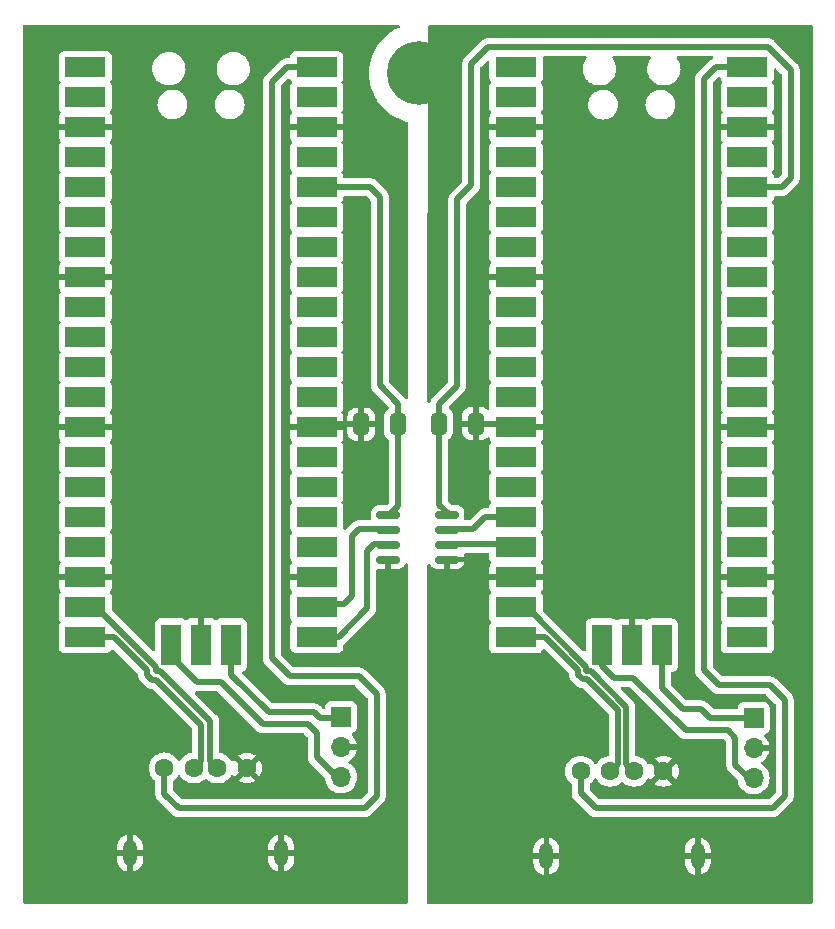
<source format=gtl>
G04 #@! TF.GenerationSoftware,KiCad,Pcbnew,7.0.10+1*
G04 #@! TF.CreationDate,2024-02-25T17:50:53-05:00*
G04 #@! TF.ProjectId,DeskHop_JLCPCB,4465736b-486f-4705-9f4a-4c435043422e,rev?*
G04 #@! TF.SameCoordinates,Original*
G04 #@! TF.FileFunction,Copper,L1,Top*
G04 #@! TF.FilePolarity,Positive*
%FSLAX46Y46*%
G04 Gerber Fmt 4.6, Leading zero omitted, Abs format (unit mm)*
G04 Created by KiCad (PCBNEW 7.0.10+1) date 2024-02-25 17:50:53*
%MOMM*%
%LPD*%
G01*
G04 APERTURE LIST*
G04 Aperture macros list*
%AMRoundRect*
0 Rectangle with rounded corners*
0 $1 Rounding radius*
0 $2 $3 $4 $5 $6 $7 $8 $9 X,Y pos of 4 corners*
0 Add a 4 corners polygon primitive as box body*
4,1,4,$2,$3,$4,$5,$6,$7,$8,$9,$2,$3,0*
0 Add four circle primitives for the rounded corners*
1,1,$1+$1,$2,$3*
1,1,$1+$1,$4,$5*
1,1,$1+$1,$6,$7*
1,1,$1+$1,$8,$9*
0 Add four rect primitives between the rounded corners*
20,1,$1+$1,$2,$3,$4,$5,0*
20,1,$1+$1,$4,$5,$6,$7,0*
20,1,$1+$1,$6,$7,$8,$9,0*
20,1,$1+$1,$8,$9,$2,$3,0*%
G04 Aperture macros list end*
G04 #@! TA.AperFunction,SMDPad,CuDef*
%ADD10R,3.500000X1.700000*%
G04 #@! TD*
G04 #@! TA.AperFunction,SMDPad,CuDef*
%ADD11R,1.700000X3.500000*%
G04 #@! TD*
G04 #@! TA.AperFunction,ComponentPad*
%ADD12C,3.100000*%
G04 #@! TD*
G04 #@! TA.AperFunction,ConnectorPad*
%ADD13C,5.400000*%
G04 #@! TD*
G04 #@! TA.AperFunction,SMDPad,CuDef*
%ADD14RoundRect,0.250000X-0.412500X-0.650000X0.412500X-0.650000X0.412500X0.650000X-0.412500X0.650000X0*%
G04 #@! TD*
G04 #@! TA.AperFunction,ComponentPad*
%ADD15C,1.600000*%
G04 #@! TD*
G04 #@! TA.AperFunction,ComponentPad*
%ADD16O,1.200000X2.200000*%
G04 #@! TD*
G04 #@! TA.AperFunction,ComponentPad*
%ADD17R,1.700000X1.700000*%
G04 #@! TD*
G04 #@! TA.AperFunction,ComponentPad*
%ADD18O,1.700000X1.700000*%
G04 #@! TD*
G04 #@! TA.AperFunction,SMDPad,CuDef*
%ADD19RoundRect,0.150000X-0.825000X-0.150000X0.825000X-0.150000X0.825000X0.150000X-0.825000X0.150000X0*%
G04 #@! TD*
G04 #@! TA.AperFunction,SMDPad,CuDef*
%ADD20RoundRect,0.250000X0.412500X0.650000X-0.412500X0.650000X-0.412500X-0.650000X0.412500X-0.650000X0*%
G04 #@! TD*
G04 #@! TA.AperFunction,Conductor*
%ADD21C,0.500000*%
G04 #@! TD*
G04 APERTURE END LIST*
D10*
X75554000Y-44704000D03*
X75554000Y-47244000D03*
X75554000Y-49784000D03*
X75554000Y-52324000D03*
X75554000Y-54864000D03*
X75554000Y-57404000D03*
X75554000Y-59944000D03*
X75554000Y-62484000D03*
X75554000Y-65024000D03*
X75554000Y-67564000D03*
X75554000Y-70104000D03*
X75554000Y-72644000D03*
X75554000Y-75184000D03*
X75554000Y-77724000D03*
X75554000Y-80264000D03*
X75554000Y-82804000D03*
X75554000Y-85344000D03*
X75554000Y-87884000D03*
X75554000Y-90424000D03*
X75554000Y-92964000D03*
X95134000Y-92964000D03*
X95134000Y-90424000D03*
X95134000Y-87884000D03*
X95134000Y-85344000D03*
X95134000Y-82804000D03*
X95134000Y-80264000D03*
X95134000Y-77724000D03*
X95134000Y-75184000D03*
X95134000Y-72644000D03*
X95134000Y-70104000D03*
X95134000Y-67564000D03*
X95134000Y-65024000D03*
X95134000Y-62484000D03*
X95134000Y-59944000D03*
X95134000Y-57404000D03*
X95134000Y-54864000D03*
X95134000Y-52324000D03*
X95134000Y-49784000D03*
X95134000Y-47244000D03*
X95134000Y-44704000D03*
D11*
X82804000Y-93634000D03*
X85344000Y-93634000D03*
X87884000Y-93634000D03*
D10*
X39095523Y-44688249D03*
X39095523Y-47228249D03*
X39095523Y-49768249D03*
X39095523Y-52308249D03*
X39095523Y-54848249D03*
X39095523Y-57388249D03*
X39095523Y-59928249D03*
X39095523Y-62468249D03*
X39095523Y-65008249D03*
X39095523Y-67548249D03*
X39095523Y-70088249D03*
X39095523Y-72628249D03*
X39095523Y-75168249D03*
X39095523Y-77708249D03*
X39095523Y-80248249D03*
X39095523Y-82788249D03*
X39095523Y-85328249D03*
X39095523Y-87868249D03*
X39095523Y-90408249D03*
X39095523Y-92948249D03*
X58675523Y-92948249D03*
X58675523Y-90408249D03*
X58675523Y-87868249D03*
X58675523Y-85328249D03*
X58675523Y-82788249D03*
X58675523Y-80248249D03*
X58675523Y-77708249D03*
X58675523Y-75168249D03*
X58675523Y-72628249D03*
X58675523Y-70088249D03*
X58675523Y-67548249D03*
X58675523Y-65008249D03*
X58675523Y-62468249D03*
X58675523Y-59928249D03*
X58675523Y-57388249D03*
X58675523Y-54848249D03*
X58675523Y-52308249D03*
X58675523Y-49768249D03*
X58675523Y-47228249D03*
X58675523Y-44688249D03*
D11*
X46345523Y-93618249D03*
X48885523Y-93618249D03*
X51425523Y-93618249D03*
D12*
X67310000Y-45212000D03*
D13*
X67310000Y-45212000D03*
D14*
X69041691Y-74877665D03*
X72166691Y-74877665D03*
D15*
X45773500Y-104033500D03*
X48273500Y-104033500D03*
X50273500Y-104033500D03*
X52773500Y-104033500D03*
D16*
X55673500Y-111233500D03*
X42873500Y-111233500D03*
D17*
X95667537Y-99795757D03*
D18*
X95667537Y-102335757D03*
X95667537Y-104875757D03*
D12*
X96774000Y-111506000D03*
D13*
X96774000Y-111506000D03*
D15*
X81032000Y-104306000D03*
X83532000Y-104306000D03*
X85532000Y-104306000D03*
X88032000Y-104306000D03*
D16*
X90932000Y-111506000D03*
X78132000Y-111506000D03*
D12*
X37846000Y-111506000D03*
D13*
X37846000Y-111506000D03*
D19*
X64753070Y-82571110D03*
X64753070Y-83841110D03*
X64753070Y-85111110D03*
X64753070Y-86381110D03*
X69703070Y-86381110D03*
X69703070Y-85111110D03*
X69703070Y-83841110D03*
X69703070Y-82571110D03*
D17*
X60731042Y-99717876D03*
D18*
X60731042Y-102257876D03*
X60731042Y-104797876D03*
D20*
X65572536Y-74929999D03*
X62447536Y-74929999D03*
D21*
X61937500Y-74930000D02*
X58013772Y-74930000D01*
X58420000Y-99314000D02*
X54610000Y-99314000D01*
X60452000Y-99822000D02*
X58928000Y-99822000D01*
X58928000Y-99822000D02*
X58420000Y-99314000D01*
X51425523Y-96129523D02*
X51425523Y-92718249D01*
X54610000Y-99314000D02*
X51425523Y-96129523D01*
X46345523Y-94578249D02*
X48541274Y-96774000D01*
X58674000Y-101092000D02*
X58674000Y-103124000D01*
X57906000Y-100324000D02*
X58674000Y-101092000D01*
X58674000Y-103124000D02*
X60452000Y-104902000D01*
X54096000Y-100324000D02*
X57906000Y-100324000D01*
X48541274Y-96774000D02*
X50546000Y-96774000D01*
X50546000Y-96774000D02*
X54096000Y-100324000D01*
X91963000Y-99837000D02*
X91186000Y-99060000D01*
X91186000Y-99060000D02*
X89662000Y-99060000D01*
X87884000Y-97282000D02*
X89662000Y-99060000D01*
X87884000Y-93496000D02*
X87884000Y-97282000D01*
X95250000Y-99837000D02*
X91963000Y-99837000D01*
X83841000Y-96393000D02*
X85471000Y-96393000D01*
X85471000Y-96393000D02*
X89916000Y-100838000D01*
X93472000Y-100838000D02*
X94118941Y-101484941D01*
X94118941Y-101484941D02*
X94118941Y-103770941D01*
X94118941Y-103770941D02*
X95250000Y-104902000D01*
X82804000Y-93496000D02*
X82804000Y-95356000D01*
X82804000Y-95356000D02*
X83841000Y-96393000D01*
X89916000Y-100838000D02*
X93472000Y-100838000D01*
X70583420Y-55882998D02*
X71760000Y-54706418D01*
X96850223Y-43002223D02*
X98806000Y-44958000D01*
X70583420Y-71656580D02*
X70583420Y-55882998D01*
X69041691Y-74877665D02*
X69041691Y-73198309D01*
X69041691Y-81741691D02*
X69850000Y-82550000D01*
X98806000Y-54102000D02*
X98044000Y-54864000D01*
X69041691Y-73198309D02*
X70583420Y-71656580D01*
X71760000Y-54706418D02*
X71760000Y-44404000D01*
X69041691Y-74877665D02*
X69041691Y-81741691D01*
X71760000Y-44404000D02*
X73161777Y-43002223D01*
X98806000Y-44958000D02*
X98806000Y-54102000D01*
X98044000Y-54864000D02*
X94234000Y-54864000D01*
X73161777Y-43002223D02*
X96850223Y-43002223D01*
X81574030Y-96533980D02*
X84182000Y-99141950D01*
X76454000Y-92964000D02*
X78004050Y-92964000D01*
X78004050Y-92964000D02*
X80804020Y-95763970D01*
X81214059Y-96533980D02*
X81574030Y-96533980D01*
X80804020Y-96123941D02*
X81214059Y-96533980D01*
X84182000Y-99141950D02*
X84182000Y-103656000D01*
X84182000Y-103656000D02*
X83532000Y-104306000D01*
X80804020Y-95763970D02*
X80804020Y-96123941D01*
X81864000Y-95834000D02*
X84882000Y-98852000D01*
X84882000Y-103656000D02*
X85532000Y-104306000D01*
X84882000Y-98852000D02*
X84882000Y-103656000D01*
X81504000Y-95474000D02*
X81504000Y-95834000D01*
X76454000Y-90424000D02*
X81504000Y-95474000D01*
X81504000Y-95834000D02*
X81864000Y-95834000D01*
X65572536Y-74929999D02*
X65572536Y-81877464D01*
X65572536Y-73192536D02*
X65572536Y-74929999D01*
X64026291Y-71646291D02*
X65572536Y-73192536D01*
X65572536Y-81877464D02*
X64900000Y-82550000D01*
X64026291Y-55662582D02*
X64026291Y-71646291D01*
X63211958Y-54848249D02*
X64026291Y-55662582D01*
X57775523Y-54848249D02*
X63211958Y-54848249D01*
X81082000Y-106116000D02*
X81032000Y-106066000D01*
X92456000Y-44704000D02*
X91440000Y-45720000D01*
X97282000Y-107442000D02*
X82296000Y-107442000D01*
X94234000Y-44704000D02*
X92456000Y-44704000D01*
X91440000Y-45720000D02*
X91440000Y-95758000D01*
X81026000Y-106172000D02*
X81082000Y-106116000D01*
X97028000Y-97028000D02*
X98298000Y-98298000D01*
X98298000Y-98298000D02*
X98298000Y-106426000D01*
X81032000Y-106066000D02*
X81032000Y-104306000D01*
X98298000Y-106426000D02*
X97282000Y-107442000D01*
X91440000Y-95758000D02*
X92710000Y-97028000D01*
X92710000Y-97028000D02*
X97028000Y-97028000D01*
X82296000Y-107442000D02*
X81026000Y-106172000D01*
X56388000Y-96266000D02*
X62230000Y-96266000D01*
X63754000Y-106426000D02*
X62738000Y-107442000D01*
X57775523Y-44688249D02*
X56149751Y-44688249D01*
X63754000Y-97790000D02*
X63754000Y-106426000D01*
X54864000Y-45974000D02*
X54864000Y-94742000D01*
X62230000Y-96266000D02*
X63754000Y-97790000D01*
X46990000Y-107442000D02*
X45773500Y-106225500D01*
X54864000Y-94742000D02*
X56388000Y-96266000D01*
X45773500Y-106225500D02*
X45773500Y-104033500D01*
X62738000Y-107442000D02*
X46990000Y-107442000D01*
X56149751Y-44688249D02*
X54864000Y-45974000D01*
X72166691Y-74877665D02*
X76147665Y-74877665D01*
X69850000Y-83820000D02*
X71949721Y-83820000D01*
X71949721Y-83820000D02*
X72965721Y-82804000D01*
X72965721Y-82804000D02*
X76454000Y-82804000D01*
X69850000Y-85090000D02*
X76200000Y-85090000D01*
X57775523Y-92948249D02*
X60531206Y-92948249D01*
X60531206Y-92948249D02*
X62962639Y-90516816D01*
X63500000Y-85090000D02*
X64900000Y-85090000D01*
X62962639Y-90516816D02*
X62962639Y-85627361D01*
X62962639Y-85627361D02*
X63500000Y-85090000D01*
X41474862Y-92948249D02*
X44295543Y-95768930D01*
X48898499Y-100371886D02*
X48898499Y-103408501D01*
X44295543Y-95768930D02*
X44295543Y-96128901D01*
X48898499Y-103408501D02*
X48273500Y-104033500D01*
X44295543Y-96128901D02*
X44734871Y-96568229D01*
X39995523Y-92948249D02*
X41474862Y-92948249D01*
X44734871Y-96568229D02*
X45094842Y-96568229D01*
X45094842Y-96568229D02*
X48898499Y-100371886D01*
X49648501Y-103408501D02*
X50273500Y-104033500D01*
X49648501Y-100061227D02*
X49648501Y-103408501D01*
X45405523Y-95818249D02*
X49648501Y-100061227D01*
X45045523Y-95818249D02*
X45405523Y-95818249D01*
X45045523Y-95458249D02*
X45045523Y-95818249D01*
X39995523Y-90408249D02*
X45045523Y-95458249D01*
X58013772Y-90170000D02*
X60960000Y-90170000D01*
X60960000Y-90170000D02*
X61681215Y-89448785D01*
X62230000Y-83820000D02*
X64900000Y-83820000D01*
X61681215Y-84368785D02*
X62230000Y-83820000D01*
X61681215Y-89448785D02*
X61681215Y-84368785D01*
G04 #@! TA.AperFunction,Conductor*
G36*
X100607112Y-41130309D02*
G01*
X100652867Y-41183113D01*
X100664073Y-41234624D01*
X100664073Y-115416875D01*
X100644388Y-115483914D01*
X100591584Y-115529669D01*
X100540073Y-115540875D01*
X68155298Y-115540875D01*
X68088259Y-115521190D01*
X68042504Y-115468386D01*
X68031298Y-115416806D01*
X68032335Y-113556000D01*
X68033170Y-112058398D01*
X77032000Y-112058398D01*
X77046965Y-112215122D01*
X77046966Y-112215126D01*
X77106149Y-112416686D01*
X77202413Y-112603414D01*
X77332268Y-112768537D01*
X77332271Y-112768540D01*
X77491030Y-112906105D01*
X77491041Y-112906114D01*
X77672960Y-113011144D01*
X77672967Y-113011147D01*
X77871487Y-113079856D01*
X77882000Y-113081367D01*
X77882000Y-112321683D01*
X77893956Y-112333639D01*
X78006853Y-112391163D01*
X78132000Y-112410984D01*
X78257147Y-112391163D01*
X78370044Y-112333639D01*
X78382000Y-112321683D01*
X78382000Y-113077257D01*
X78493409Y-113050229D01*
X78684507Y-112962959D01*
X78855619Y-112841110D01*
X78855625Y-112841104D01*
X79000592Y-112689067D01*
X79114166Y-112512342D01*
X79192244Y-112317314D01*
X79232000Y-112111037D01*
X79232000Y-112058398D01*
X89832000Y-112058398D01*
X89846965Y-112215122D01*
X89846966Y-112215126D01*
X89906149Y-112416686D01*
X90002413Y-112603414D01*
X90132268Y-112768537D01*
X90132271Y-112768540D01*
X90291030Y-112906105D01*
X90291041Y-112906114D01*
X90472960Y-113011144D01*
X90472967Y-113011147D01*
X90671487Y-113079856D01*
X90682000Y-113081367D01*
X90682000Y-112321683D01*
X90693956Y-112333639D01*
X90806853Y-112391163D01*
X90932000Y-112410984D01*
X91057147Y-112391163D01*
X91170044Y-112333639D01*
X91182000Y-112321683D01*
X91182000Y-113077257D01*
X91293409Y-113050229D01*
X91484507Y-112962959D01*
X91655619Y-112841110D01*
X91655625Y-112841104D01*
X91800592Y-112689067D01*
X91914166Y-112512342D01*
X91992244Y-112317314D01*
X92032000Y-112111037D01*
X92032000Y-111756000D01*
X91331999Y-111756000D01*
X91331999Y-111506000D01*
X94719210Y-111506000D01*
X94738347Y-111785794D01*
X94738348Y-111785796D01*
X94795403Y-112060364D01*
X94795408Y-112060381D01*
X94889319Y-112324622D01*
X94889320Y-112324624D01*
X95018348Y-112573637D01*
X95018352Y-112573643D01*
X95156745Y-112769701D01*
X95659073Y-112267372D01*
X95735890Y-112377078D01*
X95902922Y-112544110D01*
X96012626Y-112620925D01*
X95511741Y-113121811D01*
X95589035Y-113184696D01*
X95589049Y-113184706D01*
X95828664Y-113330419D01*
X95828668Y-113330421D01*
X96085888Y-113442146D01*
X96355935Y-113517810D01*
X96355941Y-113517811D01*
X96633775Y-113556000D01*
X96914225Y-113556000D01*
X97192058Y-113517811D01*
X97192064Y-113517810D01*
X97462111Y-113442146D01*
X97719331Y-113330421D01*
X97719335Y-113330419D01*
X97958950Y-113184706D01*
X97958964Y-113184696D01*
X98036258Y-113121811D01*
X97535373Y-112620926D01*
X97645078Y-112544110D01*
X97812110Y-112377078D01*
X97888926Y-112267373D01*
X98391253Y-112769700D01*
X98529651Y-112573636D01*
X98658679Y-112324624D01*
X98658680Y-112324622D01*
X98752591Y-112060381D01*
X98752596Y-112060364D01*
X98809651Y-111785796D01*
X98809652Y-111785794D01*
X98828789Y-111506000D01*
X98809652Y-111226205D01*
X98809651Y-111226203D01*
X98752596Y-110951635D01*
X98752591Y-110951618D01*
X98658680Y-110687377D01*
X98658679Y-110687375D01*
X98529651Y-110438362D01*
X98529647Y-110438356D01*
X98391253Y-110242297D01*
X97888925Y-110744625D01*
X97812110Y-110634922D01*
X97645078Y-110467890D01*
X97535372Y-110391073D01*
X98036258Y-109890188D01*
X97958965Y-109827303D01*
X97958950Y-109827293D01*
X97719335Y-109681580D01*
X97719331Y-109681578D01*
X97462111Y-109569853D01*
X97192064Y-109494189D01*
X97192058Y-109494188D01*
X96914225Y-109456000D01*
X96633775Y-109456000D01*
X96355941Y-109494188D01*
X96355935Y-109494189D01*
X96085888Y-109569853D01*
X95828668Y-109681578D01*
X95828664Y-109681580D01*
X95589046Y-109827295D01*
X95511740Y-109890188D01*
X96012626Y-110391074D01*
X95902922Y-110467890D01*
X95735890Y-110634922D01*
X95659074Y-110744626D01*
X95156746Y-110242298D01*
X95018345Y-110438368D01*
X94889320Y-110687375D01*
X94889319Y-110687377D01*
X94795408Y-110951618D01*
X94795403Y-110951635D01*
X94738348Y-111226203D01*
X94738347Y-111226205D01*
X94719210Y-111506000D01*
X91331999Y-111506000D01*
X91331999Y-111256000D01*
X92032000Y-111256000D01*
X92032000Y-110953601D01*
X92017034Y-110796877D01*
X92017033Y-110796873D01*
X91957850Y-110595313D01*
X91861586Y-110408585D01*
X91731731Y-110243462D01*
X91731728Y-110243459D01*
X91572969Y-110105894D01*
X91572958Y-110105885D01*
X91391039Y-110000855D01*
X91391032Y-110000852D01*
X91192516Y-109932144D01*
X91182000Y-109930632D01*
X91182000Y-110690317D01*
X91170044Y-110678361D01*
X91057147Y-110620837D01*
X90932000Y-110601016D01*
X90806853Y-110620837D01*
X90693956Y-110678361D01*
X90682000Y-110690317D01*
X90682000Y-109934740D01*
X90681999Y-109934740D01*
X90570594Y-109961768D01*
X90570582Y-109961772D01*
X90379497Y-110049037D01*
X90379496Y-110049038D01*
X90208380Y-110170889D01*
X90208374Y-110170895D01*
X90063407Y-110322932D01*
X89949833Y-110499657D01*
X89871755Y-110694685D01*
X89832000Y-110900962D01*
X89832000Y-111256000D01*
X90532001Y-111256000D01*
X90532001Y-111756000D01*
X89832000Y-111756000D01*
X89832000Y-112058398D01*
X79232000Y-112058398D01*
X79232000Y-111756000D01*
X78531999Y-111756000D01*
X78531999Y-111256000D01*
X79232000Y-111256000D01*
X79232000Y-110953601D01*
X79217034Y-110796877D01*
X79217033Y-110796873D01*
X79157850Y-110595313D01*
X79061586Y-110408585D01*
X78931731Y-110243462D01*
X78931728Y-110243459D01*
X78772969Y-110105894D01*
X78772958Y-110105885D01*
X78591039Y-110000855D01*
X78591032Y-110000852D01*
X78392516Y-109932144D01*
X78382000Y-109930632D01*
X78382000Y-110690317D01*
X78370044Y-110678361D01*
X78257147Y-110620837D01*
X78132000Y-110601016D01*
X78006853Y-110620837D01*
X77893956Y-110678361D01*
X77882000Y-110690317D01*
X77882000Y-109934740D01*
X77881999Y-109934740D01*
X77770594Y-109961768D01*
X77770582Y-109961772D01*
X77579497Y-110049037D01*
X77579496Y-110049038D01*
X77408380Y-110170889D01*
X77408374Y-110170895D01*
X77263407Y-110322932D01*
X77149833Y-110499657D01*
X77071755Y-110694685D01*
X77032000Y-110900962D01*
X77032000Y-111256000D01*
X77732001Y-111256000D01*
X77732001Y-111756000D01*
X77032000Y-111756000D01*
X77032000Y-112058398D01*
X68033170Y-112058398D01*
X68047213Y-86856314D01*
X68066935Y-86789287D01*
X68119764Y-86743562D01*
X68188928Y-86733657D01*
X68252468Y-86762717D01*
X68277945Y-86793264D01*
X68360384Y-86932662D01*
X68360391Y-86932671D01*
X68476508Y-87048788D01*
X68476517Y-87048795D01*
X68617873Y-87132392D01*
X68617876Y-87132393D01*
X68775574Y-87178209D01*
X68775580Y-87178210D01*
X68812420Y-87181109D01*
X68812436Y-87181110D01*
X69453070Y-87181110D01*
X69453070Y-86631110D01*
X69953070Y-86631110D01*
X69953070Y-87181110D01*
X70593704Y-87181110D01*
X70593719Y-87181109D01*
X70630559Y-87178210D01*
X70630565Y-87178209D01*
X70788263Y-87132393D01*
X70788266Y-87132392D01*
X70929622Y-87048795D01*
X70929631Y-87048788D01*
X71045748Y-86932671D01*
X71045755Y-86932662D01*
X71129351Y-86791308D01*
X71175170Y-86633596D01*
X71175365Y-86631111D01*
X71175365Y-86631110D01*
X69953070Y-86631110D01*
X69453070Y-86631110D01*
X69453070Y-86255110D01*
X69472755Y-86188071D01*
X69525559Y-86142316D01*
X69577070Y-86131110D01*
X71175365Y-86131110D01*
X71175365Y-86131108D01*
X71175170Y-86128621D01*
X71175169Y-86128615D01*
X71139864Y-86007095D01*
X71140063Y-85937226D01*
X71178005Y-85878556D01*
X71241643Y-85849712D01*
X71258940Y-85848500D01*
X73171500Y-85848500D01*
X73238539Y-85868185D01*
X73284294Y-85920989D01*
X73295500Y-85972500D01*
X73295500Y-86242654D01*
X73302011Y-86303202D01*
X73302011Y-86303204D01*
X73353111Y-86440204D01*
X73432893Y-86546780D01*
X73457310Y-86612245D01*
X73442458Y-86680518D01*
X73432893Y-86695402D01*
X73360647Y-86791910D01*
X73360645Y-86791913D01*
X73310403Y-86926620D01*
X73310401Y-86926627D01*
X73304000Y-86986155D01*
X73304000Y-87634000D01*
X77804000Y-87634000D01*
X77804000Y-86986172D01*
X77803999Y-86986155D01*
X77797598Y-86926627D01*
X77797596Y-86926620D01*
X77747354Y-86791913D01*
X77747353Y-86791911D01*
X77675106Y-86695402D01*
X77650689Y-86629938D01*
X77665540Y-86561665D01*
X77675099Y-86546789D01*
X77754889Y-86440204D01*
X77805989Y-86303201D01*
X77809591Y-86269692D01*
X77812499Y-86242654D01*
X77812500Y-86242637D01*
X77812500Y-84445362D01*
X77812499Y-84445345D01*
X77809157Y-84414270D01*
X77805989Y-84384799D01*
X77787558Y-84335385D01*
X77754888Y-84247793D01*
X77754887Y-84247792D01*
X77680415Y-84148311D01*
X77655997Y-84082847D01*
X77670848Y-84014574D01*
X77680415Y-83999689D01*
X77754887Y-83900207D01*
X77754888Y-83900206D01*
X77805988Y-83763204D01*
X77805988Y-83763203D01*
X77805989Y-83763201D01*
X77809591Y-83729692D01*
X77812499Y-83702654D01*
X77812500Y-83702637D01*
X77812500Y-81905362D01*
X77812499Y-81905345D01*
X77809157Y-81874270D01*
X77805989Y-81844799D01*
X77802332Y-81834995D01*
X77754888Y-81707793D01*
X77754887Y-81707792D01*
X77680415Y-81608311D01*
X77655997Y-81542847D01*
X77670848Y-81474574D01*
X77680415Y-81459689D01*
X77754887Y-81360207D01*
X77754888Y-81360206D01*
X77805988Y-81223204D01*
X77805988Y-81223203D01*
X77805989Y-81223201D01*
X77809591Y-81189692D01*
X77812499Y-81162654D01*
X77812500Y-81162637D01*
X77812500Y-79365362D01*
X77812499Y-79365345D01*
X77809157Y-79334270D01*
X77805989Y-79304799D01*
X77754889Y-79167796D01*
X77754888Y-79167793D01*
X77754887Y-79167792D01*
X77680415Y-79068311D01*
X77655997Y-79002847D01*
X77670848Y-78934574D01*
X77680415Y-78919689D01*
X77754887Y-78820207D01*
X77754888Y-78820206D01*
X77805988Y-78683204D01*
X77805988Y-78683203D01*
X77805989Y-78683201D01*
X77809591Y-78649692D01*
X77812499Y-78622654D01*
X77812500Y-78622637D01*
X77812500Y-76825362D01*
X77812499Y-76825345D01*
X77809157Y-76794270D01*
X77805989Y-76764799D01*
X77754889Y-76627796D01*
X77675105Y-76521218D01*
X77650689Y-76455754D01*
X77665541Y-76387481D01*
X77675107Y-76372596D01*
X77747352Y-76276089D01*
X77747354Y-76276086D01*
X77797596Y-76141379D01*
X77797598Y-76141372D01*
X77803999Y-76081844D01*
X77804000Y-76081827D01*
X77804000Y-75434000D01*
X75428000Y-75434000D01*
X75360961Y-75414315D01*
X75315206Y-75361511D01*
X75304000Y-75310000D01*
X75304000Y-75058000D01*
X75323685Y-74990961D01*
X75376489Y-74945206D01*
X75428000Y-74934000D01*
X77804000Y-74934000D01*
X77804000Y-74286172D01*
X77803999Y-74286155D01*
X77797598Y-74226627D01*
X77797596Y-74226620D01*
X77747354Y-74091913D01*
X77747353Y-74091911D01*
X77675106Y-73995402D01*
X77650689Y-73929938D01*
X77665540Y-73861665D01*
X77675099Y-73846789D01*
X77754889Y-73740204D01*
X77805989Y-73603201D01*
X77809591Y-73569692D01*
X77812499Y-73542654D01*
X77812500Y-73542637D01*
X77812500Y-71745362D01*
X77812499Y-71745345D01*
X77809157Y-71714270D01*
X77805989Y-71684799D01*
X77791338Y-71645519D01*
X77754888Y-71547793D01*
X77754887Y-71547792D01*
X77680415Y-71448311D01*
X77655997Y-71382847D01*
X77670848Y-71314574D01*
X77680415Y-71299689D01*
X77754887Y-71200207D01*
X77754888Y-71200206D01*
X77805988Y-71063204D01*
X77805988Y-71063203D01*
X77805989Y-71063201D01*
X77809591Y-71029692D01*
X77812499Y-71002654D01*
X77812500Y-71002637D01*
X77812500Y-69205362D01*
X77812499Y-69205345D01*
X77809157Y-69174270D01*
X77805989Y-69144799D01*
X77754889Y-69007796D01*
X77754888Y-69007793D01*
X77754887Y-69007792D01*
X77680415Y-68908311D01*
X77655997Y-68842847D01*
X77670848Y-68774574D01*
X77680415Y-68759689D01*
X77754887Y-68660207D01*
X77754888Y-68660206D01*
X77805988Y-68523204D01*
X77805988Y-68523203D01*
X77805989Y-68523201D01*
X77809591Y-68489692D01*
X77812499Y-68462654D01*
X77812500Y-68462637D01*
X77812500Y-66665362D01*
X77812499Y-66665345D01*
X77809157Y-66634270D01*
X77805989Y-66604799D01*
X77754889Y-66467796D01*
X77754888Y-66467793D01*
X77754887Y-66467792D01*
X77680415Y-66368311D01*
X77655997Y-66302847D01*
X77670848Y-66234574D01*
X77680415Y-66219689D01*
X77754887Y-66120207D01*
X77754888Y-66120206D01*
X77805988Y-65983204D01*
X77805988Y-65983203D01*
X77805989Y-65983201D01*
X77809591Y-65949692D01*
X77812499Y-65922654D01*
X77812500Y-65922637D01*
X77812500Y-64125362D01*
X77812499Y-64125345D01*
X77809157Y-64094270D01*
X77805989Y-64064799D01*
X77754889Y-63927796D01*
X77675105Y-63821218D01*
X77650689Y-63755754D01*
X77665541Y-63687481D01*
X77675107Y-63672596D01*
X77747352Y-63576089D01*
X77747354Y-63576086D01*
X77797596Y-63441379D01*
X77797598Y-63441372D01*
X77803999Y-63381844D01*
X77804000Y-63381827D01*
X77804000Y-62734000D01*
X73304000Y-62734000D01*
X73304000Y-63381844D01*
X73310401Y-63441372D01*
X73310403Y-63441379D01*
X73360645Y-63576086D01*
X73360646Y-63576088D01*
X73432893Y-63672597D01*
X73457310Y-63738061D01*
X73442459Y-63806334D01*
X73432893Y-63821218D01*
X73353112Y-63927793D01*
X73353111Y-63927793D01*
X73302011Y-64064795D01*
X73302011Y-64064797D01*
X73295500Y-64125345D01*
X73295500Y-65922654D01*
X73302011Y-65983202D01*
X73302011Y-65983204D01*
X73353111Y-66120204D01*
X73427585Y-66219689D01*
X73452002Y-66285154D01*
X73437150Y-66353427D01*
X73427585Y-66368311D01*
X73353111Y-66467795D01*
X73302011Y-66604795D01*
X73302011Y-66604797D01*
X73295500Y-66665345D01*
X73295500Y-68462654D01*
X73302011Y-68523202D01*
X73302011Y-68523204D01*
X73353111Y-68660204D01*
X73427585Y-68759689D01*
X73452002Y-68825154D01*
X73437150Y-68893427D01*
X73427585Y-68908311D01*
X73353111Y-69007795D01*
X73302011Y-69144795D01*
X73302011Y-69144797D01*
X73295500Y-69205345D01*
X73295500Y-71002654D01*
X73302011Y-71063202D01*
X73302011Y-71063204D01*
X73353111Y-71200204D01*
X73427585Y-71299689D01*
X73452002Y-71365154D01*
X73437150Y-71433427D01*
X73427585Y-71448311D01*
X73353111Y-71547795D01*
X73302011Y-71684795D01*
X73302011Y-71684797D01*
X73295500Y-71745345D01*
X73295500Y-73542640D01*
X73298965Y-73574872D01*
X73286558Y-73643632D01*
X73238947Y-73694768D01*
X73171248Y-73712047D01*
X73104954Y-73689981D01*
X73087994Y-73675807D01*
X73047536Y-73635349D01*
X72898315Y-73543308D01*
X72898310Y-73543306D01*
X72731888Y-73488159D01*
X72731881Y-73488158D01*
X72629177Y-73477665D01*
X72416691Y-73477665D01*
X72416691Y-76277664D01*
X72629163Y-76277664D01*
X72629177Y-76277663D01*
X72731888Y-76267170D01*
X72898310Y-76212023D01*
X72898315Y-76212021D01*
X73047536Y-76119980D01*
X73099540Y-76067976D01*
X73160863Y-76034490D01*
X73230555Y-76039474D01*
X73286488Y-76081345D01*
X73307270Y-76134150D01*
X73308620Y-76133832D01*
X73310403Y-76141379D01*
X73360645Y-76276086D01*
X73360646Y-76276088D01*
X73432893Y-76372597D01*
X73457310Y-76438061D01*
X73442459Y-76506334D01*
X73432893Y-76521218D01*
X73353112Y-76627793D01*
X73353111Y-76627793D01*
X73302011Y-76764795D01*
X73302011Y-76764797D01*
X73295500Y-76825345D01*
X73295500Y-78622654D01*
X73302011Y-78683202D01*
X73302011Y-78683204D01*
X73353111Y-78820204D01*
X73427585Y-78919689D01*
X73452002Y-78985154D01*
X73437150Y-79053427D01*
X73427585Y-79068311D01*
X73353111Y-79167795D01*
X73302011Y-79304795D01*
X73302011Y-79304797D01*
X73295500Y-79365345D01*
X73295500Y-81162654D01*
X73302011Y-81223202D01*
X73302011Y-81223204D01*
X73353111Y-81360204D01*
X73427585Y-81459689D01*
X73452002Y-81525154D01*
X73437150Y-81593427D01*
X73427585Y-81608311D01*
X73353111Y-81707795D01*
X73302011Y-81844795D01*
X73302011Y-81844797D01*
X73295500Y-81905345D01*
X73295500Y-81921500D01*
X73275815Y-81988539D01*
X73223011Y-82034294D01*
X73171500Y-82045500D01*
X73030015Y-82045500D01*
X73012045Y-82044191D01*
X72987927Y-82040658D01*
X72941132Y-82044753D01*
X72937993Y-82045028D01*
X72927187Y-82045500D01*
X72921537Y-82045500D01*
X72890401Y-82049139D01*
X72886818Y-82049505D01*
X72811295Y-82056112D01*
X72804227Y-82057572D01*
X72804217Y-82057528D01*
X72796627Y-82059210D01*
X72796638Y-82059254D01*
X72789607Y-82060920D01*
X72718373Y-82086847D01*
X72714970Y-82088030D01*
X72642983Y-82111885D01*
X72636441Y-82114936D01*
X72636421Y-82114894D01*
X72629417Y-82118285D01*
X72629438Y-82118326D01*
X72622985Y-82121566D01*
X72559621Y-82163241D01*
X72556582Y-82165178D01*
X72492067Y-82204972D01*
X72486404Y-82209450D01*
X72486374Y-82209413D01*
X72480348Y-82214322D01*
X72480378Y-82214357D01*
X72474847Y-82218997D01*
X72422773Y-82274191D01*
X72420262Y-82276776D01*
X71671859Y-83025181D01*
X71610536Y-83058666D01*
X71584178Y-83061500D01*
X71280058Y-83061500D01*
X71213019Y-83041815D01*
X71167264Y-82989011D01*
X71157320Y-82919853D01*
X71160982Y-82902905D01*
X71183631Y-82824945D01*
X71183632Y-82824939D01*
X71186570Y-82787612D01*
X71186570Y-82354608D01*
X71183632Y-82317279D01*
X71137215Y-82157509D01*
X71073495Y-82049764D01*
X71052525Y-82014306D01*
X71052518Y-82014297D01*
X70934882Y-81896661D01*
X70934873Y-81896654D01*
X70791671Y-81811965D01*
X70791666Y-81811963D01*
X70631905Y-81765548D01*
X70631899Y-81765547D01*
X70594577Y-81762610D01*
X70594572Y-81762610D01*
X70186653Y-81762610D01*
X70119614Y-81742925D01*
X70098972Y-81726291D01*
X69836510Y-81463829D01*
X69803025Y-81402506D01*
X69800191Y-81376148D01*
X69800191Y-76274638D01*
X69819876Y-76207599D01*
X69859092Y-76169100D01*
X69927843Y-76126695D01*
X70053221Y-76001317D01*
X70146306Y-75850403D01*
X70202078Y-75682091D01*
X70212691Y-75578210D01*
X70212691Y-75127665D01*
X71004192Y-75127665D01*
X71004192Y-75577651D01*
X71014685Y-75680362D01*
X71069832Y-75846784D01*
X71069834Y-75846789D01*
X71161875Y-75996010D01*
X71285845Y-76119980D01*
X71435066Y-76212021D01*
X71435071Y-76212023D01*
X71601493Y-76267170D01*
X71601500Y-76267171D01*
X71704210Y-76277664D01*
X71916690Y-76277664D01*
X71916691Y-76277663D01*
X71916691Y-75127665D01*
X71004192Y-75127665D01*
X70212691Y-75127665D01*
X70212690Y-74627665D01*
X71004191Y-74627665D01*
X71916691Y-74627665D01*
X71916691Y-73477665D01*
X71704220Y-73477665D01*
X71704203Y-73477666D01*
X71601493Y-73488159D01*
X71435071Y-73543306D01*
X71435066Y-73543308D01*
X71285845Y-73635349D01*
X71161875Y-73759319D01*
X71069834Y-73908540D01*
X71069832Y-73908545D01*
X71014685Y-74074967D01*
X71014684Y-74074974D01*
X71004191Y-74177678D01*
X71004191Y-74627665D01*
X70212690Y-74627665D01*
X70212690Y-74177121D01*
X70202078Y-74073239D01*
X70146306Y-73904927D01*
X70053221Y-73754013D01*
X69927843Y-73628635D01*
X69910528Y-73617955D01*
X69863804Y-73566009D01*
X69852581Y-73497047D01*
X69880424Y-73432965D01*
X69887934Y-73424746D01*
X71074300Y-72238379D01*
X71087926Y-72226603D01*
X71107478Y-72212049D01*
X71107480Y-72212047D01*
X71139694Y-72173655D01*
X71147010Y-72165670D01*
X71151000Y-72161681D01*
X71170463Y-72137065D01*
X71172665Y-72134361D01*
X71221452Y-72076220D01*
X71221453Y-72076216D01*
X71221456Y-72076214D01*
X71225423Y-72070183D01*
X71225463Y-72070209D01*
X71229632Y-72063666D01*
X71229591Y-72063641D01*
X71233380Y-72057493D01*
X71233387Y-72057486D01*
X71265444Y-71988739D01*
X71266972Y-71985579D01*
X71301029Y-71917768D01*
X71301029Y-71917765D01*
X71303499Y-71910980D01*
X71303546Y-71910997D01*
X71306098Y-71903655D01*
X71306051Y-71903640D01*
X71308321Y-71896790D01*
X71308322Y-71896786D01*
X71323668Y-71822459D01*
X71324416Y-71819082D01*
X71341920Y-71745236D01*
X71341920Y-71745232D01*
X71341921Y-71745228D01*
X71342759Y-71738063D01*
X71342806Y-71738068D01*
X71343596Y-71730337D01*
X71343549Y-71730333D01*
X71344178Y-71723142D01*
X71341972Y-71647306D01*
X71341920Y-71643700D01*
X71341920Y-60842654D01*
X73295500Y-60842654D01*
X73302011Y-60903202D01*
X73302011Y-60903204D01*
X73353111Y-61040204D01*
X73432893Y-61146780D01*
X73457310Y-61212245D01*
X73442458Y-61280518D01*
X73432893Y-61295402D01*
X73360647Y-61391910D01*
X73360645Y-61391913D01*
X73310403Y-61526620D01*
X73310401Y-61526627D01*
X73304000Y-61586155D01*
X73304000Y-62234000D01*
X77804000Y-62234000D01*
X77804000Y-61586172D01*
X77803999Y-61586155D01*
X77797598Y-61526627D01*
X77797596Y-61526620D01*
X77747354Y-61391913D01*
X77747353Y-61391911D01*
X77675106Y-61295402D01*
X77650689Y-61229938D01*
X77665540Y-61161665D01*
X77675099Y-61146789D01*
X77754889Y-61040204D01*
X77805989Y-60903201D01*
X77809591Y-60869692D01*
X77812499Y-60842654D01*
X77812500Y-60842637D01*
X77812500Y-59045362D01*
X77812499Y-59045345D01*
X77809157Y-59014270D01*
X77805989Y-58984799D01*
X77754889Y-58847796D01*
X77754888Y-58847793D01*
X77754887Y-58847792D01*
X77680415Y-58748311D01*
X77655997Y-58682847D01*
X77670848Y-58614574D01*
X77680415Y-58599689D01*
X77754887Y-58500207D01*
X77754888Y-58500206D01*
X77805988Y-58363204D01*
X77805988Y-58363203D01*
X77805989Y-58363201D01*
X77809591Y-58329692D01*
X77812499Y-58302654D01*
X77812500Y-58302637D01*
X77812500Y-56505362D01*
X77812499Y-56505345D01*
X77809157Y-56474270D01*
X77805989Y-56444799D01*
X77754889Y-56307796D01*
X77754888Y-56307793D01*
X77754887Y-56307792D01*
X77680415Y-56208311D01*
X77655997Y-56142847D01*
X77670848Y-56074574D01*
X77680415Y-56059689D01*
X77754887Y-55960207D01*
X77754888Y-55960206D01*
X77805988Y-55823204D01*
X77805988Y-55823203D01*
X77805989Y-55823201D01*
X77809591Y-55789692D01*
X77812499Y-55762654D01*
X77812500Y-55762637D01*
X77812500Y-53965362D01*
X77812499Y-53965345D01*
X77809157Y-53934270D01*
X77805989Y-53904799D01*
X77754889Y-53767796D01*
X77754888Y-53767793D01*
X77754887Y-53767792D01*
X77680415Y-53668311D01*
X77655997Y-53602847D01*
X77670848Y-53534574D01*
X77680415Y-53519689D01*
X77754887Y-53420207D01*
X77754888Y-53420206D01*
X77805988Y-53283204D01*
X77805988Y-53283203D01*
X77805989Y-53283201D01*
X77809591Y-53249692D01*
X77812499Y-53222654D01*
X77812500Y-53222637D01*
X77812500Y-51425362D01*
X77812499Y-51425345D01*
X77809157Y-51394270D01*
X77805989Y-51364799D01*
X77754889Y-51227796D01*
X77675105Y-51121218D01*
X77650689Y-51055754D01*
X77665541Y-50987481D01*
X77675107Y-50972596D01*
X77747352Y-50876089D01*
X77747354Y-50876086D01*
X77797596Y-50741379D01*
X77797598Y-50741372D01*
X77803999Y-50681844D01*
X77804000Y-50681827D01*
X77804000Y-50034000D01*
X73304000Y-50034000D01*
X73304000Y-50681844D01*
X73310401Y-50741372D01*
X73310403Y-50741379D01*
X73360645Y-50876086D01*
X73360646Y-50876088D01*
X73432893Y-50972597D01*
X73457310Y-51038061D01*
X73442459Y-51106334D01*
X73432893Y-51121218D01*
X73353112Y-51227793D01*
X73353111Y-51227793D01*
X73302011Y-51364795D01*
X73302011Y-51364797D01*
X73295500Y-51425345D01*
X73295500Y-53222654D01*
X73302011Y-53283202D01*
X73302011Y-53283204D01*
X73353111Y-53420204D01*
X73427585Y-53519689D01*
X73452002Y-53585154D01*
X73437150Y-53653427D01*
X73427585Y-53668311D01*
X73353111Y-53767795D01*
X73302011Y-53904795D01*
X73302011Y-53904797D01*
X73295500Y-53965345D01*
X73295500Y-55762654D01*
X73302011Y-55823202D01*
X73302011Y-55823204D01*
X73353111Y-55960204D01*
X73427585Y-56059689D01*
X73452002Y-56125154D01*
X73437150Y-56193427D01*
X73427585Y-56208311D01*
X73353111Y-56307795D01*
X73302011Y-56444795D01*
X73302011Y-56444797D01*
X73295500Y-56505345D01*
X73295500Y-58302654D01*
X73302011Y-58363202D01*
X73302011Y-58363204D01*
X73353111Y-58500204D01*
X73427585Y-58599689D01*
X73452002Y-58665154D01*
X73437150Y-58733427D01*
X73427585Y-58748311D01*
X73353111Y-58847795D01*
X73302011Y-58984795D01*
X73302011Y-58984797D01*
X73295500Y-59045345D01*
X73295500Y-60842654D01*
X71341920Y-60842654D01*
X71341920Y-56248540D01*
X71361605Y-56181501D01*
X71378235Y-56160863D01*
X72250880Y-55288217D01*
X72264506Y-55276441D01*
X72284058Y-55261887D01*
X72284060Y-55261885D01*
X72316274Y-55223493D01*
X72323590Y-55215508D01*
X72327580Y-55211519D01*
X72347043Y-55186903D01*
X72349245Y-55184199D01*
X72398032Y-55126058D01*
X72398033Y-55126054D01*
X72398036Y-55126052D01*
X72402003Y-55120021D01*
X72402044Y-55120048D01*
X72406219Y-55113494D01*
X72406177Y-55113468D01*
X72409963Y-55107328D01*
X72409967Y-55107324D01*
X72442008Y-55038607D01*
X72443563Y-55035393D01*
X72477609Y-54967606D01*
X72477611Y-54967597D01*
X72480080Y-54960817D01*
X72480126Y-54960834D01*
X72482678Y-54953493D01*
X72482631Y-54953478D01*
X72484898Y-54946632D01*
X72484902Y-54946625D01*
X72500252Y-54872279D01*
X72500997Y-54868917D01*
X72518500Y-54795074D01*
X72518500Y-54795070D01*
X72518501Y-54795066D01*
X72519339Y-54787901D01*
X72519386Y-54787906D01*
X72520176Y-54780175D01*
X72520129Y-54780171D01*
X72520758Y-54772980D01*
X72518552Y-54697159D01*
X72518500Y-54693553D01*
X72518500Y-44769543D01*
X72538185Y-44702504D01*
X72554819Y-44681862D01*
X73083819Y-44152862D01*
X73145142Y-44119377D01*
X73214834Y-44124361D01*
X73270767Y-44166233D01*
X73295184Y-44231697D01*
X73295500Y-44240543D01*
X73295500Y-45602654D01*
X73302011Y-45663202D01*
X73302011Y-45663204D01*
X73329791Y-45737682D01*
X73353111Y-45800204D01*
X73396931Y-45858741D01*
X73427585Y-45899689D01*
X73452002Y-45965154D01*
X73437150Y-46033427D01*
X73427585Y-46048311D01*
X73353111Y-46147795D01*
X73302011Y-46284795D01*
X73302011Y-46284797D01*
X73295500Y-46345345D01*
X73295500Y-48142654D01*
X73302011Y-48203202D01*
X73302011Y-48203204D01*
X73353111Y-48340204D01*
X73432893Y-48446780D01*
X73457310Y-48512245D01*
X73442458Y-48580518D01*
X73432893Y-48595402D01*
X73360647Y-48691910D01*
X73360645Y-48691913D01*
X73310403Y-48826620D01*
X73310401Y-48826627D01*
X73304000Y-48886155D01*
X73304000Y-49534000D01*
X77804000Y-49534000D01*
X77804000Y-48886172D01*
X77803999Y-48886155D01*
X77797598Y-48826627D01*
X77797596Y-48826620D01*
X77747354Y-48691913D01*
X77747353Y-48691911D01*
X77675106Y-48595402D01*
X77650689Y-48529938D01*
X77665540Y-48461665D01*
X77675099Y-48446789D01*
X77754889Y-48340204D01*
X77805989Y-48203201D01*
X77810126Y-48164717D01*
X77812499Y-48142654D01*
X77812500Y-48142637D01*
X77812500Y-47863996D01*
X81655693Y-47863996D01*
X81657316Y-47882559D01*
X81657662Y-47898921D01*
X81656684Y-47920687D01*
X81656685Y-47920690D01*
X81667494Y-48000491D01*
X81668144Y-48006327D01*
X81674885Y-48083371D01*
X81674885Y-48083372D01*
X81680601Y-48104705D01*
X81683702Y-48120142D01*
X81687094Y-48145174D01*
X81687096Y-48145183D01*
X81710911Y-48218480D01*
X81712754Y-48224702D01*
X81731877Y-48296065D01*
X81731881Y-48296078D01*
X81742675Y-48319227D01*
X81748221Y-48333307D01*
X81757095Y-48360615D01*
X81757097Y-48360621D01*
X81766105Y-48377360D01*
X81791980Y-48425445D01*
X81795167Y-48431798D01*
X81824942Y-48495651D01*
X81841580Y-48519413D01*
X81849194Y-48531768D01*
X81864444Y-48560106D01*
X81864445Y-48560108D01*
X81908192Y-48614964D01*
X81912819Y-48621152D01*
X81951251Y-48676038D01*
X81951253Y-48676040D01*
X81974199Y-48698986D01*
X81983465Y-48709354D01*
X82005685Y-48737217D01*
X82055935Y-48781119D01*
X82062033Y-48786820D01*
X82106955Y-48831743D01*
X82106958Y-48831745D01*
X82106962Y-48831749D01*
X82136390Y-48852354D01*
X82146837Y-48860537D01*
X82176282Y-48886263D01*
X82230607Y-48918720D01*
X82238123Y-48923589D01*
X82280876Y-48953526D01*
X82287346Y-48958056D01*
X82323042Y-48974701D01*
X82334217Y-48980625D01*
X82370750Y-49002453D01*
X82426762Y-49023474D01*
X82435598Y-49027186D01*
X82486924Y-49051120D01*
X82528300Y-49062206D01*
X82539763Y-49065884D01*
X82570700Y-49077495D01*
X82582839Y-49082051D01*
X82638309Y-49092117D01*
X82648231Y-49094342D01*
X82699629Y-49108115D01*
X82745745Y-49112149D01*
X82757069Y-49113668D01*
X82791056Y-49119836D01*
X82805732Y-49122500D01*
X82805733Y-49122500D01*
X82858642Y-49122500D01*
X82869449Y-49122972D01*
X82918998Y-49127307D01*
X82918999Y-49127307D01*
X82918999Y-49127306D01*
X82919000Y-49127307D01*
X82969701Y-49122871D01*
X82974927Y-49122526D01*
X82975504Y-49122500D01*
X82975522Y-49122500D01*
X83029424Y-49117648D01*
X83030391Y-49117561D01*
X83030398Y-49117648D01*
X83030698Y-49117534D01*
X83138371Y-49108115D01*
X83138371Y-49108114D01*
X83140336Y-49107943D01*
X83142703Y-49107628D01*
X83144613Y-49107281D01*
X83144622Y-49107281D01*
X83248956Y-49078485D01*
X83249704Y-49078282D01*
X83351076Y-49051120D01*
X83351087Y-49051114D01*
X83355693Y-49049438D01*
X83361339Y-49047634D01*
X83362986Y-49047015D01*
X83362993Y-49047014D01*
X83457340Y-49001577D01*
X83458638Y-49000962D01*
X83550654Y-48958056D01*
X83550664Y-48958048D01*
X83555350Y-48955345D01*
X83555421Y-48955468D01*
X83566206Y-48949152D01*
X83567093Y-48948725D01*
X83567100Y-48948720D01*
X83648986Y-48889226D01*
X83650688Y-48888010D01*
X83731038Y-48831749D01*
X83731951Y-48830835D01*
X83746752Y-48818193D01*
X83750363Y-48815571D01*
X83817966Y-48744862D01*
X83819869Y-48742917D01*
X83886746Y-48676041D01*
X83886746Y-48676040D01*
X83886749Y-48676038D01*
X83889476Y-48672142D01*
X83901428Y-48657568D01*
X83906912Y-48651834D01*
X83958911Y-48573056D01*
X83960750Y-48570352D01*
X84013056Y-48495654D01*
X84016538Y-48488185D01*
X84025436Y-48472276D01*
X84031710Y-48462772D01*
X84038966Y-48445793D01*
X84067439Y-48379177D01*
X84069067Y-48375534D01*
X84106120Y-48296076D01*
X84109145Y-48284782D01*
X84114896Y-48268147D01*
X84120743Y-48254470D01*
X84140199Y-48169223D01*
X84141305Y-48164760D01*
X84163115Y-48083371D01*
X84164436Y-48068259D01*
X84167073Y-48051479D01*
X84171151Y-48033615D01*
X84174920Y-47949686D01*
X84175260Y-47944539D01*
X84182307Y-47864000D01*
X84182307Y-47863996D01*
X86505693Y-47863996D01*
X86507316Y-47882559D01*
X86507662Y-47898921D01*
X86506684Y-47920687D01*
X86506685Y-47920690D01*
X86517494Y-48000491D01*
X86518144Y-48006327D01*
X86524885Y-48083371D01*
X86524885Y-48083372D01*
X86530601Y-48104705D01*
X86533702Y-48120142D01*
X86537094Y-48145174D01*
X86537096Y-48145183D01*
X86560911Y-48218480D01*
X86562754Y-48224702D01*
X86581877Y-48296065D01*
X86581881Y-48296078D01*
X86592675Y-48319227D01*
X86598221Y-48333307D01*
X86607095Y-48360615D01*
X86607097Y-48360621D01*
X86616105Y-48377360D01*
X86641980Y-48425445D01*
X86645167Y-48431798D01*
X86674942Y-48495651D01*
X86691580Y-48519413D01*
X86699194Y-48531768D01*
X86714444Y-48560106D01*
X86714445Y-48560108D01*
X86758192Y-48614964D01*
X86762819Y-48621152D01*
X86801251Y-48676038D01*
X86801253Y-48676040D01*
X86824199Y-48698986D01*
X86833465Y-48709354D01*
X86855685Y-48737217D01*
X86905935Y-48781119D01*
X86912033Y-48786820D01*
X86956955Y-48831743D01*
X86956958Y-48831745D01*
X86956962Y-48831749D01*
X86986390Y-48852354D01*
X86996837Y-48860537D01*
X87026282Y-48886263D01*
X87080607Y-48918720D01*
X87088123Y-48923589D01*
X87130876Y-48953526D01*
X87137346Y-48958056D01*
X87173042Y-48974701D01*
X87184217Y-48980625D01*
X87220750Y-49002453D01*
X87276762Y-49023474D01*
X87285598Y-49027186D01*
X87336924Y-49051120D01*
X87378300Y-49062206D01*
X87389763Y-49065884D01*
X87420700Y-49077495D01*
X87432839Y-49082051D01*
X87488309Y-49092117D01*
X87498231Y-49094342D01*
X87549629Y-49108115D01*
X87595745Y-49112149D01*
X87607069Y-49113668D01*
X87641056Y-49119836D01*
X87655732Y-49122500D01*
X87655733Y-49122500D01*
X87708642Y-49122500D01*
X87719449Y-49122972D01*
X87768998Y-49127307D01*
X87768999Y-49127307D01*
X87768999Y-49127306D01*
X87769000Y-49127307D01*
X87819701Y-49122871D01*
X87824927Y-49122526D01*
X87825504Y-49122500D01*
X87825522Y-49122500D01*
X87879424Y-49117648D01*
X87880391Y-49117561D01*
X87880398Y-49117648D01*
X87880698Y-49117534D01*
X87988371Y-49108115D01*
X87988371Y-49108114D01*
X87990336Y-49107943D01*
X87992703Y-49107628D01*
X87994613Y-49107281D01*
X87994622Y-49107281D01*
X88098956Y-49078485D01*
X88099704Y-49078282D01*
X88201076Y-49051120D01*
X88201087Y-49051114D01*
X88205693Y-49049438D01*
X88211339Y-49047634D01*
X88212986Y-49047015D01*
X88212993Y-49047014D01*
X88307340Y-49001577D01*
X88308638Y-49000962D01*
X88400654Y-48958056D01*
X88400664Y-48958048D01*
X88405350Y-48955345D01*
X88405421Y-48955468D01*
X88416206Y-48949152D01*
X88417093Y-48948725D01*
X88417100Y-48948720D01*
X88498986Y-48889226D01*
X88500688Y-48888010D01*
X88581038Y-48831749D01*
X88581951Y-48830835D01*
X88596752Y-48818193D01*
X88600363Y-48815571D01*
X88667966Y-48744862D01*
X88669869Y-48742917D01*
X88736746Y-48676041D01*
X88736746Y-48676040D01*
X88736749Y-48676038D01*
X88739476Y-48672142D01*
X88751428Y-48657568D01*
X88756912Y-48651834D01*
X88808911Y-48573056D01*
X88810750Y-48570352D01*
X88863056Y-48495654D01*
X88866538Y-48488185D01*
X88875436Y-48472276D01*
X88881710Y-48462772D01*
X88888966Y-48445793D01*
X88917439Y-48379177D01*
X88919067Y-48375534D01*
X88956120Y-48296076D01*
X88959145Y-48284782D01*
X88964896Y-48268147D01*
X88970743Y-48254470D01*
X88990199Y-48169223D01*
X88991305Y-48164760D01*
X89013115Y-48083371D01*
X89014436Y-48068259D01*
X89017073Y-48051479D01*
X89021151Y-48033615D01*
X89024920Y-47949686D01*
X89025260Y-47944539D01*
X89032307Y-47864000D01*
X89030683Y-47845447D01*
X89030337Y-47829078D01*
X89031315Y-47807309D01*
X89020501Y-47727488D01*
X89019853Y-47721661D01*
X89017467Y-47694386D01*
X89013115Y-47644629D01*
X89010943Y-47636523D01*
X89007398Y-47623291D01*
X89004295Y-47607846D01*
X89000906Y-47582825D01*
X88977081Y-47509502D01*
X88975245Y-47503300D01*
X88956123Y-47431933D01*
X88956119Y-47431923D01*
X88945323Y-47408769D01*
X88939774Y-47394682D01*
X88930903Y-47367379D01*
X88930900Y-47367375D01*
X88930899Y-47367370D01*
X88896010Y-47302536D01*
X88892834Y-47296208D01*
X88863056Y-47232347D01*
X88863055Y-47232346D01*
X88863054Y-47232343D01*
X88863053Y-47232342D01*
X88846421Y-47208590D01*
X88838801Y-47196224D01*
X88823555Y-47167892D01*
X88779799Y-47113023D01*
X88775171Y-47106834D01*
X88736750Y-47051963D01*
X88736746Y-47051959D01*
X88713791Y-47029004D01*
X88704532Y-47018643D01*
X88682312Y-46990780D01*
X88632063Y-46946878D01*
X88625967Y-46941179D01*
X88581040Y-46896252D01*
X88551614Y-46875648D01*
X88541160Y-46867460D01*
X88511718Y-46841737D01*
X88457401Y-46809284D01*
X88449889Y-46804418D01*
X88400656Y-46769945D01*
X88364972Y-46753305D01*
X88353780Y-46747372D01*
X88319797Y-46727069D01*
X88317250Y-46725547D01*
X88261227Y-46704521D01*
X88252412Y-46700818D01*
X88201076Y-46676880D01*
X88201072Y-46676878D01*
X88201065Y-46676876D01*
X88159704Y-46665793D01*
X88148231Y-46662113D01*
X88105159Y-46645948D01*
X88049703Y-46635884D01*
X88039754Y-46633652D01*
X87988372Y-46619885D01*
X87942258Y-46615850D01*
X87930928Y-46614330D01*
X87882267Y-46605500D01*
X87882266Y-46605500D01*
X87829358Y-46605500D01*
X87818551Y-46605028D01*
X87769002Y-46600693D01*
X87768997Y-46600693D01*
X87718334Y-46605125D01*
X87713114Y-46605471D01*
X87712490Y-46605499D01*
X87712479Y-46605500D01*
X87712478Y-46605500D01*
X87700635Y-46606565D01*
X87657628Y-46610436D01*
X87657322Y-46610463D01*
X87547746Y-46620049D01*
X87545212Y-46620386D01*
X87543371Y-46620720D01*
X87439218Y-46649465D01*
X87438325Y-46649708D01*
X87336916Y-46676882D01*
X87332251Y-46678579D01*
X87326655Y-46680366D01*
X87325010Y-46680984D01*
X87230682Y-46726409D01*
X87229288Y-46727069D01*
X87137353Y-46769940D01*
X87132658Y-46772651D01*
X87132587Y-46772529D01*
X87121824Y-46778833D01*
X87120908Y-46779274D01*
X87120903Y-46779276D01*
X87038977Y-46838798D01*
X87037219Y-46840052D01*
X86956960Y-46896252D01*
X86956027Y-46897185D01*
X86941264Y-46909793D01*
X86937641Y-46912425D01*
X86937630Y-46912435D01*
X86870054Y-46983112D01*
X86868112Y-46985098D01*
X86801252Y-47051959D01*
X86801246Y-47051967D01*
X86798506Y-47055880D01*
X86786581Y-47070419D01*
X86781089Y-47076163D01*
X86781082Y-47076172D01*
X86729108Y-47154909D01*
X86727203Y-47157711D01*
X86720074Y-47167894D01*
X86674942Y-47232350D01*
X86674941Y-47232352D01*
X86671462Y-47239812D01*
X86662576Y-47255702D01*
X86656292Y-47265222D01*
X86656291Y-47265223D01*
X86620566Y-47348807D01*
X86618927Y-47352476D01*
X86581880Y-47431922D01*
X86581880Y-47431923D01*
X86578852Y-47443222D01*
X86573102Y-47459854D01*
X86567259Y-47473525D01*
X86567256Y-47473533D01*
X86547807Y-47558747D01*
X86546691Y-47563247D01*
X86524886Y-47644623D01*
X86524884Y-47644631D01*
X86523563Y-47659736D01*
X86520928Y-47676510D01*
X86516849Y-47694386D01*
X86513080Y-47778274D01*
X86512733Y-47783513D01*
X86505693Y-47863995D01*
X86505693Y-47863996D01*
X84182307Y-47863996D01*
X84180683Y-47845447D01*
X84180337Y-47829078D01*
X84181315Y-47807309D01*
X84170501Y-47727488D01*
X84169853Y-47721661D01*
X84167467Y-47694386D01*
X84163115Y-47644629D01*
X84160943Y-47636523D01*
X84157398Y-47623291D01*
X84154295Y-47607846D01*
X84150906Y-47582825D01*
X84127081Y-47509502D01*
X84125245Y-47503300D01*
X84106123Y-47431933D01*
X84106119Y-47431923D01*
X84095323Y-47408769D01*
X84089774Y-47394682D01*
X84080903Y-47367379D01*
X84080900Y-47367375D01*
X84080899Y-47367370D01*
X84046010Y-47302536D01*
X84042834Y-47296208D01*
X84013056Y-47232347D01*
X84013055Y-47232346D01*
X84013054Y-47232343D01*
X84013053Y-47232342D01*
X83996421Y-47208590D01*
X83988801Y-47196224D01*
X83973555Y-47167892D01*
X83929799Y-47113023D01*
X83925171Y-47106834D01*
X83886750Y-47051963D01*
X83886746Y-47051959D01*
X83863791Y-47029004D01*
X83854532Y-47018643D01*
X83832312Y-46990780D01*
X83782063Y-46946878D01*
X83775967Y-46941179D01*
X83731040Y-46896252D01*
X83701614Y-46875648D01*
X83691160Y-46867460D01*
X83661718Y-46841737D01*
X83607401Y-46809284D01*
X83599889Y-46804418D01*
X83550656Y-46769945D01*
X83514972Y-46753305D01*
X83503780Y-46747372D01*
X83469797Y-46727069D01*
X83467250Y-46725547D01*
X83411227Y-46704521D01*
X83402412Y-46700818D01*
X83351076Y-46676880D01*
X83351072Y-46676878D01*
X83351065Y-46676876D01*
X83309704Y-46665793D01*
X83298231Y-46662113D01*
X83255159Y-46645948D01*
X83199703Y-46635884D01*
X83189754Y-46633652D01*
X83138372Y-46619885D01*
X83092258Y-46615850D01*
X83080928Y-46614330D01*
X83032267Y-46605500D01*
X83032266Y-46605500D01*
X82979358Y-46605500D01*
X82968551Y-46605028D01*
X82919002Y-46600693D01*
X82918997Y-46600693D01*
X82868334Y-46605125D01*
X82863114Y-46605471D01*
X82862490Y-46605499D01*
X82862479Y-46605500D01*
X82862478Y-46605500D01*
X82850635Y-46606565D01*
X82807628Y-46610436D01*
X82807322Y-46610463D01*
X82697746Y-46620049D01*
X82695212Y-46620386D01*
X82693371Y-46620720D01*
X82589218Y-46649465D01*
X82588325Y-46649708D01*
X82486916Y-46676882D01*
X82482251Y-46678579D01*
X82476655Y-46680366D01*
X82475010Y-46680984D01*
X82380682Y-46726409D01*
X82379288Y-46727069D01*
X82287353Y-46769940D01*
X82282658Y-46772651D01*
X82282587Y-46772529D01*
X82271824Y-46778833D01*
X82270908Y-46779274D01*
X82270903Y-46779276D01*
X82188977Y-46838798D01*
X82187219Y-46840052D01*
X82106960Y-46896252D01*
X82106027Y-46897185D01*
X82091264Y-46909793D01*
X82087641Y-46912425D01*
X82087630Y-46912435D01*
X82020054Y-46983112D01*
X82018112Y-46985098D01*
X81951252Y-47051959D01*
X81951246Y-47051967D01*
X81948506Y-47055880D01*
X81936581Y-47070419D01*
X81931089Y-47076163D01*
X81931082Y-47076172D01*
X81879108Y-47154909D01*
X81877203Y-47157711D01*
X81870074Y-47167894D01*
X81824942Y-47232350D01*
X81824941Y-47232352D01*
X81821462Y-47239812D01*
X81812576Y-47255702D01*
X81806292Y-47265222D01*
X81806291Y-47265223D01*
X81770566Y-47348807D01*
X81768927Y-47352476D01*
X81731880Y-47431922D01*
X81731880Y-47431923D01*
X81728852Y-47443222D01*
X81723102Y-47459854D01*
X81717259Y-47473525D01*
X81717256Y-47473533D01*
X81697807Y-47558747D01*
X81696691Y-47563247D01*
X81674886Y-47644623D01*
X81674884Y-47644631D01*
X81673563Y-47659736D01*
X81670928Y-47676510D01*
X81666849Y-47694386D01*
X81663080Y-47778274D01*
X81662733Y-47783513D01*
X81655693Y-47863995D01*
X81655693Y-47863996D01*
X77812500Y-47863996D01*
X77812500Y-46345362D01*
X77812499Y-46345345D01*
X77809157Y-46314270D01*
X77805989Y-46284799D01*
X77790212Y-46242500D01*
X77754888Y-46147793D01*
X77754887Y-46147792D01*
X77680415Y-46048311D01*
X77655997Y-45982847D01*
X77670848Y-45914574D01*
X77680415Y-45899689D01*
X77754887Y-45800207D01*
X77754888Y-45800206D01*
X77764163Y-45775341D01*
X77805989Y-45663201D01*
X77809591Y-45629692D01*
X77812499Y-45602654D01*
X77812500Y-45602637D01*
X77812500Y-43884723D01*
X77832185Y-43817684D01*
X77884989Y-43771929D01*
X77936500Y-43760723D01*
X81409889Y-43760723D01*
X81476928Y-43780408D01*
X81522683Y-43833212D01*
X81532627Y-43902370D01*
X81505816Y-43961077D01*
X81506835Y-43961871D01*
X81503681Y-43965922D01*
X81464207Y-44026342D01*
X81460095Y-44032254D01*
X81415287Y-44092839D01*
X81415286Y-44092840D01*
X81399892Y-44123372D01*
X81392982Y-44135361D01*
X81376015Y-44161332D01*
X81345646Y-44230567D01*
X81342813Y-44236580D01*
X81307342Y-44306933D01*
X81307341Y-44306934D01*
X81298334Y-44336344D01*
X81293329Y-44349834D01*
X81282249Y-44375094D01*
X81282249Y-44375095D01*
X81262843Y-44451727D01*
X81261203Y-44457593D01*
X81237138Y-44536177D01*
X81237135Y-44536190D01*
X81233666Y-44563277D01*
X81230877Y-44577960D01*
X81224950Y-44601367D01*
X81224948Y-44601379D01*
X81218138Y-44683553D01*
X81217558Y-44689060D01*
X81206682Y-44774003D01*
X81206681Y-44774005D01*
X81207694Y-44797856D01*
X81207383Y-44813349D01*
X81205673Y-44833997D01*
X81212766Y-44919616D01*
X81213077Y-44924591D01*
X81216856Y-45013543D01*
X81216857Y-45013553D01*
X81221163Y-45033532D01*
X81223522Y-45049415D01*
X81224947Y-45066617D01*
X81224949Y-45066629D01*
X81246871Y-45153198D01*
X81247882Y-45157511D01*
X81266149Y-45242269D01*
X81267371Y-45247935D01*
X81273707Y-45263703D01*
X81278855Y-45279497D01*
X81282250Y-45292905D01*
X81319505Y-45377838D01*
X81321007Y-45381413D01*
X81356767Y-45470404D01*
X81358324Y-45472932D01*
X81363876Y-45481949D01*
X81371843Y-45497155D01*
X81376015Y-45506668D01*
X81376016Y-45506669D01*
X81420756Y-45575150D01*
X81428626Y-45587195D01*
X81430363Y-45589933D01*
X81482476Y-45674569D01*
X81482478Y-45674572D01*
X81482480Y-45674574D01*
X81489158Y-45682161D01*
X81499886Y-45696267D01*
X81503686Y-45702083D01*
X81571202Y-45775424D01*
X81572942Y-45777357D01*
X81610807Y-45820380D01*
X81640883Y-45854553D01*
X81646070Y-45858741D01*
X81659406Y-45871239D01*
X81661780Y-45873818D01*
X81743162Y-45937160D01*
X81744781Y-45938445D01*
X81827415Y-46005169D01*
X81827421Y-46005173D01*
X81827424Y-46005175D01*
X81830165Y-46006706D01*
X81830240Y-46006748D01*
X81845935Y-46017152D01*
X81845983Y-46017190D01*
X81845987Y-46017192D01*
X81939605Y-46067855D01*
X81941062Y-46068656D01*
X82036744Y-46122107D01*
X82039140Y-46123190D01*
X82046477Y-46126448D01*
X82046575Y-46126226D01*
X82051263Y-46128281D01*
X82051273Y-46128287D01*
X82155432Y-46164045D01*
X82156043Y-46164258D01*
X82262806Y-46201980D01*
X82262811Y-46201981D01*
X82264366Y-46202386D01*
X82270471Y-46203680D01*
X82272040Y-46204077D01*
X82272049Y-46204080D01*
X82384002Y-46222761D01*
X82384296Y-46222811D01*
X82435886Y-46231657D01*
X82499111Y-46242499D01*
X82499119Y-46242500D01*
X82735707Y-46242500D01*
X82735712Y-46242500D01*
X82790018Y-46233437D01*
X82799912Y-46232194D01*
X82857887Y-46227260D01*
X82857888Y-46227259D01*
X82857898Y-46227259D01*
X82907611Y-46214313D01*
X82918393Y-46212015D01*
X82965951Y-46204080D01*
X83021278Y-46185085D01*
X83030278Y-46182374D01*
X83089924Y-46166844D01*
X83133603Y-46147099D01*
X83144388Y-46142821D01*
X83186727Y-46128287D01*
X83241189Y-46098812D01*
X83249087Y-46094897D01*
X83308402Y-46068086D01*
X83345268Y-46043167D01*
X83355676Y-46036855D01*
X83392017Y-46017190D01*
X83443592Y-45977046D01*
X83450295Y-45972182D01*
X83507044Y-45933827D01*
X83507043Y-45933827D01*
X83507047Y-45933825D01*
X83536701Y-45905402D01*
X83546306Y-45897099D01*
X83576220Y-45873818D01*
X83622811Y-45823205D01*
X83628191Y-45817717D01*
X83680144Y-45767925D01*
X83702515Y-45737676D01*
X83710971Y-45727439D01*
X83734314Y-45702083D01*
X83773801Y-45641640D01*
X83777895Y-45635755D01*
X83822715Y-45575157D01*
X83838109Y-45544622D01*
X83845013Y-45532642D01*
X83861984Y-45506669D01*
X83892367Y-45437400D01*
X83895158Y-45431471D01*
X83930657Y-45361067D01*
X83939661Y-45331662D01*
X83944669Y-45318165D01*
X83955749Y-45292907D01*
X83975155Y-45216268D01*
X83976786Y-45210433D01*
X84000864Y-45131815D01*
X84004333Y-45104717D01*
X84007120Y-45090043D01*
X84013051Y-45066626D01*
X84019862Y-44984422D01*
X84020442Y-44978922D01*
X84028430Y-44916543D01*
X84031318Y-44893995D01*
X84030304Y-44870131D01*
X84030615Y-44854651D01*
X84032327Y-44834000D01*
X84031901Y-44828862D01*
X84028009Y-44781886D01*
X84025232Y-44748389D01*
X84024922Y-44743426D01*
X84021144Y-44654460D01*
X84021143Y-44654457D01*
X84021143Y-44654449D01*
X84016834Y-44634459D01*
X84014477Y-44618589D01*
X84013051Y-44601374D01*
X84003404Y-44563277D01*
X83991125Y-44514790D01*
X83990113Y-44510472D01*
X83984483Y-44484349D01*
X83970630Y-44420068D01*
X83964291Y-44404294D01*
X83959146Y-44388509D01*
X83955749Y-44375093D01*
X83918484Y-44290138D01*
X83917009Y-44286630D01*
X83881233Y-44197596D01*
X83874123Y-44186049D01*
X83866158Y-44170848D01*
X83861984Y-44161331D01*
X83809345Y-44080761D01*
X83807631Y-44078058D01*
X83755524Y-43993431D01*
X83755518Y-43993424D01*
X83755515Y-43993420D01*
X83748839Y-43985834D01*
X83738118Y-43971739D01*
X83734315Y-43965919D01*
X83734314Y-43965917D01*
X83734310Y-43965913D01*
X83731160Y-43961865D01*
X83732856Y-43960544D01*
X83705961Y-43906062D01*
X83713815Y-43836636D01*
X83757957Y-43782476D01*
X83824373Y-43760779D01*
X83828111Y-43760723D01*
X86859889Y-43760723D01*
X86926928Y-43780408D01*
X86972683Y-43833212D01*
X86982627Y-43902370D01*
X86955816Y-43961077D01*
X86956835Y-43961871D01*
X86953681Y-43965922D01*
X86914207Y-44026342D01*
X86910095Y-44032254D01*
X86865287Y-44092839D01*
X86865286Y-44092840D01*
X86849892Y-44123372D01*
X86842982Y-44135361D01*
X86826015Y-44161332D01*
X86795646Y-44230567D01*
X86792813Y-44236580D01*
X86757342Y-44306933D01*
X86757341Y-44306934D01*
X86748334Y-44336344D01*
X86743329Y-44349834D01*
X86732249Y-44375094D01*
X86732249Y-44375095D01*
X86712843Y-44451727D01*
X86711203Y-44457593D01*
X86687138Y-44536177D01*
X86687135Y-44536190D01*
X86683666Y-44563277D01*
X86680877Y-44577960D01*
X86674950Y-44601367D01*
X86674948Y-44601379D01*
X86668138Y-44683553D01*
X86667558Y-44689060D01*
X86656682Y-44774003D01*
X86656681Y-44774005D01*
X86657694Y-44797856D01*
X86657383Y-44813349D01*
X86655673Y-44833997D01*
X86662766Y-44919616D01*
X86663077Y-44924591D01*
X86666856Y-45013543D01*
X86666857Y-45013553D01*
X86671163Y-45033532D01*
X86673522Y-45049415D01*
X86674947Y-45066617D01*
X86674949Y-45066629D01*
X86696871Y-45153198D01*
X86697882Y-45157511D01*
X86716149Y-45242269D01*
X86717371Y-45247935D01*
X86723707Y-45263703D01*
X86728855Y-45279497D01*
X86732250Y-45292905D01*
X86769505Y-45377838D01*
X86771007Y-45381413D01*
X86806767Y-45470404D01*
X86808324Y-45472932D01*
X86813876Y-45481949D01*
X86821843Y-45497155D01*
X86826015Y-45506668D01*
X86826016Y-45506669D01*
X86870756Y-45575150D01*
X86878626Y-45587195D01*
X86880363Y-45589933D01*
X86932476Y-45674569D01*
X86932478Y-45674572D01*
X86932480Y-45674574D01*
X86939158Y-45682161D01*
X86949886Y-45696267D01*
X86953686Y-45702083D01*
X87021202Y-45775424D01*
X87022942Y-45777357D01*
X87060807Y-45820380D01*
X87090883Y-45854553D01*
X87096070Y-45858741D01*
X87109406Y-45871239D01*
X87111780Y-45873818D01*
X87193162Y-45937160D01*
X87194781Y-45938445D01*
X87277415Y-46005169D01*
X87277421Y-46005173D01*
X87277424Y-46005175D01*
X87280165Y-46006706D01*
X87280240Y-46006748D01*
X87295935Y-46017152D01*
X87295983Y-46017190D01*
X87295987Y-46017192D01*
X87389605Y-46067855D01*
X87391062Y-46068656D01*
X87486744Y-46122107D01*
X87489140Y-46123190D01*
X87496477Y-46126448D01*
X87496575Y-46126226D01*
X87501263Y-46128281D01*
X87501273Y-46128287D01*
X87605432Y-46164045D01*
X87606043Y-46164258D01*
X87712806Y-46201980D01*
X87712811Y-46201981D01*
X87714366Y-46202386D01*
X87720471Y-46203680D01*
X87722040Y-46204077D01*
X87722049Y-46204080D01*
X87834002Y-46222761D01*
X87834296Y-46222811D01*
X87885886Y-46231657D01*
X87949111Y-46242499D01*
X87949119Y-46242500D01*
X88185707Y-46242500D01*
X88185712Y-46242500D01*
X88240018Y-46233437D01*
X88249912Y-46232194D01*
X88307887Y-46227260D01*
X88307888Y-46227259D01*
X88307898Y-46227259D01*
X88357611Y-46214313D01*
X88368393Y-46212015D01*
X88415951Y-46204080D01*
X88471278Y-46185085D01*
X88480278Y-46182374D01*
X88539924Y-46166844D01*
X88583603Y-46147099D01*
X88594388Y-46142821D01*
X88636727Y-46128287D01*
X88691189Y-46098812D01*
X88699087Y-46094897D01*
X88758402Y-46068086D01*
X88795268Y-46043167D01*
X88805676Y-46036855D01*
X88842017Y-46017190D01*
X88893592Y-45977046D01*
X88900295Y-45972182D01*
X88957044Y-45933827D01*
X88957043Y-45933827D01*
X88957047Y-45933825D01*
X88986701Y-45905402D01*
X88996306Y-45897099D01*
X89026220Y-45873818D01*
X89072811Y-45823205D01*
X89078191Y-45817717D01*
X89130144Y-45767925D01*
X89152515Y-45737676D01*
X89160971Y-45727439D01*
X89184314Y-45702083D01*
X89223801Y-45641640D01*
X89227895Y-45635755D01*
X89272715Y-45575157D01*
X89288109Y-45544622D01*
X89295013Y-45532642D01*
X89311984Y-45506669D01*
X89342367Y-45437400D01*
X89345158Y-45431471D01*
X89380657Y-45361067D01*
X89389661Y-45331662D01*
X89394669Y-45318165D01*
X89405749Y-45292907D01*
X89425155Y-45216268D01*
X89426786Y-45210433D01*
X89450864Y-45131815D01*
X89454333Y-45104717D01*
X89457120Y-45090043D01*
X89463051Y-45066626D01*
X89469862Y-44984422D01*
X89470442Y-44978922D01*
X89478430Y-44916543D01*
X89481318Y-44893995D01*
X89480304Y-44870131D01*
X89480615Y-44854651D01*
X89482327Y-44834000D01*
X89481901Y-44828862D01*
X89478009Y-44781886D01*
X89475232Y-44748389D01*
X89474922Y-44743426D01*
X89471144Y-44654460D01*
X89471143Y-44654457D01*
X89471143Y-44654449D01*
X89466834Y-44634459D01*
X89464477Y-44618589D01*
X89463051Y-44601374D01*
X89453404Y-44563277D01*
X89441125Y-44514790D01*
X89440113Y-44510472D01*
X89434483Y-44484349D01*
X89420630Y-44420068D01*
X89414291Y-44404294D01*
X89409146Y-44388509D01*
X89405749Y-44375093D01*
X89368484Y-44290138D01*
X89367009Y-44286630D01*
X89331233Y-44197596D01*
X89324123Y-44186049D01*
X89316158Y-44170848D01*
X89311984Y-44161331D01*
X89259345Y-44080761D01*
X89257631Y-44078058D01*
X89205524Y-43993431D01*
X89205518Y-43993424D01*
X89205515Y-43993420D01*
X89198839Y-43985834D01*
X89188118Y-43971739D01*
X89184315Y-43965919D01*
X89184314Y-43965917D01*
X89184310Y-43965913D01*
X89181160Y-43961865D01*
X89182856Y-43960544D01*
X89155961Y-43906062D01*
X89163815Y-43836636D01*
X89207957Y-43782476D01*
X89274373Y-43760779D01*
X89278111Y-43760723D01*
X92122796Y-43760723D01*
X92189835Y-43780408D01*
X92235590Y-43833212D01*
X92245534Y-43902370D01*
X92216509Y-43965926D01*
X92161801Y-44002429D01*
X92133257Y-44011887D01*
X92126720Y-44014936D01*
X92126700Y-44014894D01*
X92119696Y-44018285D01*
X92119717Y-44018326D01*
X92113264Y-44021566D01*
X92049900Y-44063241D01*
X92046861Y-44065178D01*
X91982346Y-44104972D01*
X91976683Y-44109450D01*
X91976653Y-44109413D01*
X91970627Y-44114322D01*
X91970657Y-44114357D01*
X91965126Y-44118997D01*
X91913052Y-44174191D01*
X91910541Y-44176776D01*
X90949122Y-45138195D01*
X90935495Y-45149973D01*
X90915941Y-45164531D01*
X90883713Y-45202938D01*
X90876421Y-45210897D01*
X90872420Y-45214898D01*
X90852983Y-45239479D01*
X90850710Y-45242269D01*
X90801967Y-45300360D01*
X90798001Y-45306391D01*
X90797963Y-45306366D01*
X90793782Y-45312928D01*
X90793821Y-45312952D01*
X90790035Y-45319088D01*
X90771168Y-45359547D01*
X90757967Y-45387855D01*
X90756412Y-45391068D01*
X90722391Y-45458810D01*
X90719923Y-45465593D01*
X90719878Y-45465576D01*
X90717322Y-45472932D01*
X90717366Y-45472947D01*
X90715096Y-45479794D01*
X90699758Y-45554073D01*
X90698978Y-45557589D01*
X90681499Y-45631344D01*
X90680661Y-45638519D01*
X90680613Y-45638513D01*
X90679823Y-45646244D01*
X90679870Y-45646249D01*
X90679240Y-45653438D01*
X90681448Y-45729290D01*
X90681500Y-45732897D01*
X90681500Y-95693706D01*
X90680191Y-95711676D01*
X90676658Y-95735791D01*
X90681028Y-95785724D01*
X90681500Y-95796533D01*
X90681500Y-95802183D01*
X90685139Y-95833322D01*
X90685505Y-95836905D01*
X90692112Y-95912426D01*
X90693572Y-95919494D01*
X90693526Y-95919503D01*
X90695209Y-95927094D01*
X90695254Y-95927084D01*
X90696919Y-95934110D01*
X90722854Y-96005367D01*
X90724037Y-96008770D01*
X90733946Y-96038671D01*
X90747886Y-96080738D01*
X90747889Y-96080743D01*
X90750940Y-96087286D01*
X90750896Y-96087306D01*
X90754284Y-96094304D01*
X90754327Y-96094283D01*
X90757568Y-96100737D01*
X90799245Y-96164103D01*
X90801167Y-96167120D01*
X90840970Y-96231651D01*
X90840971Y-96231652D01*
X90840973Y-96231655D01*
X90845451Y-96237318D01*
X90845413Y-96237347D01*
X90850320Y-96243372D01*
X90850357Y-96243342D01*
X90855002Y-96248877D01*
X90910172Y-96300927D01*
X90912760Y-96303441D01*
X92128196Y-97518877D01*
X92139977Y-97532509D01*
X92154531Y-97552058D01*
X92192945Y-97584291D01*
X92200908Y-97591589D01*
X92204900Y-97595581D01*
X92229485Y-97615021D01*
X92232279Y-97617297D01*
X92276839Y-97654686D01*
X92290360Y-97666032D01*
X92290362Y-97666033D01*
X92296396Y-97670002D01*
X92296369Y-97670042D01*
X92302921Y-97674216D01*
X92302947Y-97674175D01*
X92309091Y-97677965D01*
X92309094Y-97677967D01*
X92377840Y-97710023D01*
X92381031Y-97711569D01*
X92448811Y-97745609D01*
X92455594Y-97748077D01*
X92455577Y-97748122D01*
X92462925Y-97750676D01*
X92462941Y-97750631D01*
X92469789Y-97752899D01*
X92469794Y-97752902D01*
X92544112Y-97768246D01*
X92547531Y-97769005D01*
X92621344Y-97786500D01*
X92621345Y-97786500D01*
X92621349Y-97786501D01*
X92628517Y-97787339D01*
X92628511Y-97787386D01*
X92636242Y-97788176D01*
X92636247Y-97788129D01*
X92643437Y-97788758D01*
X92643441Y-97788757D01*
X92643442Y-97788758D01*
X92719258Y-97786552D01*
X92722864Y-97786500D01*
X96662457Y-97786500D01*
X96729496Y-97806185D01*
X96750138Y-97822819D01*
X97503181Y-98575862D01*
X97536666Y-98637185D01*
X97539500Y-98663543D01*
X97539500Y-106060457D01*
X97519815Y-106127496D01*
X97503181Y-106148138D01*
X97004138Y-106647181D01*
X96942815Y-106680666D01*
X96916457Y-106683500D01*
X82661543Y-106683500D01*
X82594504Y-106663815D01*
X82573862Y-106647181D01*
X81826819Y-105900138D01*
X81793334Y-105838815D01*
X81790500Y-105812457D01*
X81790500Y-105436825D01*
X81810185Y-105369786D01*
X81843375Y-105335251D01*
X81876300Y-105312198D01*
X82038198Y-105150300D01*
X82169523Y-104962749D01*
X82169616Y-104962548D01*
X82169680Y-104962475D01*
X82172228Y-104958063D01*
X82173114Y-104958574D01*
X82215785Y-104910108D01*
X82282978Y-104890953D01*
X82349860Y-104911165D01*
X82390922Y-104958553D01*
X82391772Y-104958063D01*
X82394317Y-104962471D01*
X82394383Y-104962547D01*
X82394477Y-104962749D01*
X82525802Y-105150300D01*
X82687700Y-105312198D01*
X82875251Y-105443523D01*
X83000091Y-105501736D01*
X83082750Y-105540281D01*
X83082752Y-105540281D01*
X83082757Y-105540284D01*
X83303913Y-105599543D01*
X83466832Y-105613796D01*
X83531998Y-105619498D01*
X83532000Y-105619498D01*
X83532002Y-105619498D01*
X83589021Y-105614509D01*
X83760087Y-105599543D01*
X83981243Y-105540284D01*
X84188749Y-105443523D01*
X84376300Y-105312198D01*
X84444319Y-105244179D01*
X84505642Y-105210694D01*
X84575334Y-105215678D01*
X84619681Y-105244179D01*
X84687700Y-105312198D01*
X84875251Y-105443523D01*
X85000091Y-105501736D01*
X85082750Y-105540281D01*
X85082752Y-105540281D01*
X85082757Y-105540284D01*
X85303913Y-105599543D01*
X85466832Y-105613796D01*
X85531998Y-105619498D01*
X85532000Y-105619498D01*
X85532002Y-105619498D01*
X85589021Y-105614509D01*
X85760087Y-105599543D01*
X85981243Y-105540284D01*
X86188749Y-105443523D01*
X86376300Y-105312198D01*
X86538198Y-105150300D01*
X86669523Y-104962749D01*
X86674305Y-104952493D01*
X86720472Y-104900054D01*
X86787665Y-104880898D01*
X86854547Y-104901110D01*
X86899067Y-104952483D01*
X86901862Y-104958477D01*
X86901863Y-104958478D01*
X86952974Y-105031472D01*
X87506060Y-104478386D01*
X87508873Y-104491919D01*
X87578432Y-104626163D01*
X87681631Y-104736662D01*
X87810814Y-104815220D01*
X87861992Y-104829559D01*
X87306526Y-105385025D01*
X87379513Y-105436132D01*
X87379521Y-105436136D01*
X87585668Y-105532264D01*
X87585682Y-105532269D01*
X87805389Y-105591139D01*
X87805400Y-105591141D01*
X88031998Y-105610966D01*
X88032002Y-105610966D01*
X88258599Y-105591141D01*
X88258610Y-105591139D01*
X88478317Y-105532269D01*
X88478331Y-105532264D01*
X88684478Y-105436136D01*
X88757471Y-105385024D01*
X88203577Y-104831130D01*
X88320464Y-104780359D01*
X88437748Y-104684942D01*
X88524939Y-104561420D01*
X88555364Y-104475811D01*
X89111024Y-105031471D01*
X89162136Y-104958478D01*
X89258264Y-104752331D01*
X89258269Y-104752317D01*
X89317139Y-104532610D01*
X89317141Y-104532599D01*
X89336966Y-104306002D01*
X89336966Y-104305997D01*
X89317141Y-104079400D01*
X89317139Y-104079389D01*
X89258269Y-103859682D01*
X89258264Y-103859668D01*
X89162136Y-103653521D01*
X89162132Y-103653513D01*
X89111025Y-103580526D01*
X88557938Y-104133612D01*
X88555127Y-104120081D01*
X88485568Y-103985837D01*
X88382369Y-103875338D01*
X88253186Y-103796780D01*
X88202007Y-103782440D01*
X88757472Y-103226974D01*
X88684478Y-103175863D01*
X88478331Y-103079735D01*
X88478317Y-103079730D01*
X88258610Y-103020860D01*
X88258599Y-103020858D01*
X88032002Y-103001034D01*
X88031998Y-103001034D01*
X87805400Y-103020858D01*
X87805389Y-103020860D01*
X87585682Y-103079730D01*
X87585673Y-103079734D01*
X87379516Y-103175866D01*
X87379512Y-103175868D01*
X87306526Y-103226973D01*
X87306526Y-103226974D01*
X87860422Y-103780869D01*
X87743536Y-103831641D01*
X87626252Y-103927058D01*
X87539061Y-104050580D01*
X87508635Y-104136187D01*
X86952974Y-103580526D01*
X86952973Y-103580526D01*
X86901868Y-103653512D01*
X86901865Y-103653518D01*
X86899070Y-103659513D01*
X86852897Y-103711951D01*
X86785703Y-103731102D01*
X86718822Y-103710885D01*
X86674307Y-103659511D01*
X86669523Y-103649251D01*
X86538198Y-103461700D01*
X86376300Y-103299802D01*
X86188749Y-103168477D01*
X86188745Y-103168475D01*
X85981249Y-103071718D01*
X85981238Y-103071714D01*
X85760087Y-103012457D01*
X85753686Y-103011897D01*
X85688618Y-102986440D01*
X85647643Y-102929847D01*
X85640500Y-102888369D01*
X85640500Y-98916294D01*
X85641809Y-98898324D01*
X85645341Y-98874208D01*
X85640972Y-98824275D01*
X85640500Y-98813466D01*
X85640500Y-98807824D01*
X85640499Y-98807815D01*
X85636862Y-98776700D01*
X85636495Y-98773108D01*
X85629887Y-98697576D01*
X85628427Y-98690503D01*
X85628473Y-98690493D01*
X85626790Y-98682902D01*
X85626744Y-98682914D01*
X85625079Y-98675893D01*
X85625079Y-98675887D01*
X85599120Y-98604566D01*
X85597981Y-98601290D01*
X85574114Y-98529262D01*
X85574111Y-98529257D01*
X85571061Y-98522715D01*
X85571105Y-98522694D01*
X85567717Y-98515695D01*
X85567674Y-98515717D01*
X85564437Y-98509271D01*
X85553354Y-98492421D01*
X85522717Y-98445840D01*
X85520834Y-98442883D01*
X85481030Y-98378349D01*
X85476553Y-98372687D01*
X85476590Y-98372656D01*
X85471681Y-98366629D01*
X85471645Y-98366660D01*
X85467002Y-98361127D01*
X85411825Y-98309070D01*
X85409238Y-98306557D01*
X84465862Y-97363181D01*
X84432377Y-97301858D01*
X84437361Y-97232166D01*
X84479233Y-97176233D01*
X84544697Y-97151816D01*
X84553543Y-97151500D01*
X85105457Y-97151500D01*
X85172496Y-97171185D01*
X85193138Y-97187819D01*
X89334196Y-101328877D01*
X89345977Y-101342509D01*
X89360531Y-101362058D01*
X89398945Y-101394291D01*
X89406908Y-101401589D01*
X89410900Y-101405581D01*
X89435485Y-101425021D01*
X89438279Y-101427297D01*
X89454325Y-101440761D01*
X89496360Y-101476032D01*
X89496362Y-101476033D01*
X89502396Y-101480002D01*
X89502369Y-101480042D01*
X89508921Y-101484216D01*
X89508947Y-101484175D01*
X89515091Y-101487965D01*
X89515094Y-101487967D01*
X89583840Y-101520023D01*
X89587031Y-101521569D01*
X89654811Y-101555609D01*
X89661594Y-101558077D01*
X89661577Y-101558122D01*
X89668925Y-101560676D01*
X89668941Y-101560631D01*
X89675789Y-101562899D01*
X89675794Y-101562902D01*
X89750112Y-101578246D01*
X89753531Y-101579005D01*
X89827344Y-101596500D01*
X89827345Y-101596500D01*
X89827349Y-101596501D01*
X89834517Y-101597339D01*
X89834511Y-101597386D01*
X89842242Y-101598176D01*
X89842247Y-101598129D01*
X89849437Y-101598758D01*
X89849441Y-101598757D01*
X89849442Y-101598758D01*
X89925258Y-101596552D01*
X89928864Y-101596500D01*
X93106457Y-101596500D01*
X93173496Y-101616185D01*
X93194138Y-101632819D01*
X93324122Y-101762803D01*
X93357607Y-101824126D01*
X93360441Y-101850484D01*
X93360441Y-103706647D01*
X93359132Y-103724617D01*
X93355599Y-103748732D01*
X93359969Y-103798665D01*
X93360441Y-103809474D01*
X93360441Y-103815124D01*
X93364080Y-103846263D01*
X93364446Y-103849846D01*
X93371053Y-103925367D01*
X93372513Y-103932435D01*
X93372467Y-103932444D01*
X93374150Y-103940035D01*
X93374195Y-103940025D01*
X93375860Y-103947051D01*
X93401795Y-104018308D01*
X93402978Y-104021711D01*
X93421604Y-104077918D01*
X93426827Y-104093679D01*
X93426830Y-104093684D01*
X93429881Y-104100227D01*
X93429837Y-104100247D01*
X93433225Y-104107245D01*
X93433268Y-104107224D01*
X93436509Y-104113678D01*
X93478186Y-104177044D01*
X93480108Y-104180061D01*
X93519911Y-104244592D01*
X93519912Y-104244593D01*
X93519914Y-104244596D01*
X93524392Y-104250259D01*
X93524354Y-104250288D01*
X93529261Y-104256313D01*
X93529298Y-104256283D01*
X93533943Y-104261818D01*
X93589113Y-104313868D01*
X93591701Y-104316382D01*
X94286090Y-105010771D01*
X94319575Y-105072094D01*
X94321985Y-105088210D01*
X94322971Y-105100117D01*
X94322973Y-105100128D01*
X94378240Y-105318371D01*
X94468677Y-105524549D01*
X94591813Y-105713022D01*
X94591821Y-105713033D01*
X94742184Y-105876368D01*
X94744297Y-105878663D01*
X94921961Y-106016946D01*
X94921962Y-106016946D01*
X94921964Y-106016948D01*
X95030097Y-106075466D01*
X95119963Y-106124099D01*
X95332902Y-106197201D01*
X95554968Y-106234257D01*
X95780106Y-106234257D01*
X96002172Y-106197201D01*
X96215111Y-106124099D01*
X96413113Y-106016946D01*
X96590777Y-105878663D01*
X96743259Y-105713025D01*
X96866397Y-105524548D01*
X96956833Y-105318373D01*
X97012101Y-105100125D01*
X97012102Y-105100116D01*
X97030693Y-104875762D01*
X97030693Y-104875751D01*
X97012102Y-104651397D01*
X97012100Y-104651385D01*
X96989318Y-104561420D01*
X96956833Y-104433141D01*
X96866397Y-104226966D01*
X96844235Y-104193045D01*
X96743260Y-104038491D01*
X96743252Y-104038480D01*
X96590780Y-103872854D01*
X96590775Y-103872849D01*
X96413114Y-103734569D01*
X96413114Y-103734568D01*
X96369840Y-103711150D01*
X96320250Y-103661930D01*
X96305142Y-103593714D01*
X96329312Y-103528158D01*
X96357735Y-103500520D01*
X96538616Y-103373865D01*
X96705642Y-103206839D01*
X96841137Y-103013335D01*
X96940966Y-102799249D01*
X96940969Y-102799243D01*
X96998173Y-102585757D01*
X96101223Y-102585757D01*
X96127030Y-102545601D01*
X96167537Y-102407646D01*
X96167537Y-102263868D01*
X96127030Y-102125913D01*
X96101223Y-102085757D01*
X96998173Y-102085757D01*
X96998172Y-102085756D01*
X96940969Y-101872270D01*
X96940966Y-101872264D01*
X96841137Y-101658179D01*
X96841136Y-101658177D01*
X96705650Y-101464683D01*
X96705645Y-101464677D01*
X96589809Y-101348841D01*
X96556324Y-101287518D01*
X96561308Y-101217826D01*
X96603180Y-101161893D01*
X96634149Y-101144981D01*
X96763741Y-101096646D01*
X96880798Y-101009018D01*
X96968426Y-100891961D01*
X97019526Y-100754958D01*
X97023128Y-100721449D01*
X97026036Y-100694411D01*
X97026037Y-100694394D01*
X97026037Y-98897119D01*
X97026036Y-98897102D01*
X97022694Y-98866027D01*
X97019526Y-98836556D01*
X97014945Y-98824275D01*
X96995861Y-98773108D01*
X96968426Y-98699553D01*
X96880798Y-98582496D01*
X96763741Y-98494868D01*
X96626740Y-98443768D01*
X96566191Y-98437257D01*
X96566175Y-98437257D01*
X94768899Y-98437257D01*
X94768882Y-98437257D01*
X94708334Y-98443768D01*
X94708332Y-98443768D01*
X94571332Y-98494868D01*
X94454276Y-98582496D01*
X94366648Y-98699552D01*
X94315548Y-98836552D01*
X94315548Y-98836554D01*
X94309037Y-98897102D01*
X94309037Y-98954500D01*
X94289352Y-99021539D01*
X94236548Y-99067294D01*
X94185037Y-99078500D01*
X92328543Y-99078500D01*
X92261504Y-99058815D01*
X92240862Y-99042181D01*
X91767804Y-98569123D01*
X91756022Y-98555490D01*
X91741472Y-98535946D01*
X91741471Y-98535945D01*
X91741469Y-98535942D01*
X91725681Y-98522694D01*
X91703059Y-98503711D01*
X91695085Y-98496404D01*
X91691102Y-98492421D01*
X91691096Y-98492416D01*
X91666512Y-98472976D01*
X91663719Y-98470701D01*
X91605642Y-98421970D01*
X91605640Y-98421968D01*
X91605635Y-98421965D01*
X91599605Y-98417999D01*
X91599630Y-98417959D01*
X91593069Y-98413779D01*
X91593045Y-98413820D01*
X91586907Y-98410034D01*
X91586906Y-98410033D01*
X91586903Y-98410032D01*
X91586899Y-98410029D01*
X91518160Y-98377974D01*
X91514916Y-98376404D01*
X91447185Y-98342389D01*
X91440401Y-98339920D01*
X91440416Y-98339876D01*
X91433071Y-98337322D01*
X91433057Y-98337367D01*
X91426205Y-98335096D01*
X91351926Y-98319758D01*
X91348408Y-98318978D01*
X91274653Y-98301499D01*
X91267482Y-98300661D01*
X91267487Y-98300612D01*
X91259757Y-98299822D01*
X91259753Y-98299870D01*
X91252562Y-98299240D01*
X91176707Y-98301448D01*
X91173101Y-98301500D01*
X90027543Y-98301500D01*
X89960504Y-98281815D01*
X89939862Y-98265181D01*
X88678819Y-97004138D01*
X88645334Y-96942815D01*
X88642500Y-96916457D01*
X88642500Y-96016500D01*
X88662185Y-95949461D01*
X88714989Y-95903706D01*
X88766500Y-95892500D01*
X88782638Y-95892500D01*
X88782654Y-95892499D01*
X88809692Y-95889591D01*
X88843201Y-95885989D01*
X88980204Y-95834889D01*
X89097261Y-95747261D01*
X89184889Y-95630204D01*
X89235989Y-95493201D01*
X89241298Y-95443819D01*
X89242499Y-95432654D01*
X89242500Y-95432637D01*
X89242500Y-91835362D01*
X89242499Y-91835345D01*
X89239157Y-91804270D01*
X89235989Y-91774799D01*
X89233569Y-91768311D01*
X89202553Y-91685154D01*
X89184889Y-91637796D01*
X89097261Y-91520739D01*
X88980204Y-91433111D01*
X88843203Y-91382011D01*
X88782654Y-91375500D01*
X88782638Y-91375500D01*
X86985362Y-91375500D01*
X86985345Y-91375500D01*
X86924797Y-91382011D01*
X86924795Y-91382011D01*
X86787793Y-91433111D01*
X86787793Y-91433112D01*
X86681218Y-91512893D01*
X86615754Y-91537310D01*
X86547481Y-91522458D01*
X86532597Y-91512893D01*
X86436088Y-91440646D01*
X86436086Y-91440645D01*
X86301379Y-91390403D01*
X86301372Y-91390401D01*
X86241844Y-91384000D01*
X85594000Y-91384000D01*
X85594000Y-93760000D01*
X85574315Y-93827039D01*
X85521511Y-93872794D01*
X85470000Y-93884000D01*
X85218000Y-93884000D01*
X85150961Y-93864315D01*
X85105206Y-93811511D01*
X85094000Y-93760000D01*
X85094000Y-91384000D01*
X84446155Y-91384000D01*
X84386627Y-91390401D01*
X84386620Y-91390403D01*
X84251913Y-91440645D01*
X84251910Y-91440647D01*
X84155402Y-91512893D01*
X84089937Y-91537310D01*
X84021664Y-91522458D01*
X84006780Y-91512893D01*
X83900204Y-91433111D01*
X83763203Y-91382011D01*
X83702654Y-91375500D01*
X83702638Y-91375500D01*
X81905362Y-91375500D01*
X81905345Y-91375500D01*
X81844797Y-91382011D01*
X81844795Y-91382011D01*
X81707795Y-91433111D01*
X81590739Y-91520739D01*
X81503111Y-91637795D01*
X81452011Y-91774795D01*
X81452011Y-91774797D01*
X81445500Y-91835345D01*
X81445500Y-94043457D01*
X81425815Y-94110496D01*
X81373011Y-94156251D01*
X81303853Y-94166195D01*
X81240297Y-94137170D01*
X81233819Y-94131138D01*
X77848819Y-90746138D01*
X77815334Y-90684815D01*
X77812500Y-90658457D01*
X77812500Y-89525362D01*
X77812499Y-89525345D01*
X77809157Y-89494270D01*
X77805989Y-89464799D01*
X77754889Y-89327796D01*
X77675105Y-89221218D01*
X77650689Y-89155754D01*
X77665541Y-89087481D01*
X77675107Y-89072596D01*
X77747352Y-88976089D01*
X77747354Y-88976086D01*
X77797596Y-88841379D01*
X77797598Y-88841372D01*
X77803999Y-88781844D01*
X77804000Y-88781827D01*
X77804000Y-88134000D01*
X73304000Y-88134000D01*
X73304000Y-88781844D01*
X73310401Y-88841372D01*
X73310403Y-88841379D01*
X73360645Y-88976086D01*
X73360646Y-88976088D01*
X73432893Y-89072597D01*
X73457310Y-89138061D01*
X73442459Y-89206334D01*
X73432893Y-89221218D01*
X73353112Y-89327793D01*
X73353111Y-89327793D01*
X73302011Y-89464795D01*
X73302011Y-89464797D01*
X73295500Y-89525345D01*
X73295500Y-91322654D01*
X73302011Y-91383202D01*
X73302011Y-91383204D01*
X73353111Y-91520204D01*
X73427585Y-91619689D01*
X73452002Y-91685154D01*
X73437150Y-91753427D01*
X73427586Y-91768308D01*
X73422728Y-91774799D01*
X73353111Y-91867795D01*
X73302011Y-92004795D01*
X73302011Y-92004797D01*
X73295500Y-92065345D01*
X73295500Y-93862654D01*
X73302011Y-93923202D01*
X73302011Y-93923204D01*
X73353111Y-94060204D01*
X73440739Y-94177261D01*
X73557796Y-94264889D01*
X73694799Y-94315989D01*
X73722050Y-94318918D01*
X73755345Y-94322499D01*
X73755362Y-94322500D01*
X77352638Y-94322500D01*
X77352654Y-94322499D01*
X77379692Y-94319591D01*
X77413201Y-94315989D01*
X77550204Y-94264889D01*
X77667261Y-94177261D01*
X77754889Y-94060204D01*
X77761538Y-94042375D01*
X77803409Y-93986445D01*
X77868874Y-93962028D01*
X77937146Y-93976880D01*
X77965400Y-93998031D01*
X80006040Y-96038671D01*
X80039525Y-96099994D01*
X80041887Y-96115542D01*
X80045048Y-96151664D01*
X80045520Y-96162474D01*
X80045520Y-96168124D01*
X80049159Y-96199263D01*
X80049525Y-96202846D01*
X80056132Y-96278367D01*
X80057592Y-96285435D01*
X80057546Y-96285444D01*
X80059229Y-96293035D01*
X80059274Y-96293025D01*
X80060939Y-96300051D01*
X80086874Y-96371308D01*
X80088057Y-96374711D01*
X80093114Y-96389970D01*
X80111906Y-96446679D01*
X80111909Y-96446684D01*
X80114960Y-96453227D01*
X80114916Y-96453247D01*
X80118304Y-96460245D01*
X80118347Y-96460224D01*
X80121588Y-96466678D01*
X80163265Y-96530044D01*
X80165187Y-96533061D01*
X80204990Y-96597592D01*
X80204991Y-96597593D01*
X80204993Y-96597596D01*
X80209471Y-96603259D01*
X80209433Y-96603288D01*
X80214340Y-96609313D01*
X80214377Y-96609283D01*
X80219022Y-96614818D01*
X80274192Y-96666868D01*
X80276780Y-96669382D01*
X80632255Y-97024857D01*
X80644036Y-97038489D01*
X80658590Y-97058038D01*
X80696994Y-97090263D01*
X80704960Y-97097562D01*
X80708959Y-97101561D01*
X80733529Y-97120988D01*
X80736325Y-97123266D01*
X80769974Y-97151500D01*
X80794419Y-97172012D01*
X80794421Y-97172013D01*
X80800455Y-97175982D01*
X80800429Y-97176021D01*
X80806986Y-97180198D01*
X80807012Y-97180158D01*
X80813150Y-97183944D01*
X80813154Y-97183947D01*
X80821458Y-97187819D01*
X80881890Y-97215999D01*
X80885103Y-97217554D01*
X80952871Y-97251589D01*
X80952876Y-97251590D01*
X80959665Y-97254062D01*
X80959648Y-97254108D01*
X80966983Y-97256657D01*
X80966999Y-97256612D01*
X80973848Y-97258882D01*
X80973853Y-97258883D01*
X81048209Y-97274236D01*
X81051616Y-97274991D01*
X81125403Y-97292480D01*
X81125409Y-97292480D01*
X81132576Y-97293318D01*
X81132570Y-97293366D01*
X81140301Y-97294157D01*
X81140306Y-97294110D01*
X81147495Y-97294739D01*
X81147500Y-97294738D01*
X81147501Y-97294739D01*
X81205402Y-97293054D01*
X81272986Y-97310781D01*
X81296690Y-97329321D01*
X83387181Y-99419812D01*
X83420666Y-99481135D01*
X83423500Y-99507493D01*
X83423500Y-102888369D01*
X83403815Y-102955408D01*
X83351011Y-103001163D01*
X83310314Y-103011896D01*
X83303913Y-103012457D01*
X83303910Y-103012457D01*
X83082761Y-103071714D01*
X83082750Y-103071718D01*
X82875254Y-103168475D01*
X82875252Y-103168476D01*
X82804856Y-103217767D01*
X82687700Y-103299802D01*
X82687698Y-103299803D01*
X82687695Y-103299806D01*
X82525806Y-103461695D01*
X82525803Y-103461698D01*
X82525802Y-103461700D01*
X82471162Y-103539733D01*
X82394477Y-103649250D01*
X82394431Y-103649347D01*
X82394379Y-103649459D01*
X82394313Y-103649534D01*
X82391772Y-103653937D01*
X82390886Y-103653426D01*
X82348207Y-103701896D01*
X82281013Y-103721046D01*
X82214132Y-103700828D01*
X82173075Y-103653447D01*
X82172228Y-103653937D01*
X82169688Y-103649538D01*
X82169620Y-103649459D01*
X82169523Y-103649251D01*
X82038198Y-103461700D01*
X81876300Y-103299802D01*
X81688749Y-103168477D01*
X81688745Y-103168475D01*
X81481249Y-103071718D01*
X81481238Y-103071714D01*
X81260089Y-103012457D01*
X81260081Y-103012456D01*
X81032002Y-102992502D01*
X81031998Y-102992502D01*
X80803918Y-103012456D01*
X80803910Y-103012457D01*
X80582761Y-103071714D01*
X80582750Y-103071718D01*
X80375254Y-103168475D01*
X80375252Y-103168476D01*
X80304856Y-103217767D01*
X80187700Y-103299802D01*
X80187698Y-103299803D01*
X80187695Y-103299806D01*
X80025806Y-103461695D01*
X80025803Y-103461698D01*
X80025802Y-103461700D01*
X79943767Y-103578856D01*
X79894476Y-103649252D01*
X79894475Y-103649254D01*
X79797718Y-103856750D01*
X79797714Y-103856761D01*
X79738457Y-104077910D01*
X79738456Y-104077918D01*
X79718502Y-104305998D01*
X79718502Y-104306001D01*
X79738456Y-104534081D01*
X79738457Y-104534089D01*
X79797714Y-104755238D01*
X79797718Y-104755249D01*
X79860998Y-104890953D01*
X79894477Y-104962749D01*
X80025802Y-105150300D01*
X80025806Y-105150304D01*
X80187695Y-105312194D01*
X80187698Y-105312196D01*
X80187700Y-105312198D01*
X80220623Y-105335250D01*
X80264247Y-105389824D01*
X80273500Y-105436825D01*
X80273500Y-106001706D01*
X80272191Y-106019676D01*
X80268659Y-106043791D01*
X80269847Y-106057376D01*
X80267758Y-106093244D01*
X80265242Y-106105431D01*
X80265241Y-106105442D01*
X80265574Y-106116898D01*
X80264317Y-106138466D01*
X80262659Y-106149785D01*
X80262658Y-106149793D01*
X80268146Y-106212513D01*
X80268564Y-106219679D01*
X80270196Y-106275765D01*
X80270398Y-106282683D01*
X80273363Y-106293747D01*
X80277114Y-106315020D01*
X80278112Y-106326426D01*
X80278113Y-106326427D01*
X80297913Y-106386182D01*
X80299981Y-106393089D01*
X80316290Y-106453952D01*
X80321727Y-106464035D01*
X80330285Y-106483873D01*
X80333885Y-106494735D01*
X80333888Y-106494743D01*
X80366934Y-106548317D01*
X80370540Y-106554562D01*
X80400444Y-106610021D01*
X80408058Y-106618577D01*
X80420958Y-106635905D01*
X80426970Y-106645651D01*
X80426972Y-106645654D01*
X80471499Y-106690180D01*
X80476433Y-106695409D01*
X80518319Y-106742476D01*
X80527698Y-106749043D01*
X80544257Y-106762938D01*
X81714196Y-107932877D01*
X81725977Y-107946509D01*
X81740531Y-107966058D01*
X81778945Y-107998291D01*
X81786908Y-108005589D01*
X81790900Y-108009581D01*
X81815485Y-108029021D01*
X81818279Y-108031297D01*
X81829879Y-108041030D01*
X81876360Y-108080032D01*
X81876362Y-108080033D01*
X81882396Y-108084002D01*
X81882369Y-108084042D01*
X81888921Y-108088216D01*
X81888947Y-108088175D01*
X81895091Y-108091965D01*
X81895094Y-108091967D01*
X81963840Y-108124023D01*
X81967031Y-108125569D01*
X82034811Y-108159609D01*
X82041594Y-108162077D01*
X82041577Y-108162122D01*
X82048925Y-108164676D01*
X82048941Y-108164631D01*
X82055789Y-108166899D01*
X82055794Y-108166902D01*
X82130112Y-108182246D01*
X82133531Y-108183005D01*
X82207344Y-108200500D01*
X82207345Y-108200500D01*
X82207349Y-108200501D01*
X82214517Y-108201339D01*
X82214511Y-108201386D01*
X82222242Y-108202176D01*
X82222247Y-108202129D01*
X82229437Y-108202758D01*
X82229441Y-108202757D01*
X82229442Y-108202758D01*
X82305258Y-108200552D01*
X82308864Y-108200500D01*
X97217706Y-108200500D01*
X97235676Y-108201809D01*
X97237862Y-108202129D01*
X97259789Y-108205341D01*
X97309727Y-108200971D01*
X97320534Y-108200500D01*
X97326175Y-108200500D01*
X97326180Y-108200500D01*
X97357370Y-108196853D01*
X97360851Y-108196498D01*
X97411822Y-108192039D01*
X97436418Y-108189888D01*
X97436420Y-108189887D01*
X97436426Y-108189887D01*
X97436431Y-108189885D01*
X97443493Y-108188427D01*
X97443502Y-108188474D01*
X97451097Y-108186790D01*
X97451087Y-108186744D01*
X97458108Y-108185079D01*
X97458113Y-108185079D01*
X97529414Y-108159126D01*
X97532708Y-108157981D01*
X97604738Y-108134114D01*
X97604744Y-108134110D01*
X97611284Y-108131061D01*
X97611305Y-108131106D01*
X97618302Y-108127719D01*
X97618280Y-108127675D01*
X97624728Y-108124436D01*
X97624732Y-108124435D01*
X97688103Y-108082753D01*
X97691110Y-108080837D01*
X97755651Y-108041030D01*
X97755656Y-108041024D01*
X97761319Y-108036548D01*
X97761350Y-108036587D01*
X97767374Y-108031680D01*
X97767342Y-108031642D01*
X97772864Y-108027006D01*
X97772874Y-108027001D01*
X97824962Y-107971789D01*
X97827409Y-107969270D01*
X98788880Y-107007799D01*
X98802506Y-106996023D01*
X98822058Y-106981469D01*
X98822060Y-106981467D01*
X98854274Y-106943075D01*
X98861590Y-106935090D01*
X98865580Y-106931101D01*
X98885032Y-106906497D01*
X98887282Y-106903736D01*
X98936032Y-106845640D01*
X98936036Y-106845631D01*
X98939999Y-106839607D01*
X98940040Y-106839634D01*
X98944218Y-106833076D01*
X98944176Y-106833050D01*
X98947961Y-106826912D01*
X98947967Y-106826905D01*
X98980021Y-106758163D01*
X98981579Y-106754946D01*
X99015605Y-106687196D01*
X99015605Y-106687195D01*
X99015609Y-106687188D01*
X99015611Y-106687179D01*
X99018077Y-106680405D01*
X99018124Y-106680422D01*
X99020675Y-106673083D01*
X99020629Y-106673068D01*
X99022900Y-106666210D01*
X99022903Y-106666206D01*
X99038244Y-106591905D01*
X99039021Y-106588401D01*
X99056500Y-106514656D01*
X99056500Y-106514653D01*
X99057339Y-106507483D01*
X99057386Y-106507488D01*
X99058177Y-106499757D01*
X99058130Y-106499753D01*
X99058759Y-106492562D01*
X99056552Y-106416707D01*
X99056500Y-106413101D01*
X99056500Y-98362293D01*
X99057809Y-98344322D01*
X99059160Y-98335097D01*
X99061341Y-98320211D01*
X99061301Y-98319758D01*
X99056972Y-98270273D01*
X99056500Y-98259465D01*
X99056500Y-98253824D01*
X99056500Y-98253820D01*
X99052854Y-98222636D01*
X99052494Y-98219104D01*
X99045888Y-98143577D01*
X99044427Y-98136504D01*
X99044475Y-98136493D01*
X99042794Y-98128909D01*
X99042746Y-98128921D01*
X99041079Y-98121893D01*
X99041079Y-98121887D01*
X99015147Y-98050640D01*
X99013964Y-98047235D01*
X98990115Y-97975265D01*
X98990114Y-97975261D01*
X98990110Y-97975255D01*
X98987060Y-97968712D01*
X98987104Y-97968691D01*
X98983720Y-97961701D01*
X98983676Y-97961724D01*
X98980437Y-97955275D01*
X98980435Y-97955268D01*
X98977122Y-97950231D01*
X98938747Y-97891883D01*
X98936840Y-97888891D01*
X98897030Y-97824349D01*
X98897027Y-97824346D01*
X98892552Y-97818686D01*
X98892590Y-97818655D01*
X98887681Y-97812629D01*
X98887645Y-97812660D01*
X98883002Y-97807127D01*
X98827825Y-97755070D01*
X98825238Y-97752557D01*
X97609804Y-96537123D01*
X97598022Y-96523490D01*
X97583472Y-96503946D01*
X97583471Y-96503945D01*
X97583469Y-96503942D01*
X97582380Y-96503028D01*
X97545059Y-96471711D01*
X97537085Y-96464404D01*
X97533102Y-96460421D01*
X97533096Y-96460416D01*
X97508512Y-96440976D01*
X97505719Y-96438701D01*
X97447642Y-96389970D01*
X97447640Y-96389968D01*
X97447635Y-96389965D01*
X97441605Y-96385999D01*
X97441630Y-96385959D01*
X97435069Y-96381779D01*
X97435045Y-96381820D01*
X97428907Y-96378034D01*
X97428906Y-96378033D01*
X97428903Y-96378032D01*
X97428899Y-96378029D01*
X97360160Y-96345974D01*
X97356916Y-96344404D01*
X97289185Y-96310389D01*
X97282401Y-96307920D01*
X97282416Y-96307876D01*
X97275071Y-96305322D01*
X97275057Y-96305367D01*
X97268205Y-96303096D01*
X97193926Y-96287758D01*
X97190408Y-96286978D01*
X97116653Y-96269499D01*
X97109482Y-96268661D01*
X97109487Y-96268612D01*
X97101757Y-96267822D01*
X97101753Y-96267870D01*
X97094562Y-96267240D01*
X97018707Y-96269448D01*
X97015101Y-96269500D01*
X93075543Y-96269500D01*
X93008504Y-96249815D01*
X92987862Y-96233181D01*
X92234819Y-95480138D01*
X92201334Y-95418815D01*
X92198500Y-95392457D01*
X92198500Y-93862654D01*
X92875500Y-93862654D01*
X92882011Y-93923202D01*
X92882011Y-93923204D01*
X92933111Y-94060204D01*
X93020739Y-94177261D01*
X93137796Y-94264889D01*
X93274799Y-94315989D01*
X93302050Y-94318918D01*
X93335345Y-94322499D01*
X93335362Y-94322500D01*
X96932638Y-94322500D01*
X96932654Y-94322499D01*
X96959692Y-94319591D01*
X96993201Y-94315989D01*
X97130204Y-94264889D01*
X97247261Y-94177261D01*
X97334889Y-94060204D01*
X97385989Y-93923201D01*
X97389591Y-93889692D01*
X97392499Y-93862654D01*
X97392500Y-93862637D01*
X97392500Y-92065362D01*
X97392499Y-92065345D01*
X97389157Y-92034270D01*
X97385989Y-92004799D01*
X97334889Y-91867796D01*
X97334888Y-91867793D01*
X97334887Y-91867792D01*
X97265272Y-91774799D01*
X97260414Y-91768310D01*
X97235997Y-91702847D01*
X97250848Y-91634574D01*
X97260415Y-91619689D01*
X97334887Y-91520207D01*
X97334888Y-91520206D01*
X97364563Y-91440647D01*
X97385989Y-91383201D01*
X97389591Y-91349692D01*
X97392499Y-91322654D01*
X97392500Y-91322637D01*
X97392500Y-89525362D01*
X97392499Y-89525345D01*
X97389157Y-89494270D01*
X97385989Y-89464799D01*
X97334889Y-89327796D01*
X97255105Y-89221218D01*
X97230689Y-89155754D01*
X97245541Y-89087481D01*
X97255107Y-89072596D01*
X97327352Y-88976089D01*
X97327354Y-88976086D01*
X97377596Y-88841379D01*
X97377598Y-88841372D01*
X97383999Y-88781844D01*
X97384000Y-88781827D01*
X97384000Y-88134000D01*
X92884000Y-88134000D01*
X92884000Y-88781844D01*
X92890401Y-88841372D01*
X92890403Y-88841379D01*
X92940645Y-88976086D01*
X92940646Y-88976088D01*
X93012893Y-89072597D01*
X93037310Y-89138061D01*
X93022459Y-89206334D01*
X93012893Y-89221218D01*
X92933112Y-89327793D01*
X92933111Y-89327793D01*
X92882011Y-89464795D01*
X92882011Y-89464797D01*
X92875500Y-89525345D01*
X92875500Y-91322654D01*
X92882011Y-91383202D01*
X92882011Y-91383204D01*
X92933111Y-91520204D01*
X93007585Y-91619689D01*
X93032002Y-91685154D01*
X93017150Y-91753427D01*
X93007586Y-91768308D01*
X93002728Y-91774799D01*
X92933111Y-91867795D01*
X92882011Y-92004795D01*
X92882011Y-92004797D01*
X92875500Y-92065345D01*
X92875500Y-93862654D01*
X92198500Y-93862654D01*
X92198500Y-86242654D01*
X92875500Y-86242654D01*
X92882011Y-86303202D01*
X92882011Y-86303204D01*
X92933111Y-86440204D01*
X93012893Y-86546780D01*
X93037310Y-86612245D01*
X93022458Y-86680518D01*
X93012893Y-86695402D01*
X92940647Y-86791910D01*
X92940645Y-86791913D01*
X92890403Y-86926620D01*
X92890401Y-86926627D01*
X92884000Y-86986155D01*
X92884000Y-87634000D01*
X97384000Y-87634000D01*
X97384000Y-86986172D01*
X97383999Y-86986155D01*
X97377598Y-86926627D01*
X97377596Y-86926620D01*
X97327354Y-86791913D01*
X97327353Y-86791911D01*
X97255106Y-86695402D01*
X97230689Y-86629938D01*
X97245540Y-86561665D01*
X97255099Y-86546789D01*
X97334889Y-86440204D01*
X97385989Y-86303201D01*
X97389591Y-86269692D01*
X97392499Y-86242654D01*
X97392500Y-86242637D01*
X97392500Y-84445362D01*
X97392499Y-84445345D01*
X97389157Y-84414270D01*
X97385989Y-84384799D01*
X97367558Y-84335385D01*
X97334888Y-84247793D01*
X97334887Y-84247792D01*
X97260415Y-84148311D01*
X97235997Y-84082847D01*
X97250848Y-84014574D01*
X97260415Y-83999689D01*
X97334887Y-83900207D01*
X97334888Y-83900206D01*
X97385988Y-83763204D01*
X97385988Y-83763203D01*
X97385989Y-83763201D01*
X97389591Y-83729692D01*
X97392499Y-83702654D01*
X97392500Y-83702637D01*
X97392500Y-81905362D01*
X97392499Y-81905345D01*
X97389157Y-81874270D01*
X97385989Y-81844799D01*
X97382332Y-81834995D01*
X97334888Y-81707793D01*
X97334887Y-81707792D01*
X97260415Y-81608311D01*
X97235997Y-81542847D01*
X97250848Y-81474574D01*
X97260415Y-81459689D01*
X97334887Y-81360207D01*
X97334888Y-81360206D01*
X97385988Y-81223204D01*
X97385988Y-81223203D01*
X97385989Y-81223201D01*
X97389591Y-81189692D01*
X97392499Y-81162654D01*
X97392500Y-81162637D01*
X97392500Y-79365362D01*
X97392499Y-79365345D01*
X97389157Y-79334270D01*
X97385989Y-79304799D01*
X97334889Y-79167796D01*
X97334888Y-79167793D01*
X97334887Y-79167792D01*
X97260415Y-79068311D01*
X97235997Y-79002847D01*
X97250848Y-78934574D01*
X97260415Y-78919689D01*
X97334887Y-78820207D01*
X97334888Y-78820206D01*
X97385988Y-78683204D01*
X97385988Y-78683203D01*
X97385989Y-78683201D01*
X97389591Y-78649692D01*
X97392499Y-78622654D01*
X97392500Y-78622637D01*
X97392500Y-76825362D01*
X97392499Y-76825345D01*
X97389157Y-76794270D01*
X97385989Y-76764799D01*
X97334889Y-76627796D01*
X97255105Y-76521218D01*
X97230689Y-76455754D01*
X97245541Y-76387481D01*
X97255107Y-76372596D01*
X97327352Y-76276089D01*
X97327354Y-76276086D01*
X97377596Y-76141379D01*
X97377598Y-76141372D01*
X97383999Y-76081844D01*
X97384000Y-76081827D01*
X97384000Y-75434000D01*
X92884000Y-75434000D01*
X92884000Y-76081844D01*
X92890401Y-76141372D01*
X92890403Y-76141379D01*
X92940645Y-76276086D01*
X92940646Y-76276088D01*
X93012893Y-76372597D01*
X93037310Y-76438061D01*
X93022459Y-76506334D01*
X93012893Y-76521218D01*
X92933112Y-76627793D01*
X92933111Y-76627793D01*
X92882011Y-76764795D01*
X92882011Y-76764797D01*
X92875500Y-76825345D01*
X92875500Y-78622654D01*
X92882011Y-78683202D01*
X92882011Y-78683204D01*
X92933111Y-78820204D01*
X93007585Y-78919689D01*
X93032002Y-78985154D01*
X93017150Y-79053427D01*
X93007585Y-79068311D01*
X92933111Y-79167795D01*
X92882011Y-79304795D01*
X92882011Y-79304797D01*
X92875500Y-79365345D01*
X92875500Y-81162654D01*
X92882011Y-81223202D01*
X92882011Y-81223204D01*
X92933111Y-81360204D01*
X93007585Y-81459689D01*
X93032002Y-81525154D01*
X93017150Y-81593427D01*
X93007585Y-81608311D01*
X92933111Y-81707795D01*
X92882011Y-81844795D01*
X92882011Y-81844797D01*
X92875500Y-81905345D01*
X92875500Y-83702654D01*
X92882011Y-83763202D01*
X92882011Y-83763204D01*
X92933111Y-83900204D01*
X93007585Y-83999689D01*
X93032002Y-84065154D01*
X93017150Y-84133427D01*
X93007585Y-84148311D01*
X92933111Y-84247795D01*
X92882011Y-84384795D01*
X92882011Y-84384797D01*
X92875500Y-84445345D01*
X92875500Y-86242654D01*
X92198500Y-86242654D01*
X92198500Y-46085543D01*
X92218185Y-46018504D01*
X92234819Y-45997862D01*
X92432477Y-45800204D01*
X92668408Y-45564272D01*
X92729729Y-45530789D01*
X92799420Y-45535773D01*
X92855354Y-45577644D01*
X92879376Y-45638697D01*
X92882011Y-45663203D01*
X92882011Y-45663204D01*
X92909791Y-45737682D01*
X92933111Y-45800204D01*
X92976931Y-45858741D01*
X93007585Y-45899689D01*
X93032002Y-45965154D01*
X93017150Y-46033427D01*
X93007585Y-46048311D01*
X92933111Y-46147795D01*
X92882011Y-46284795D01*
X92882011Y-46284797D01*
X92875500Y-46345345D01*
X92875500Y-48142654D01*
X92882011Y-48203202D01*
X92882011Y-48203204D01*
X92933111Y-48340204D01*
X93012893Y-48446780D01*
X93037310Y-48512245D01*
X93022458Y-48580518D01*
X93012893Y-48595402D01*
X92940647Y-48691910D01*
X92940645Y-48691913D01*
X92890403Y-48826620D01*
X92890401Y-48826627D01*
X92884000Y-48886155D01*
X92884000Y-49534000D01*
X97384000Y-49534000D01*
X97384000Y-48886172D01*
X97383999Y-48886155D01*
X97377598Y-48826627D01*
X97377596Y-48826620D01*
X97327354Y-48691913D01*
X97327353Y-48691911D01*
X97255106Y-48595402D01*
X97230689Y-48529938D01*
X97245540Y-48461665D01*
X97255099Y-48446789D01*
X97334889Y-48340204D01*
X97385989Y-48203201D01*
X97390126Y-48164717D01*
X97392499Y-48142654D01*
X97392500Y-48142637D01*
X97392500Y-46345362D01*
X97392499Y-46345345D01*
X97389157Y-46314270D01*
X97385989Y-46284799D01*
X97370212Y-46242500D01*
X97334888Y-46147793D01*
X97334887Y-46147792D01*
X97260415Y-46048311D01*
X97235997Y-45982847D01*
X97250848Y-45914574D01*
X97260415Y-45899689D01*
X97334887Y-45800207D01*
X97334888Y-45800206D01*
X97344163Y-45775341D01*
X97385989Y-45663201D01*
X97389591Y-45629692D01*
X97392499Y-45602654D01*
X97392500Y-45602637D01*
X97392500Y-44916543D01*
X97412185Y-44849504D01*
X97464989Y-44803749D01*
X97534147Y-44793805D01*
X97597703Y-44822830D01*
X97604181Y-44828862D01*
X98011181Y-45235862D01*
X98044666Y-45297185D01*
X98047500Y-45323543D01*
X98047500Y-53736457D01*
X98027815Y-53803496D01*
X98011181Y-53824138D01*
X97766138Y-54069181D01*
X97704815Y-54102666D01*
X97678457Y-54105500D01*
X97516500Y-54105500D01*
X97449461Y-54085815D01*
X97403706Y-54033011D01*
X97392500Y-53981500D01*
X97392500Y-53965362D01*
X97392499Y-53965345D01*
X97389157Y-53934270D01*
X97385989Y-53904799D01*
X97334889Y-53767796D01*
X97334888Y-53767793D01*
X97334887Y-53767792D01*
X97260415Y-53668311D01*
X97235997Y-53602847D01*
X97250848Y-53534574D01*
X97260415Y-53519689D01*
X97334887Y-53420207D01*
X97334888Y-53420206D01*
X97385988Y-53283204D01*
X97385988Y-53283203D01*
X97385989Y-53283201D01*
X97389591Y-53249692D01*
X97392499Y-53222654D01*
X97392500Y-53222637D01*
X97392500Y-51425362D01*
X97392499Y-51425345D01*
X97389157Y-51394270D01*
X97385989Y-51364799D01*
X97334889Y-51227796D01*
X97255105Y-51121218D01*
X97230689Y-51055754D01*
X97245541Y-50987481D01*
X97255107Y-50972596D01*
X97327352Y-50876089D01*
X97327354Y-50876086D01*
X97377596Y-50741379D01*
X97377598Y-50741372D01*
X97383999Y-50681844D01*
X97384000Y-50681827D01*
X97384000Y-50034000D01*
X92884000Y-50034000D01*
X92884000Y-50681844D01*
X92890401Y-50741372D01*
X92890403Y-50741379D01*
X92940645Y-50876086D01*
X92940646Y-50876088D01*
X93012893Y-50972597D01*
X93037310Y-51038061D01*
X93022459Y-51106334D01*
X93012893Y-51121218D01*
X92933112Y-51227793D01*
X92933111Y-51227793D01*
X92882011Y-51364795D01*
X92882011Y-51364797D01*
X92875500Y-51425345D01*
X92875500Y-53222654D01*
X92882011Y-53283202D01*
X92882011Y-53283204D01*
X92933111Y-53420204D01*
X93007585Y-53519689D01*
X93032002Y-53585154D01*
X93017150Y-53653427D01*
X93007585Y-53668311D01*
X92933111Y-53767795D01*
X92882011Y-53904795D01*
X92882011Y-53904797D01*
X92875500Y-53965345D01*
X92875500Y-55762654D01*
X92882011Y-55823202D01*
X92882011Y-55823204D01*
X92933111Y-55960204D01*
X93007585Y-56059689D01*
X93032002Y-56125154D01*
X93017150Y-56193427D01*
X93007585Y-56208311D01*
X92933111Y-56307795D01*
X92882011Y-56444795D01*
X92882011Y-56444797D01*
X92875500Y-56505345D01*
X92875500Y-58302654D01*
X92882011Y-58363202D01*
X92882011Y-58363204D01*
X92933111Y-58500204D01*
X93007585Y-58599689D01*
X93032002Y-58665154D01*
X93017150Y-58733427D01*
X93007585Y-58748311D01*
X92933111Y-58847795D01*
X92882011Y-58984795D01*
X92882011Y-58984797D01*
X92875500Y-59045345D01*
X92875500Y-60842654D01*
X92882011Y-60903202D01*
X92882011Y-60903204D01*
X92933111Y-61040204D01*
X93007585Y-61139689D01*
X93032002Y-61205154D01*
X93017150Y-61273427D01*
X93007586Y-61288308D01*
X93001837Y-61295989D01*
X92933111Y-61387795D01*
X92882011Y-61524795D01*
X92882011Y-61524797D01*
X92875500Y-61585345D01*
X92875500Y-63382654D01*
X92882011Y-63443202D01*
X92882011Y-63443204D01*
X92933111Y-63580204D01*
X93007585Y-63679689D01*
X93032002Y-63745154D01*
X93017150Y-63813427D01*
X93007585Y-63828311D01*
X92933111Y-63927795D01*
X92882011Y-64064795D01*
X92882011Y-64064797D01*
X92875500Y-64125345D01*
X92875500Y-65922654D01*
X92882011Y-65983202D01*
X92882011Y-65983204D01*
X92933111Y-66120204D01*
X93007585Y-66219689D01*
X93032002Y-66285154D01*
X93017150Y-66353427D01*
X93007585Y-66368311D01*
X92933111Y-66467795D01*
X92882011Y-66604795D01*
X92882011Y-66604797D01*
X92875500Y-66665345D01*
X92875500Y-68462654D01*
X92882011Y-68523202D01*
X92882011Y-68523204D01*
X92933111Y-68660204D01*
X93007585Y-68759689D01*
X93032002Y-68825154D01*
X93017150Y-68893427D01*
X93007585Y-68908311D01*
X92933111Y-69007795D01*
X92882011Y-69144795D01*
X92882011Y-69144797D01*
X92875500Y-69205345D01*
X92875500Y-71002654D01*
X92882011Y-71063202D01*
X92882011Y-71063204D01*
X92933111Y-71200204D01*
X93007585Y-71299689D01*
X93032002Y-71365154D01*
X93017150Y-71433427D01*
X93007585Y-71448311D01*
X92933111Y-71547795D01*
X92882011Y-71684795D01*
X92882011Y-71684797D01*
X92875500Y-71745345D01*
X92875500Y-73542654D01*
X92882011Y-73603202D01*
X92882011Y-73603204D01*
X92933111Y-73740204D01*
X93012893Y-73846780D01*
X93037310Y-73912245D01*
X93022458Y-73980518D01*
X93012893Y-73995402D01*
X92940647Y-74091910D01*
X92940645Y-74091913D01*
X92890403Y-74226620D01*
X92890401Y-74226627D01*
X92884000Y-74286155D01*
X92884000Y-74934000D01*
X97384000Y-74934000D01*
X97384000Y-74286172D01*
X97383999Y-74286155D01*
X97377598Y-74226627D01*
X97377596Y-74226620D01*
X97327354Y-74091913D01*
X97327353Y-74091911D01*
X97255106Y-73995402D01*
X97230689Y-73929938D01*
X97245540Y-73861665D01*
X97255099Y-73846789D01*
X97334889Y-73740204D01*
X97385989Y-73603201D01*
X97389591Y-73569692D01*
X97392499Y-73542654D01*
X97392500Y-73542637D01*
X97392500Y-71745362D01*
X97392499Y-71745345D01*
X97389157Y-71714270D01*
X97385989Y-71684799D01*
X97371338Y-71645519D01*
X97334888Y-71547793D01*
X97334887Y-71547792D01*
X97260415Y-71448311D01*
X97235997Y-71382847D01*
X97250848Y-71314574D01*
X97260415Y-71299689D01*
X97334887Y-71200207D01*
X97334888Y-71200206D01*
X97385988Y-71063204D01*
X97385988Y-71063203D01*
X97385989Y-71063201D01*
X97389591Y-71029692D01*
X97392499Y-71002654D01*
X97392500Y-71002637D01*
X97392500Y-69205362D01*
X97392499Y-69205345D01*
X97389157Y-69174270D01*
X97385989Y-69144799D01*
X97334889Y-69007796D01*
X97334888Y-69007793D01*
X97334887Y-69007792D01*
X97260415Y-68908311D01*
X97235997Y-68842847D01*
X97250848Y-68774574D01*
X97260415Y-68759689D01*
X97334887Y-68660207D01*
X97334888Y-68660206D01*
X97385988Y-68523204D01*
X97385988Y-68523203D01*
X97385989Y-68523201D01*
X97389591Y-68489692D01*
X97392499Y-68462654D01*
X97392500Y-68462637D01*
X97392500Y-66665362D01*
X97392499Y-66665345D01*
X97389157Y-66634270D01*
X97385989Y-66604799D01*
X97334889Y-66467796D01*
X97334888Y-66467793D01*
X97334887Y-66467792D01*
X97260415Y-66368311D01*
X97235997Y-66302847D01*
X97250848Y-66234574D01*
X97260415Y-66219689D01*
X97334887Y-66120207D01*
X97334888Y-66120206D01*
X97385988Y-65983204D01*
X97385988Y-65983203D01*
X97385989Y-65983201D01*
X97389591Y-65949692D01*
X97392499Y-65922654D01*
X97392500Y-65922637D01*
X97392500Y-64125362D01*
X97392499Y-64125345D01*
X97389157Y-64094270D01*
X97385989Y-64064799D01*
X97334889Y-63927796D01*
X97334888Y-63927793D01*
X97334887Y-63927792D01*
X97260415Y-63828311D01*
X97235997Y-63762847D01*
X97250848Y-63694574D01*
X97260415Y-63679689D01*
X97334887Y-63580207D01*
X97334888Y-63580206D01*
X97385988Y-63443204D01*
X97385988Y-63443203D01*
X97385989Y-63443201D01*
X97389591Y-63409692D01*
X97392499Y-63382654D01*
X97392500Y-63382637D01*
X97392500Y-61585362D01*
X97392499Y-61585345D01*
X97389157Y-61554270D01*
X97385989Y-61524799D01*
X97336423Y-61391910D01*
X97334888Y-61387793D01*
X97334887Y-61387792D01*
X97266163Y-61295989D01*
X97260414Y-61288310D01*
X97235997Y-61222847D01*
X97250848Y-61154574D01*
X97260415Y-61139689D01*
X97334887Y-61040207D01*
X97334888Y-61040206D01*
X97385988Y-60903204D01*
X97385988Y-60903203D01*
X97385989Y-60903201D01*
X97389591Y-60869692D01*
X97392499Y-60842654D01*
X97392500Y-60842637D01*
X97392500Y-59045362D01*
X97392499Y-59045345D01*
X97389157Y-59014270D01*
X97385989Y-58984799D01*
X97334889Y-58847796D01*
X97334888Y-58847793D01*
X97334887Y-58847792D01*
X97260415Y-58748311D01*
X97235997Y-58682847D01*
X97250848Y-58614574D01*
X97260415Y-58599689D01*
X97334887Y-58500207D01*
X97334888Y-58500206D01*
X97385988Y-58363204D01*
X97385988Y-58363203D01*
X97385989Y-58363201D01*
X97389591Y-58329692D01*
X97392499Y-58302654D01*
X97392500Y-58302637D01*
X97392500Y-56505362D01*
X97392499Y-56505345D01*
X97389157Y-56474270D01*
X97385989Y-56444799D01*
X97334889Y-56307796D01*
X97334888Y-56307793D01*
X97334887Y-56307792D01*
X97260415Y-56208311D01*
X97235997Y-56142847D01*
X97250848Y-56074574D01*
X97260415Y-56059689D01*
X97334887Y-55960207D01*
X97334888Y-55960206D01*
X97385988Y-55823204D01*
X97385988Y-55823203D01*
X97385989Y-55823201D01*
X97389591Y-55789692D01*
X97392499Y-55762654D01*
X97392500Y-55762637D01*
X97392500Y-55746500D01*
X97412185Y-55679461D01*
X97464989Y-55633706D01*
X97516500Y-55622500D01*
X97979706Y-55622500D01*
X97997676Y-55623809D01*
X98000174Y-55624174D01*
X98021789Y-55627341D01*
X98071727Y-55622971D01*
X98082534Y-55622500D01*
X98088175Y-55622500D01*
X98088180Y-55622500D01*
X98119370Y-55618853D01*
X98122851Y-55618498D01*
X98173822Y-55614039D01*
X98198418Y-55611888D01*
X98198420Y-55611887D01*
X98198426Y-55611887D01*
X98198431Y-55611885D01*
X98205493Y-55610427D01*
X98205502Y-55610474D01*
X98213097Y-55608790D01*
X98213087Y-55608744D01*
X98220108Y-55607079D01*
X98220113Y-55607079D01*
X98291414Y-55581126D01*
X98294708Y-55579981D01*
X98366738Y-55556114D01*
X98366744Y-55556110D01*
X98373284Y-55553061D01*
X98373305Y-55553106D01*
X98380302Y-55549719D01*
X98380280Y-55549675D01*
X98386728Y-55546436D01*
X98386732Y-55546435D01*
X98450103Y-55504753D01*
X98453110Y-55502837D01*
X98517651Y-55463030D01*
X98517656Y-55463024D01*
X98523319Y-55458548D01*
X98523350Y-55458587D01*
X98529374Y-55453680D01*
X98529342Y-55453642D01*
X98534864Y-55449006D01*
X98534874Y-55449001D01*
X98586962Y-55393789D01*
X98589409Y-55391270D01*
X99296880Y-54683799D01*
X99310506Y-54672023D01*
X99330058Y-54657469D01*
X99330060Y-54657467D01*
X99362274Y-54619075D01*
X99369590Y-54611090D01*
X99373581Y-54607100D01*
X99393047Y-54582479D01*
X99395295Y-54579721D01*
X99444031Y-54521641D01*
X99448004Y-54515601D01*
X99448045Y-54515628D01*
X99452219Y-54509076D01*
X99452176Y-54509050D01*
X99455961Y-54502912D01*
X99455967Y-54502905D01*
X99488021Y-54434163D01*
X99489579Y-54430946D01*
X99523605Y-54363196D01*
X99523605Y-54363195D01*
X99523609Y-54363188D01*
X99523611Y-54363179D01*
X99526077Y-54356405D01*
X99526124Y-54356422D01*
X99528675Y-54349083D01*
X99528629Y-54349068D01*
X99530900Y-54342210D01*
X99530903Y-54342206D01*
X99546244Y-54267905D01*
X99547021Y-54264401D01*
X99564500Y-54190656D01*
X99564500Y-54190653D01*
X99565339Y-54183483D01*
X99565386Y-54183488D01*
X99566177Y-54175757D01*
X99566130Y-54175753D01*
X99566759Y-54168562D01*
X99564552Y-54092707D01*
X99564500Y-54089101D01*
X99564500Y-45022293D01*
X99565809Y-45004322D01*
X99569341Y-44980211D01*
X99569228Y-44978922D01*
X99564972Y-44930273D01*
X99564500Y-44919465D01*
X99564500Y-44913824D01*
X99564500Y-44913820D01*
X99560854Y-44882636D01*
X99560494Y-44879104D01*
X99559710Y-44870145D01*
X99556549Y-44834000D01*
X99553888Y-44803577D01*
X99552427Y-44796504D01*
X99552475Y-44796493D01*
X99550794Y-44788909D01*
X99550746Y-44788921D01*
X99549079Y-44781893D01*
X99549079Y-44781887D01*
X99523147Y-44710640D01*
X99521964Y-44707235D01*
X99498115Y-44635265D01*
X99498114Y-44635261D01*
X99498110Y-44635255D01*
X99495060Y-44628712D01*
X99495104Y-44628691D01*
X99491717Y-44621694D01*
X99491673Y-44621717D01*
X99488431Y-44615261D01*
X99446758Y-44551900D01*
X99444820Y-44548858D01*
X99405031Y-44484351D01*
X99400551Y-44478685D01*
X99400589Y-44478654D01*
X99395680Y-44472630D01*
X99395645Y-44472660D01*
X99391002Y-44467127D01*
X99335808Y-44415054D01*
X99333221Y-44412541D01*
X97432027Y-42511346D01*
X97420245Y-42497713D01*
X97405695Y-42478169D01*
X97405694Y-42478168D01*
X97405692Y-42478165D01*
X97398838Y-42472414D01*
X97367282Y-42445934D01*
X97359308Y-42438627D01*
X97355325Y-42434644D01*
X97355319Y-42434639D01*
X97330735Y-42415199D01*
X97327942Y-42412924D01*
X97269865Y-42364193D01*
X97269863Y-42364191D01*
X97269858Y-42364188D01*
X97263828Y-42360222D01*
X97263853Y-42360182D01*
X97257292Y-42356002D01*
X97257268Y-42356043D01*
X97251130Y-42352257D01*
X97251129Y-42352256D01*
X97251126Y-42352255D01*
X97251122Y-42352252D01*
X97182383Y-42320197D01*
X97179139Y-42318627D01*
X97111408Y-42284612D01*
X97104624Y-42282143D01*
X97104639Y-42282099D01*
X97097294Y-42279545D01*
X97097280Y-42279590D01*
X97090428Y-42277319D01*
X97016149Y-42261981D01*
X97012631Y-42261201D01*
X96938876Y-42243722D01*
X96931705Y-42242884D01*
X96931710Y-42242835D01*
X96923980Y-42242045D01*
X96923976Y-42242093D01*
X96916785Y-42241463D01*
X96840930Y-42243671D01*
X96837324Y-42243723D01*
X73226071Y-42243723D01*
X73208101Y-42242414D01*
X73183983Y-42238881D01*
X73137188Y-42242976D01*
X73134049Y-42243251D01*
X73123243Y-42243723D01*
X73117593Y-42243723D01*
X73086457Y-42247362D01*
X73082874Y-42247728D01*
X73007351Y-42254335D01*
X73000283Y-42255795D01*
X73000273Y-42255751D01*
X72992683Y-42257433D01*
X72992694Y-42257477D01*
X72985663Y-42259143D01*
X72914429Y-42285070D01*
X72911026Y-42286253D01*
X72839039Y-42310108D01*
X72832497Y-42313159D01*
X72832477Y-42313117D01*
X72825473Y-42316508D01*
X72825494Y-42316549D01*
X72819041Y-42319789D01*
X72755677Y-42361464D01*
X72752638Y-42363401D01*
X72688123Y-42403195D01*
X72682460Y-42407673D01*
X72682430Y-42407636D01*
X72676404Y-42412545D01*
X72676434Y-42412580D01*
X72670903Y-42417220D01*
X72618829Y-42472414D01*
X72616318Y-42474999D01*
X71269122Y-43822195D01*
X71255495Y-43833973D01*
X71235941Y-43848531D01*
X71203713Y-43886938D01*
X71196421Y-43894897D01*
X71192420Y-43898898D01*
X71172983Y-43923479D01*
X71170710Y-43926269D01*
X71121967Y-43984360D01*
X71118001Y-43990391D01*
X71117963Y-43990366D01*
X71113782Y-43996928D01*
X71113821Y-43996952D01*
X71110035Y-44003088D01*
X71096435Y-44032254D01*
X71077967Y-44071855D01*
X71076412Y-44075068D01*
X71042391Y-44142810D01*
X71039923Y-44149593D01*
X71039878Y-44149576D01*
X71037322Y-44156932D01*
X71037366Y-44156947D01*
X71035096Y-44163794D01*
X71019758Y-44238073D01*
X71018978Y-44241589D01*
X71001499Y-44315344D01*
X71000661Y-44322519D01*
X71000613Y-44322513D01*
X70999823Y-44330244D01*
X70999870Y-44330249D01*
X70999240Y-44337438D01*
X71001448Y-44413290D01*
X71001500Y-44416897D01*
X71001500Y-54340874D01*
X70981815Y-54407913D01*
X70965181Y-54428555D01*
X70092542Y-55301193D01*
X70078915Y-55312971D01*
X70059361Y-55327529D01*
X70027133Y-55365936D01*
X70019841Y-55373895D01*
X70015840Y-55377896D01*
X69996403Y-55402477D01*
X69994130Y-55405267D01*
X69945387Y-55463358D01*
X69941421Y-55469389D01*
X69941383Y-55469364D01*
X69937202Y-55475926D01*
X69937241Y-55475950D01*
X69933455Y-55482086D01*
X69914588Y-55522545D01*
X69901387Y-55550853D01*
X69899832Y-55554066D01*
X69865811Y-55621808D01*
X69863343Y-55628591D01*
X69863298Y-55628574D01*
X69860742Y-55635930D01*
X69860786Y-55635945D01*
X69858516Y-55642792D01*
X69843178Y-55717071D01*
X69842398Y-55720587D01*
X69824919Y-55794342D01*
X69824081Y-55801517D01*
X69824033Y-55801511D01*
X69823243Y-55809242D01*
X69823290Y-55809247D01*
X69822660Y-55816436D01*
X69824868Y-55892288D01*
X69824920Y-55895895D01*
X69824920Y-71291036D01*
X69805235Y-71358075D01*
X69788601Y-71378717D01*
X68550813Y-72616504D01*
X68537186Y-72628282D01*
X68517632Y-72642840D01*
X68485404Y-72681247D01*
X68478112Y-72689206D01*
X68474111Y-72693207D01*
X68454674Y-72717788D01*
X68452401Y-72720578D01*
X68403658Y-72778669D01*
X68399692Y-72784700D01*
X68399654Y-72784675D01*
X68395473Y-72791237D01*
X68395512Y-72791261D01*
X68391726Y-72797397D01*
X68372859Y-72837856D01*
X68359658Y-72866164D01*
X68358103Y-72869377D01*
X68324082Y-72937119D01*
X68321614Y-72943902D01*
X68321569Y-72943885D01*
X68319013Y-72951241D01*
X68319057Y-72951256D01*
X68316787Y-72958103D01*
X68301449Y-73032382D01*
X68300675Y-73035875D01*
X68299592Y-73040449D01*
X68264991Y-73101149D01*
X68203065Y-73133507D01*
X68133477Y-73127249D01*
X68078318Y-73084361D01*
X68055103Y-73018461D01*
X68054928Y-73011810D01*
X68054970Y-72937119D01*
X68072615Y-41271371D01*
X68092337Y-41204343D01*
X68145166Y-41158618D01*
X68196052Y-41147442D01*
X76340525Y-41110625D01*
X76341086Y-41110624D01*
X100540073Y-41110624D01*
X100607112Y-41130309D01*
G37*
G04 #@! TD.AperFunction*
G04 #@! TA.AperFunction,Conductor*
G36*
X65672009Y-41130309D02*
G01*
X65717764Y-41183113D01*
X65727708Y-41252271D01*
X65698683Y-41315827D01*
X65657989Y-41346717D01*
X65327510Y-41503022D01*
X65327506Y-41503024D01*
X64973515Y-41715198D01*
X64642011Y-41961058D01*
X64336215Y-42238215D01*
X64059058Y-42544011D01*
X63813198Y-42875515D01*
X63601024Y-43229506D01*
X63424562Y-43602604D01*
X63424555Y-43602620D01*
X63285527Y-43991178D01*
X63285524Y-43991186D01*
X63285524Y-43991189D01*
X63271173Y-44048482D01*
X63185244Y-44391528D01*
X63125009Y-44797598D01*
X63124685Y-44799782D01*
X63104434Y-45212000D01*
X63124685Y-45624218D01*
X63124685Y-45624223D01*
X63124686Y-45624227D01*
X63168275Y-45918074D01*
X63178858Y-45989424D01*
X63185244Y-46032471D01*
X63285527Y-46432821D01*
X63424555Y-46821379D01*
X63424562Y-46821395D01*
X63424564Y-46821400D01*
X63601022Y-47194490D01*
X63686275Y-47336725D01*
X63750634Y-47444103D01*
X63813200Y-47548487D01*
X64035518Y-47848249D01*
X64059058Y-47879988D01*
X64336215Y-48185784D01*
X64642011Y-48462941D01*
X64642017Y-48462946D01*
X64973513Y-48708800D01*
X65327510Y-48920978D01*
X65700600Y-49097436D01*
X65700609Y-49097439D01*
X65700620Y-49097444D01*
X66089179Y-49236473D01*
X66089182Y-49236474D01*
X66089186Y-49236475D01*
X66089189Y-49236476D01*
X66330597Y-49296945D01*
X66390843Y-49332328D01*
X66422396Y-49394667D01*
X66424466Y-49417234D01*
X66423296Y-72689773D01*
X66403608Y-72756812D01*
X66350802Y-72802564D01*
X66281643Y-72812504D01*
X66218089Y-72783476D01*
X66193756Y-72754862D01*
X66171565Y-72718883D01*
X66167089Y-72713223D01*
X66167126Y-72713192D01*
X66162217Y-72707165D01*
X66162181Y-72707196D01*
X66157538Y-72701663D01*
X66102361Y-72649606D01*
X66099774Y-72647093D01*
X64821110Y-71368429D01*
X64787625Y-71307106D01*
X64784791Y-71280748D01*
X64784791Y-55726876D01*
X64786100Y-55708906D01*
X64789632Y-55684790D01*
X64785263Y-55634857D01*
X64784791Y-55624048D01*
X64784791Y-55618406D01*
X64784790Y-55618397D01*
X64784738Y-55617955D01*
X64781153Y-55587282D01*
X64780786Y-55583690D01*
X64774178Y-55508158D01*
X64772718Y-55501085D01*
X64772764Y-55501075D01*
X64771081Y-55493484D01*
X64771035Y-55493496D01*
X64769370Y-55486475D01*
X64769370Y-55486469D01*
X64743411Y-55415148D01*
X64742272Y-55411872D01*
X64718405Y-55339844D01*
X64718402Y-55339839D01*
X64715352Y-55333297D01*
X64715396Y-55333276D01*
X64712008Y-55326277D01*
X64711965Y-55326299D01*
X64708728Y-55319853D01*
X64707825Y-55318480D01*
X64667008Y-55256422D01*
X64665125Y-55253465D01*
X64625321Y-55188931D01*
X64620844Y-55183269D01*
X64620881Y-55183238D01*
X64615972Y-55177211D01*
X64615936Y-55177242D01*
X64611293Y-55171709D01*
X64556116Y-55119652D01*
X64553529Y-55117139D01*
X63793762Y-54357372D01*
X63781980Y-54343739D01*
X63767430Y-54324195D01*
X63767429Y-54324194D01*
X63767427Y-54324191D01*
X63766338Y-54323277D01*
X63729017Y-54291960D01*
X63721043Y-54284653D01*
X63717060Y-54280670D01*
X63717054Y-54280665D01*
X63692470Y-54261225D01*
X63689677Y-54258950D01*
X63631600Y-54210219D01*
X63631598Y-54210217D01*
X63631593Y-54210214D01*
X63625563Y-54206248D01*
X63625588Y-54206208D01*
X63619027Y-54202028D01*
X63619003Y-54202069D01*
X63612865Y-54198283D01*
X63612864Y-54198282D01*
X63612861Y-54198281D01*
X63612857Y-54198278D01*
X63544118Y-54166223D01*
X63540874Y-54164653D01*
X63473143Y-54130638D01*
X63466359Y-54128169D01*
X63466374Y-54128125D01*
X63459029Y-54125571D01*
X63459015Y-54125616D01*
X63452163Y-54123345D01*
X63377884Y-54108007D01*
X63374366Y-54107227D01*
X63300611Y-54089748D01*
X63293440Y-54088910D01*
X63293445Y-54088861D01*
X63285715Y-54088071D01*
X63285711Y-54088119D01*
X63278520Y-54087489D01*
X63202665Y-54089697D01*
X63199059Y-54089749D01*
X61058023Y-54089749D01*
X60990984Y-54070064D01*
X60945229Y-54017260D01*
X60934023Y-53965749D01*
X60934023Y-53949611D01*
X60934022Y-53949594D01*
X60930680Y-53918519D01*
X60927512Y-53889048D01*
X60876412Y-53752045D01*
X60876411Y-53752042D01*
X60876410Y-53752041D01*
X60801938Y-53652560D01*
X60777520Y-53587096D01*
X60792371Y-53518823D01*
X60801938Y-53503938D01*
X60876410Y-53404456D01*
X60876411Y-53404455D01*
X60927511Y-53267453D01*
X60927511Y-53267452D01*
X60927512Y-53267450D01*
X60931114Y-53233941D01*
X60934022Y-53206903D01*
X60934023Y-53206886D01*
X60934023Y-51409611D01*
X60934022Y-51409594D01*
X60930680Y-51378519D01*
X60927512Y-51349048D01*
X60876412Y-51212045D01*
X60796628Y-51105467D01*
X60772212Y-51040003D01*
X60787064Y-50971730D01*
X60796630Y-50956845D01*
X60868875Y-50860338D01*
X60868877Y-50860335D01*
X60919119Y-50725628D01*
X60919121Y-50725621D01*
X60925522Y-50666093D01*
X60925523Y-50666076D01*
X60925523Y-50018249D01*
X56425523Y-50018249D01*
X56425523Y-50666093D01*
X56431924Y-50725621D01*
X56431926Y-50725628D01*
X56482168Y-50860335D01*
X56482169Y-50860337D01*
X56554416Y-50956846D01*
X56578833Y-51022310D01*
X56563982Y-51090583D01*
X56554416Y-51105467D01*
X56474635Y-51212042D01*
X56474634Y-51212042D01*
X56423534Y-51349044D01*
X56423534Y-51349046D01*
X56417023Y-51409594D01*
X56417023Y-53206903D01*
X56423534Y-53267451D01*
X56423534Y-53267453D01*
X56474634Y-53404453D01*
X56549108Y-53503938D01*
X56573525Y-53569403D01*
X56558673Y-53637676D01*
X56549108Y-53652560D01*
X56474634Y-53752044D01*
X56423534Y-53889044D01*
X56423534Y-53889046D01*
X56417023Y-53949594D01*
X56417023Y-55746903D01*
X56423534Y-55807451D01*
X56423534Y-55807453D01*
X56474634Y-55944453D01*
X56549108Y-56043938D01*
X56573525Y-56109403D01*
X56558673Y-56177676D01*
X56549108Y-56192560D01*
X56474634Y-56292044D01*
X56423534Y-56429044D01*
X56423534Y-56429046D01*
X56417023Y-56489594D01*
X56417023Y-58286903D01*
X56423534Y-58347451D01*
X56423534Y-58347453D01*
X56474634Y-58484453D01*
X56549108Y-58583938D01*
X56573525Y-58649403D01*
X56558673Y-58717676D01*
X56549108Y-58732560D01*
X56474634Y-58832044D01*
X56423534Y-58969044D01*
X56423534Y-58969046D01*
X56417023Y-59029594D01*
X56417023Y-60826903D01*
X56423534Y-60887451D01*
X56423534Y-60887453D01*
X56474634Y-61024453D01*
X56549108Y-61123938D01*
X56573525Y-61189403D01*
X56558673Y-61257676D01*
X56549109Y-61272557D01*
X56543360Y-61280238D01*
X56474634Y-61372044D01*
X56423534Y-61509044D01*
X56423534Y-61509046D01*
X56417023Y-61569594D01*
X56417023Y-63366903D01*
X56423534Y-63427451D01*
X56423534Y-63427453D01*
X56474634Y-63564453D01*
X56549108Y-63663938D01*
X56573525Y-63729403D01*
X56558673Y-63797676D01*
X56549108Y-63812560D01*
X56474634Y-63912044D01*
X56423534Y-64049044D01*
X56423534Y-64049046D01*
X56417023Y-64109594D01*
X56417023Y-65906903D01*
X56423534Y-65967451D01*
X56423534Y-65967453D01*
X56474634Y-66104453D01*
X56549108Y-66203938D01*
X56573525Y-66269403D01*
X56558673Y-66337676D01*
X56549108Y-66352560D01*
X56474634Y-66452044D01*
X56423534Y-66589044D01*
X56423534Y-66589046D01*
X56417023Y-66649594D01*
X56417023Y-68446903D01*
X56423534Y-68507451D01*
X56423534Y-68507453D01*
X56474634Y-68644453D01*
X56549108Y-68743938D01*
X56573525Y-68809403D01*
X56558673Y-68877676D01*
X56549108Y-68892560D01*
X56474634Y-68992044D01*
X56423534Y-69129044D01*
X56423534Y-69129046D01*
X56417023Y-69189594D01*
X56417023Y-70986903D01*
X56423534Y-71047451D01*
X56423534Y-71047453D01*
X56474634Y-71184453D01*
X56549108Y-71283938D01*
X56573525Y-71349403D01*
X56558673Y-71417676D01*
X56549108Y-71432560D01*
X56474634Y-71532044D01*
X56423534Y-71669044D01*
X56423534Y-71669046D01*
X56417023Y-71729594D01*
X56417023Y-73526903D01*
X56423534Y-73587451D01*
X56423534Y-73587453D01*
X56474634Y-73724453D01*
X56554416Y-73831029D01*
X56578833Y-73896494D01*
X56563981Y-73964767D01*
X56554416Y-73979651D01*
X56482170Y-74076159D01*
X56482168Y-74076162D01*
X56431926Y-74210869D01*
X56431924Y-74210876D01*
X56425523Y-74270404D01*
X56425523Y-74918249D01*
X60925523Y-74918249D01*
X60925523Y-74679999D01*
X61285036Y-74679999D01*
X62197536Y-74679999D01*
X62197536Y-73529999D01*
X62697536Y-73529999D01*
X62697536Y-74679999D01*
X63610035Y-74679999D01*
X63610035Y-74230027D01*
X63610034Y-74230012D01*
X63599541Y-74127301D01*
X63544394Y-73960879D01*
X63544392Y-73960874D01*
X63452351Y-73811653D01*
X63328381Y-73687683D01*
X63179160Y-73595642D01*
X63179155Y-73595640D01*
X63012733Y-73540493D01*
X63012726Y-73540492D01*
X62910022Y-73529999D01*
X62697536Y-73529999D01*
X62197536Y-73529999D01*
X61985065Y-73529999D01*
X61985048Y-73530000D01*
X61882338Y-73540493D01*
X61715916Y-73595640D01*
X61715911Y-73595642D01*
X61566690Y-73687683D01*
X61442720Y-73811653D01*
X61350679Y-73960874D01*
X61350677Y-73960879D01*
X61295530Y-74127301D01*
X61295529Y-74127308D01*
X61285036Y-74230012D01*
X61285036Y-74679999D01*
X60925523Y-74679999D01*
X60925523Y-74270421D01*
X60925522Y-74270404D01*
X60919121Y-74210876D01*
X60919119Y-74210869D01*
X60868877Y-74076162D01*
X60868876Y-74076160D01*
X60796629Y-73979651D01*
X60772212Y-73914187D01*
X60787063Y-73845914D01*
X60796622Y-73831038D01*
X60876412Y-73724453D01*
X60927512Y-73587450D01*
X60931114Y-73553941D01*
X60934022Y-73526903D01*
X60934023Y-73526886D01*
X60934023Y-71729611D01*
X60934022Y-71729594D01*
X60928626Y-71679411D01*
X60927512Y-71669048D01*
X60910740Y-71624082D01*
X60876411Y-71532042D01*
X60876410Y-71532041D01*
X60801938Y-71432560D01*
X60777520Y-71367096D01*
X60792371Y-71298823D01*
X60801938Y-71283938D01*
X60876410Y-71184456D01*
X60876411Y-71184455D01*
X60927511Y-71047453D01*
X60927511Y-71047452D01*
X60927512Y-71047450D01*
X60931114Y-71013941D01*
X60934022Y-70986903D01*
X60934023Y-70986886D01*
X60934023Y-69189611D01*
X60934022Y-69189594D01*
X60930680Y-69158519D01*
X60927512Y-69129048D01*
X60876412Y-68992045D01*
X60876411Y-68992042D01*
X60876410Y-68992041D01*
X60801938Y-68892560D01*
X60777520Y-68827096D01*
X60792371Y-68758823D01*
X60801938Y-68743938D01*
X60876410Y-68644456D01*
X60876411Y-68644455D01*
X60927511Y-68507453D01*
X60927511Y-68507452D01*
X60927512Y-68507450D01*
X60931114Y-68473941D01*
X60934022Y-68446903D01*
X60934023Y-68446886D01*
X60934023Y-66649611D01*
X60934022Y-66649594D01*
X60930680Y-66618519D01*
X60927512Y-66589048D01*
X60876412Y-66452045D01*
X60876411Y-66452042D01*
X60876410Y-66452041D01*
X60801938Y-66352560D01*
X60777520Y-66287096D01*
X60792371Y-66218823D01*
X60801938Y-66203938D01*
X60876410Y-66104456D01*
X60876411Y-66104455D01*
X60927511Y-65967453D01*
X60927511Y-65967452D01*
X60927512Y-65967450D01*
X60931114Y-65933941D01*
X60934022Y-65906903D01*
X60934023Y-65906886D01*
X60934023Y-64109611D01*
X60934022Y-64109594D01*
X60930680Y-64078519D01*
X60927512Y-64049048D01*
X60876412Y-63912045D01*
X60876411Y-63912042D01*
X60876410Y-63912041D01*
X60801938Y-63812560D01*
X60777520Y-63747096D01*
X60792371Y-63678823D01*
X60801938Y-63663938D01*
X60876410Y-63564456D01*
X60876411Y-63564455D01*
X60927511Y-63427453D01*
X60927511Y-63427452D01*
X60927512Y-63427450D01*
X60931114Y-63393941D01*
X60934022Y-63366903D01*
X60934023Y-63366886D01*
X60934023Y-61569611D01*
X60934022Y-61569594D01*
X60930680Y-61538519D01*
X60927512Y-61509048D01*
X60877946Y-61376159D01*
X60876411Y-61372042D01*
X60876410Y-61372041D01*
X60807686Y-61280238D01*
X60801937Y-61272559D01*
X60777520Y-61207096D01*
X60792371Y-61138823D01*
X60801938Y-61123938D01*
X60876410Y-61024456D01*
X60876411Y-61024455D01*
X60927511Y-60887453D01*
X60927511Y-60887452D01*
X60927512Y-60887450D01*
X60931114Y-60853941D01*
X60934022Y-60826903D01*
X60934023Y-60826886D01*
X60934023Y-59029611D01*
X60934022Y-59029594D01*
X60930680Y-58998519D01*
X60927512Y-58969048D01*
X60876412Y-58832045D01*
X60876411Y-58832042D01*
X60876410Y-58832041D01*
X60801938Y-58732560D01*
X60777520Y-58667096D01*
X60792371Y-58598823D01*
X60801938Y-58583938D01*
X60876410Y-58484456D01*
X60876411Y-58484455D01*
X60927511Y-58347453D01*
X60927511Y-58347452D01*
X60927512Y-58347450D01*
X60931114Y-58313941D01*
X60934022Y-58286903D01*
X60934023Y-58286886D01*
X60934023Y-56489611D01*
X60934022Y-56489594D01*
X60930680Y-56458519D01*
X60927512Y-56429048D01*
X60876412Y-56292045D01*
X60876411Y-56292042D01*
X60876410Y-56292041D01*
X60801938Y-56192560D01*
X60777520Y-56127096D01*
X60792371Y-56058823D01*
X60801938Y-56043938D01*
X60876410Y-55944456D01*
X60876411Y-55944455D01*
X60927511Y-55807453D01*
X60927511Y-55807452D01*
X60927512Y-55807450D01*
X60931114Y-55773941D01*
X60934022Y-55746903D01*
X60934023Y-55746886D01*
X60934023Y-55730749D01*
X60953708Y-55663710D01*
X61006512Y-55617955D01*
X61058023Y-55606749D01*
X62846415Y-55606749D01*
X62913454Y-55626434D01*
X62934096Y-55643068D01*
X63231472Y-55940444D01*
X63264957Y-56001767D01*
X63267791Y-56028125D01*
X63267791Y-71581997D01*
X63266482Y-71599967D01*
X63262949Y-71624082D01*
X63267319Y-71674015D01*
X63267791Y-71684824D01*
X63267791Y-71690474D01*
X63271430Y-71721613D01*
X63271796Y-71725196D01*
X63278403Y-71800717D01*
X63279863Y-71807785D01*
X63279817Y-71807794D01*
X63281500Y-71815385D01*
X63281545Y-71815375D01*
X63283210Y-71822401D01*
X63309145Y-71893658D01*
X63310328Y-71897061D01*
X63334175Y-71969023D01*
X63334177Y-71969029D01*
X63334180Y-71969034D01*
X63337231Y-71975577D01*
X63337187Y-71975597D01*
X63340575Y-71982595D01*
X63340618Y-71982574D01*
X63343859Y-71989028D01*
X63385536Y-72052394D01*
X63387458Y-72055411D01*
X63427261Y-72119942D01*
X63427262Y-72119943D01*
X63427264Y-72119946D01*
X63431742Y-72125609D01*
X63431704Y-72125638D01*
X63436611Y-72131663D01*
X63436648Y-72131633D01*
X63441293Y-72137168D01*
X63496463Y-72189218D01*
X63499051Y-72191732D01*
X64762221Y-73454902D01*
X64795706Y-73516225D01*
X64790722Y-73585917D01*
X64748850Y-73641850D01*
X64739638Y-73648121D01*
X64686384Y-73680968D01*
X64561007Y-73806345D01*
X64467922Y-73957258D01*
X64467920Y-73957263D01*
X64412149Y-74125571D01*
X64401536Y-74229446D01*
X64401536Y-75630536D01*
X64401537Y-75630552D01*
X64411972Y-75732689D01*
X64412149Y-75734425D01*
X64467921Y-75902737D01*
X64561006Y-76053651D01*
X64686384Y-76179029D01*
X64755134Y-76221434D01*
X64801857Y-76273381D01*
X64814036Y-76326972D01*
X64814036Y-81511921D01*
X64794351Y-81578960D01*
X64777717Y-81599602D01*
X64651028Y-81726291D01*
X64589705Y-81759776D01*
X64563347Y-81762610D01*
X63861562Y-81762610D01*
X63824240Y-81765547D01*
X63824234Y-81765548D01*
X63664473Y-81811963D01*
X63664468Y-81811965D01*
X63521266Y-81896654D01*
X63521257Y-81896661D01*
X63403621Y-82014297D01*
X63403614Y-82014306D01*
X63318925Y-82157508D01*
X63318923Y-82157513D01*
X63272508Y-82317274D01*
X63272507Y-82317280D01*
X63269570Y-82354602D01*
X63269570Y-82787617D01*
X63272507Y-82824939D01*
X63272508Y-82824945D01*
X63295158Y-82902905D01*
X63294959Y-82972775D01*
X63257017Y-83031445D01*
X63193378Y-83060288D01*
X63176082Y-83061500D01*
X62294294Y-83061500D01*
X62276324Y-83060191D01*
X62252206Y-83056658D01*
X62205411Y-83060753D01*
X62202272Y-83061028D01*
X62191466Y-83061500D01*
X62185816Y-83061500D01*
X62154678Y-83065139D01*
X62151095Y-83065505D01*
X62075576Y-83072112D01*
X62068503Y-83073573D01*
X62068493Y-83073526D01*
X62060905Y-83075209D01*
X62060916Y-83075255D01*
X62053890Y-83076920D01*
X61982661Y-83102844D01*
X61979260Y-83104026D01*
X61907260Y-83127886D01*
X61900713Y-83130939D01*
X61900693Y-83130896D01*
X61893702Y-83134280D01*
X61893724Y-83134323D01*
X61887270Y-83137564D01*
X61887269Y-83137564D01*
X61887268Y-83137565D01*
X61823891Y-83179247D01*
X61820885Y-83181162D01*
X61756352Y-83220968D01*
X61750682Y-83225451D01*
X61750652Y-83225413D01*
X61744627Y-83230322D01*
X61744657Y-83230357D01*
X61739126Y-83234997D01*
X61687052Y-83290191D01*
X61684541Y-83292776D01*
X61190337Y-83786980D01*
X61176710Y-83798758D01*
X61157154Y-83813318D01*
X61157153Y-83813319D01*
X61147458Y-83824873D01*
X61089285Y-83863573D01*
X61019425Y-83864679D01*
X60960056Y-83827840D01*
X60930029Y-83764751D01*
X60929183Y-83731907D01*
X60934022Y-83686901D01*
X60934023Y-83686886D01*
X60934023Y-81889611D01*
X60934022Y-81889594D01*
X60930680Y-81858519D01*
X60927512Y-81829048D01*
X60921140Y-81811965D01*
X60876411Y-81692042D01*
X60876410Y-81692041D01*
X60801938Y-81592560D01*
X60777520Y-81527096D01*
X60792371Y-81458823D01*
X60801938Y-81443938D01*
X60876410Y-81344456D01*
X60876411Y-81344455D01*
X60927511Y-81207453D01*
X60927511Y-81207452D01*
X60927512Y-81207450D01*
X60931114Y-81173941D01*
X60934022Y-81146903D01*
X60934023Y-81146886D01*
X60934023Y-79349611D01*
X60934022Y-79349594D01*
X60930680Y-79318519D01*
X60927512Y-79289048D01*
X60876412Y-79152045D01*
X60876411Y-79152042D01*
X60876410Y-79152041D01*
X60801938Y-79052560D01*
X60777520Y-78987096D01*
X60792371Y-78918823D01*
X60801938Y-78903938D01*
X60876410Y-78804456D01*
X60876411Y-78804455D01*
X60927511Y-78667453D01*
X60927511Y-78667452D01*
X60927512Y-78667450D01*
X60931114Y-78633941D01*
X60934022Y-78606903D01*
X60934023Y-78606886D01*
X60934023Y-76809611D01*
X60934022Y-76809594D01*
X60930680Y-76778519D01*
X60927512Y-76749048D01*
X60876412Y-76612045D01*
X60796628Y-76505467D01*
X60772212Y-76440003D01*
X60787064Y-76371730D01*
X60796630Y-76356845D01*
X60868875Y-76260338D01*
X60868877Y-76260335D01*
X60919119Y-76125628D01*
X60919121Y-76125621D01*
X60925522Y-76066093D01*
X60925523Y-76066076D01*
X60925523Y-75418249D01*
X56425523Y-75418249D01*
X56425523Y-76066093D01*
X56431924Y-76125621D01*
X56431926Y-76125628D01*
X56482168Y-76260335D01*
X56482169Y-76260337D01*
X56554416Y-76356846D01*
X56578833Y-76422310D01*
X56563982Y-76490583D01*
X56554416Y-76505467D01*
X56474635Y-76612042D01*
X56474634Y-76612042D01*
X56423534Y-76749044D01*
X56423534Y-76749046D01*
X56417023Y-76809594D01*
X56417023Y-78606903D01*
X56423534Y-78667451D01*
X56423534Y-78667453D01*
X56474634Y-78804453D01*
X56549108Y-78903938D01*
X56573525Y-78969403D01*
X56558673Y-79037676D01*
X56549108Y-79052560D01*
X56474634Y-79152044D01*
X56423534Y-79289044D01*
X56423534Y-79289046D01*
X56417023Y-79349594D01*
X56417023Y-81146903D01*
X56423534Y-81207451D01*
X56423534Y-81207453D01*
X56474634Y-81344453D01*
X56549108Y-81443938D01*
X56573525Y-81509403D01*
X56558673Y-81577676D01*
X56549108Y-81592560D01*
X56474634Y-81692044D01*
X56423534Y-81829044D01*
X56423534Y-81829046D01*
X56417023Y-81889594D01*
X56417023Y-83686903D01*
X56423534Y-83747451D01*
X56423534Y-83747453D01*
X56474634Y-83884453D01*
X56549108Y-83983938D01*
X56573525Y-84049403D01*
X56558673Y-84117676D01*
X56549108Y-84132560D01*
X56474634Y-84232044D01*
X56423534Y-84369044D01*
X56423534Y-84369046D01*
X56417023Y-84429594D01*
X56417023Y-86226903D01*
X56423534Y-86287451D01*
X56423534Y-86287453D01*
X56474634Y-86424453D01*
X56554416Y-86531029D01*
X56578833Y-86596494D01*
X56563981Y-86664767D01*
X56554416Y-86679651D01*
X56482170Y-86776159D01*
X56482168Y-86776162D01*
X56431926Y-86910869D01*
X56431924Y-86910876D01*
X56425523Y-86970404D01*
X56425523Y-87618249D01*
X58801523Y-87618249D01*
X58868562Y-87637934D01*
X58914317Y-87690738D01*
X58925523Y-87742249D01*
X58925523Y-87994249D01*
X58905838Y-88061288D01*
X58853034Y-88107043D01*
X58801523Y-88118249D01*
X56425523Y-88118249D01*
X56425523Y-88766093D01*
X56431924Y-88825621D01*
X56431926Y-88825628D01*
X56482168Y-88960335D01*
X56482169Y-88960337D01*
X56554416Y-89056846D01*
X56578833Y-89122310D01*
X56563982Y-89190583D01*
X56554416Y-89205467D01*
X56474635Y-89312042D01*
X56474634Y-89312042D01*
X56423534Y-89449044D01*
X56423534Y-89449046D01*
X56417023Y-89509594D01*
X56417023Y-91306903D01*
X56423534Y-91367451D01*
X56423534Y-91367453D01*
X56474634Y-91504453D01*
X56549108Y-91603938D01*
X56573525Y-91669403D01*
X56558673Y-91737676D01*
X56549109Y-91752557D01*
X56544251Y-91759048D01*
X56474634Y-91852044D01*
X56423534Y-91989044D01*
X56423534Y-91989046D01*
X56417023Y-92049594D01*
X56417023Y-93846903D01*
X56423534Y-93907451D01*
X56423534Y-93907453D01*
X56469294Y-94030136D01*
X56474634Y-94044453D01*
X56562262Y-94161510D01*
X56679319Y-94249138D01*
X56816322Y-94300238D01*
X56843573Y-94303167D01*
X56876868Y-94306748D01*
X56876885Y-94306749D01*
X60474161Y-94306749D01*
X60474177Y-94306748D01*
X60501215Y-94303840D01*
X60534724Y-94300238D01*
X60671727Y-94249138D01*
X60788784Y-94161510D01*
X60876412Y-94044453D01*
X60927512Y-93907450D01*
X60931114Y-93873941D01*
X60934022Y-93846903D01*
X60934023Y-93846886D01*
X60934023Y-93660176D01*
X60953708Y-93593137D01*
X60992929Y-93554636D01*
X60993221Y-93554455D01*
X61004857Y-93547279D01*
X61004863Y-93547272D01*
X61010525Y-93542797D01*
X61010556Y-93542836D01*
X61016580Y-93537929D01*
X61016548Y-93537891D01*
X61022070Y-93533255D01*
X61022080Y-93533250D01*
X61074168Y-93478038D01*
X61076615Y-93475519D01*
X63453519Y-91098615D01*
X63467145Y-91086839D01*
X63486697Y-91072285D01*
X63496565Y-91060525D01*
X63518913Y-91033891D01*
X63526229Y-91025906D01*
X63530220Y-91021916D01*
X63549686Y-90997295D01*
X63551934Y-90994537D01*
X63563919Y-90980255D01*
X63600671Y-90936456D01*
X63600672Y-90936453D01*
X63604643Y-90930417D01*
X63604684Y-90930444D01*
X63608858Y-90923892D01*
X63608815Y-90923866D01*
X63612600Y-90917728D01*
X63612606Y-90917721D01*
X63644660Y-90848979D01*
X63646218Y-90845762D01*
X63680244Y-90778012D01*
X63680244Y-90778011D01*
X63680248Y-90778004D01*
X63680250Y-90777995D01*
X63682716Y-90771221D01*
X63682763Y-90771238D01*
X63685314Y-90763899D01*
X63685268Y-90763884D01*
X63687539Y-90757026D01*
X63687542Y-90757022D01*
X63702883Y-90682721D01*
X63703660Y-90679217D01*
X63721139Y-90605472D01*
X63721139Y-90605469D01*
X63721978Y-90598299D01*
X63722025Y-90598304D01*
X63722816Y-90590573D01*
X63722769Y-90590569D01*
X63723398Y-90583378D01*
X63721191Y-90507522D01*
X63721139Y-90503916D01*
X63721139Y-87304132D01*
X63740824Y-87237093D01*
X63793628Y-87191338D01*
X63854879Y-87180515D01*
X63862424Y-87181109D01*
X63862436Y-87181110D01*
X64503070Y-87181110D01*
X64503070Y-86255110D01*
X64522755Y-86188071D01*
X64575559Y-86142316D01*
X64627070Y-86131110D01*
X64879070Y-86131110D01*
X64946109Y-86150795D01*
X64991864Y-86203599D01*
X65003070Y-86255110D01*
X65003070Y-87181110D01*
X65643704Y-87181110D01*
X65643719Y-87181109D01*
X65680559Y-87178210D01*
X65680565Y-87178209D01*
X65838263Y-87132393D01*
X65838266Y-87132392D01*
X65979622Y-87048795D01*
X65979631Y-87048788D01*
X66095748Y-86932671D01*
X66095755Y-86932662D01*
X66179351Y-86791308D01*
X66179508Y-86790770D01*
X66179746Y-86790396D01*
X66182452Y-86784145D01*
X66183460Y-86784581D01*
X66217112Y-86731883D01*
X66280583Y-86702674D01*
X66349770Y-86712417D01*
X66402707Y-86758018D01*
X66422585Y-86825000D01*
X66422586Y-86825366D01*
X66421151Y-115382479D01*
X66401463Y-115449518D01*
X66348657Y-115495270D01*
X66297197Y-115506473D01*
X33922949Y-115518468D01*
X33855902Y-115498808D01*
X33810128Y-115446021D01*
X33798903Y-115394468D01*
X33798903Y-111506000D01*
X35791210Y-111506000D01*
X35810347Y-111785794D01*
X35810348Y-111785796D01*
X35867403Y-112060364D01*
X35867408Y-112060381D01*
X35961319Y-112324622D01*
X35961320Y-112324624D01*
X36090348Y-112573637D01*
X36090352Y-112573643D01*
X36228745Y-112769701D01*
X36731073Y-112267372D01*
X36807890Y-112377078D01*
X36974922Y-112544110D01*
X37084626Y-112620925D01*
X36583741Y-113121811D01*
X36661035Y-113184696D01*
X36661049Y-113184706D01*
X36900664Y-113330419D01*
X36900668Y-113330421D01*
X37157888Y-113442146D01*
X37427935Y-113517810D01*
X37427941Y-113517811D01*
X37705775Y-113556000D01*
X37986225Y-113556000D01*
X38264058Y-113517811D01*
X38264064Y-113517810D01*
X38534111Y-113442146D01*
X38791331Y-113330421D01*
X38791335Y-113330419D01*
X39030950Y-113184706D01*
X39030964Y-113184696D01*
X39108258Y-113121811D01*
X38607373Y-112620926D01*
X38717078Y-112544110D01*
X38884110Y-112377078D01*
X38960926Y-112267373D01*
X39463253Y-112769700D01*
X39601651Y-112573636D01*
X39730679Y-112324624D01*
X39730680Y-112324622D01*
X39824591Y-112060381D01*
X39824596Y-112060364D01*
X39881630Y-111785898D01*
X41773500Y-111785898D01*
X41788465Y-111942622D01*
X41788466Y-111942626D01*
X41847649Y-112144186D01*
X41943913Y-112330914D01*
X42073768Y-112496037D01*
X42073771Y-112496040D01*
X42232530Y-112633605D01*
X42232541Y-112633614D01*
X42414460Y-112738644D01*
X42414467Y-112738647D01*
X42612987Y-112807356D01*
X42623500Y-112808867D01*
X42623500Y-112049183D01*
X42635456Y-112061139D01*
X42748353Y-112118663D01*
X42873500Y-112138484D01*
X42998647Y-112118663D01*
X43111544Y-112061139D01*
X43123500Y-112049183D01*
X43123500Y-112804757D01*
X43234909Y-112777729D01*
X43426007Y-112690459D01*
X43597119Y-112568610D01*
X43597125Y-112568604D01*
X43742092Y-112416567D01*
X43855666Y-112239842D01*
X43933744Y-112044814D01*
X43973500Y-111838537D01*
X43973500Y-111785898D01*
X54573500Y-111785898D01*
X54588465Y-111942622D01*
X54588466Y-111942626D01*
X54647649Y-112144186D01*
X54743913Y-112330914D01*
X54873768Y-112496037D01*
X54873771Y-112496040D01*
X55032530Y-112633605D01*
X55032541Y-112633614D01*
X55214460Y-112738644D01*
X55214467Y-112738647D01*
X55412987Y-112807356D01*
X55423500Y-112808867D01*
X55423500Y-112049183D01*
X55435456Y-112061139D01*
X55548353Y-112118663D01*
X55673500Y-112138484D01*
X55798647Y-112118663D01*
X55911544Y-112061139D01*
X55923500Y-112049183D01*
X55923500Y-112804757D01*
X56034909Y-112777729D01*
X56226007Y-112690459D01*
X56397119Y-112568610D01*
X56397125Y-112568604D01*
X56542092Y-112416567D01*
X56655666Y-112239842D01*
X56733744Y-112044814D01*
X56773500Y-111838537D01*
X56773500Y-111483500D01*
X56073499Y-111483500D01*
X56073499Y-110983500D01*
X56773500Y-110983500D01*
X56773500Y-110681101D01*
X56758534Y-110524377D01*
X56758533Y-110524373D01*
X56699350Y-110322813D01*
X56603086Y-110136085D01*
X56473231Y-109970962D01*
X56473228Y-109970959D01*
X56314469Y-109833394D01*
X56314458Y-109833385D01*
X56132539Y-109728355D01*
X56132532Y-109728352D01*
X55934016Y-109659644D01*
X55923500Y-109658132D01*
X55923500Y-110417817D01*
X55911544Y-110405861D01*
X55798647Y-110348337D01*
X55673500Y-110328516D01*
X55548353Y-110348337D01*
X55435456Y-110405861D01*
X55423500Y-110417817D01*
X55423500Y-109662240D01*
X55423499Y-109662240D01*
X55312094Y-109689268D01*
X55312082Y-109689272D01*
X55120997Y-109776537D01*
X55120996Y-109776538D01*
X54949880Y-109898389D01*
X54949874Y-109898395D01*
X54804907Y-110050432D01*
X54691333Y-110227157D01*
X54613255Y-110422185D01*
X54573500Y-110628462D01*
X54573500Y-110983500D01*
X55273501Y-110983500D01*
X55273501Y-111483500D01*
X54573500Y-111483500D01*
X54573500Y-111785898D01*
X43973500Y-111785898D01*
X43973500Y-111483500D01*
X43273499Y-111483500D01*
X43273499Y-110983500D01*
X43973500Y-110983500D01*
X43973500Y-110681101D01*
X43958534Y-110524377D01*
X43958533Y-110524373D01*
X43899350Y-110322813D01*
X43803086Y-110136085D01*
X43673231Y-109970962D01*
X43673228Y-109970959D01*
X43514469Y-109833394D01*
X43514458Y-109833385D01*
X43332539Y-109728355D01*
X43332532Y-109728352D01*
X43134016Y-109659644D01*
X43123500Y-109658132D01*
X43123500Y-110417817D01*
X43111544Y-110405861D01*
X42998647Y-110348337D01*
X42873500Y-110328516D01*
X42748353Y-110348337D01*
X42635456Y-110405861D01*
X42623500Y-110417817D01*
X42623500Y-109662240D01*
X42623499Y-109662240D01*
X42512094Y-109689268D01*
X42512082Y-109689272D01*
X42320997Y-109776537D01*
X42320996Y-109776538D01*
X42149880Y-109898389D01*
X42149874Y-109898395D01*
X42004907Y-110050432D01*
X41891333Y-110227157D01*
X41813255Y-110422185D01*
X41773500Y-110628462D01*
X41773500Y-110983500D01*
X42473501Y-110983500D01*
X42473501Y-111483500D01*
X41773500Y-111483500D01*
X41773500Y-111785898D01*
X39881630Y-111785898D01*
X39881651Y-111785796D01*
X39881652Y-111785794D01*
X39900789Y-111506000D01*
X39881652Y-111226205D01*
X39881651Y-111226203D01*
X39824596Y-110951635D01*
X39824591Y-110951618D01*
X39730680Y-110687377D01*
X39730679Y-110687375D01*
X39601651Y-110438362D01*
X39601647Y-110438356D01*
X39463253Y-110242297D01*
X38960925Y-110744625D01*
X38884110Y-110634922D01*
X38717078Y-110467890D01*
X38607372Y-110391073D01*
X39108258Y-109890188D01*
X39030965Y-109827303D01*
X39030950Y-109827293D01*
X38791335Y-109681580D01*
X38791331Y-109681578D01*
X38534111Y-109569853D01*
X38264064Y-109494189D01*
X38264058Y-109494188D01*
X37986225Y-109456000D01*
X37705775Y-109456000D01*
X37427941Y-109494188D01*
X37427935Y-109494189D01*
X37157888Y-109569853D01*
X36900668Y-109681578D01*
X36900664Y-109681580D01*
X36661046Y-109827295D01*
X36583740Y-109890188D01*
X37084626Y-110391074D01*
X36974922Y-110467890D01*
X36807890Y-110634922D01*
X36731073Y-110744626D01*
X36228745Y-110242298D01*
X36090345Y-110438368D01*
X35961320Y-110687375D01*
X35961319Y-110687377D01*
X35867408Y-110951618D01*
X35867403Y-110951635D01*
X35810348Y-111226203D01*
X35810347Y-111226205D01*
X35791210Y-111506000D01*
X33798903Y-111506000D01*
X33798903Y-93846903D01*
X36837023Y-93846903D01*
X36843534Y-93907451D01*
X36843534Y-93907453D01*
X36889294Y-94030136D01*
X36894634Y-94044453D01*
X36982262Y-94161510D01*
X37099319Y-94249138D01*
X37236322Y-94300238D01*
X37263573Y-94303167D01*
X37296868Y-94306748D01*
X37296885Y-94306749D01*
X40894161Y-94306749D01*
X40894177Y-94306748D01*
X40921215Y-94303840D01*
X40954724Y-94300238D01*
X41091727Y-94249138D01*
X41208784Y-94161510D01*
X41296412Y-94044453D01*
X41296412Y-94044452D01*
X41297120Y-94043507D01*
X41353053Y-94001635D01*
X41422745Y-93996651D01*
X41484068Y-94030136D01*
X43497563Y-96043631D01*
X43531048Y-96104954D01*
X43533410Y-96120502D01*
X43536571Y-96156624D01*
X43537043Y-96167434D01*
X43537043Y-96173084D01*
X43540682Y-96204223D01*
X43541048Y-96207806D01*
X43547655Y-96283327D01*
X43549115Y-96290395D01*
X43549069Y-96290404D01*
X43550752Y-96297995D01*
X43550797Y-96297985D01*
X43552462Y-96305011D01*
X43578397Y-96376268D01*
X43579580Y-96379671D01*
X43603427Y-96451633D01*
X43603429Y-96451639D01*
X43603432Y-96451644D01*
X43606483Y-96458187D01*
X43606439Y-96458207D01*
X43609827Y-96465205D01*
X43609870Y-96465184D01*
X43613111Y-96471638D01*
X43654788Y-96535004D01*
X43656710Y-96538021D01*
X43696513Y-96602552D01*
X43696514Y-96602553D01*
X43696516Y-96602556D01*
X43700994Y-96608219D01*
X43700956Y-96608248D01*
X43705863Y-96614273D01*
X43705900Y-96614243D01*
X43710545Y-96619778D01*
X43765715Y-96671828D01*
X43768303Y-96674342D01*
X44153067Y-97059106D01*
X44164848Y-97072738D01*
X44179402Y-97092287D01*
X44217806Y-97124512D01*
X44225772Y-97131811D01*
X44229771Y-97135810D01*
X44254341Y-97155237D01*
X44257137Y-97157515D01*
X44302877Y-97195894D01*
X44315231Y-97206261D01*
X44315233Y-97206262D01*
X44321267Y-97210231D01*
X44321241Y-97210270D01*
X44327798Y-97214447D01*
X44327824Y-97214407D01*
X44333962Y-97218193D01*
X44333966Y-97218196D01*
X44395887Y-97247070D01*
X44402702Y-97250248D01*
X44405915Y-97251803D01*
X44473683Y-97285838D01*
X44473688Y-97285839D01*
X44480477Y-97288311D01*
X44480460Y-97288357D01*
X44487795Y-97290906D01*
X44487811Y-97290861D01*
X44494660Y-97293131D01*
X44494665Y-97293132D01*
X44569021Y-97308485D01*
X44572428Y-97309240D01*
X44646215Y-97326729D01*
X44646221Y-97326729D01*
X44653388Y-97327567D01*
X44653382Y-97327615D01*
X44661113Y-97328406D01*
X44661118Y-97328359D01*
X44668307Y-97328988D01*
X44668312Y-97328987D01*
X44668313Y-97328988D01*
X44726214Y-97327303D01*
X44793798Y-97345030D01*
X44817502Y-97363570D01*
X48103680Y-100649748D01*
X48137165Y-100711071D01*
X48139999Y-100737429D01*
X48139999Y-102619464D01*
X48120314Y-102686503D01*
X48067510Y-102732258D01*
X48048093Y-102739239D01*
X48045413Y-102739956D01*
X48045413Y-102739957D01*
X48024565Y-102745543D01*
X47824261Y-102799214D01*
X47824250Y-102799218D01*
X47616754Y-102895975D01*
X47616752Y-102895976D01*
X47560372Y-102935454D01*
X47429200Y-103027302D01*
X47429198Y-103027303D01*
X47429195Y-103027306D01*
X47267306Y-103189195D01*
X47267303Y-103189198D01*
X47267302Y-103189200D01*
X47258973Y-103201095D01*
X47135977Y-103376750D01*
X47135931Y-103376847D01*
X47135879Y-103376959D01*
X47135813Y-103377034D01*
X47133272Y-103381437D01*
X47132386Y-103380926D01*
X47089707Y-103429396D01*
X47022513Y-103448546D01*
X46955632Y-103428328D01*
X46914575Y-103380947D01*
X46913728Y-103381437D01*
X46911188Y-103377038D01*
X46911120Y-103376959D01*
X46911023Y-103376751D01*
X46779698Y-103189200D01*
X46617800Y-103027302D01*
X46430249Y-102895977D01*
X46430245Y-102895975D01*
X46222749Y-102799218D01*
X46222738Y-102799214D01*
X46001589Y-102739957D01*
X46001581Y-102739956D01*
X45773502Y-102720002D01*
X45773498Y-102720002D01*
X45545418Y-102739956D01*
X45545410Y-102739957D01*
X45324261Y-102799214D01*
X45324250Y-102799218D01*
X45116754Y-102895975D01*
X45116752Y-102895976D01*
X45060372Y-102935454D01*
X44929200Y-103027302D01*
X44929198Y-103027303D01*
X44929195Y-103027306D01*
X44767306Y-103189195D01*
X44767303Y-103189198D01*
X44767302Y-103189200D01*
X44758973Y-103201095D01*
X44635976Y-103376752D01*
X44635975Y-103376754D01*
X44539218Y-103584250D01*
X44539214Y-103584261D01*
X44479957Y-103805410D01*
X44479956Y-103805418D01*
X44460002Y-104033498D01*
X44460002Y-104033501D01*
X44479956Y-104261581D01*
X44479957Y-104261589D01*
X44539214Y-104482738D01*
X44539218Y-104482749D01*
X44602498Y-104618453D01*
X44635977Y-104690249D01*
X44767302Y-104877800D01*
X44767306Y-104877804D01*
X44929195Y-105039694D01*
X44929198Y-105039696D01*
X44929200Y-105039698D01*
X44962123Y-105062750D01*
X45005747Y-105117324D01*
X45015000Y-105164325D01*
X45015000Y-106161206D01*
X45013691Y-106179176D01*
X45010158Y-106203291D01*
X45014528Y-106253224D01*
X45015000Y-106264033D01*
X45015000Y-106269683D01*
X45018639Y-106300822D01*
X45019005Y-106304405D01*
X45025612Y-106379926D01*
X45027072Y-106386994D01*
X45027026Y-106387003D01*
X45028709Y-106394594D01*
X45028754Y-106394584D01*
X45030419Y-106401610D01*
X45056354Y-106472867D01*
X45057537Y-106476270D01*
X45081384Y-106548232D01*
X45081386Y-106548238D01*
X45081389Y-106548243D01*
X45084440Y-106554786D01*
X45084396Y-106554806D01*
X45087784Y-106561804D01*
X45087827Y-106561783D01*
X45091068Y-106568237D01*
X45132745Y-106631603D01*
X45134667Y-106634620D01*
X45174470Y-106699151D01*
X45174471Y-106699152D01*
X45174473Y-106699155D01*
X45178951Y-106704818D01*
X45178913Y-106704847D01*
X45183820Y-106710872D01*
X45183857Y-106710842D01*
X45188502Y-106716377D01*
X45243672Y-106768427D01*
X45246260Y-106770941D01*
X46408196Y-107932877D01*
X46419977Y-107946509D01*
X46434531Y-107966058D01*
X46472935Y-107998283D01*
X46480901Y-108005582D01*
X46484900Y-108009581D01*
X46509470Y-108029008D01*
X46512266Y-108031286D01*
X46523879Y-108041030D01*
X46570360Y-108080032D01*
X46570362Y-108080033D01*
X46576396Y-108084002D01*
X46576370Y-108084041D01*
X46582927Y-108088218D01*
X46582953Y-108088178D01*
X46589091Y-108091964D01*
X46589095Y-108091967D01*
X46657831Y-108124019D01*
X46661044Y-108125574D01*
X46728812Y-108159609D01*
X46728817Y-108159610D01*
X46735606Y-108162082D01*
X46735589Y-108162128D01*
X46742924Y-108164677D01*
X46742940Y-108164632D01*
X46749789Y-108166902D01*
X46749794Y-108166903D01*
X46824150Y-108182256D01*
X46827557Y-108183011D01*
X46901344Y-108200500D01*
X46901350Y-108200500D01*
X46908517Y-108201338D01*
X46908511Y-108201386D01*
X46916242Y-108202177D01*
X46916247Y-108202130D01*
X46923437Y-108202759D01*
X46923441Y-108202758D01*
X46923442Y-108202759D01*
X46999293Y-108200552D01*
X47002899Y-108200500D01*
X62673706Y-108200500D01*
X62691676Y-108201809D01*
X62694174Y-108202174D01*
X62715789Y-108205341D01*
X62765727Y-108200971D01*
X62776534Y-108200500D01*
X62782175Y-108200500D01*
X62782180Y-108200500D01*
X62813370Y-108196853D01*
X62816851Y-108196498D01*
X62867822Y-108192039D01*
X62892418Y-108189888D01*
X62892420Y-108189887D01*
X62892426Y-108189887D01*
X62892431Y-108189885D01*
X62899493Y-108188427D01*
X62899502Y-108188474D01*
X62907097Y-108186790D01*
X62907087Y-108186744D01*
X62914108Y-108185079D01*
X62914113Y-108185079D01*
X62985414Y-108159126D01*
X62988708Y-108157981D01*
X63060738Y-108134114D01*
X63060744Y-108134110D01*
X63067284Y-108131061D01*
X63067305Y-108131106D01*
X63074302Y-108127719D01*
X63074280Y-108127675D01*
X63080728Y-108124436D01*
X63080732Y-108124435D01*
X63144103Y-108082753D01*
X63147110Y-108080837D01*
X63211651Y-108041030D01*
X63211656Y-108041024D01*
X63217319Y-108036548D01*
X63217350Y-108036587D01*
X63223374Y-108031680D01*
X63223342Y-108031642D01*
X63228864Y-108027006D01*
X63228874Y-108027001D01*
X63280962Y-107971789D01*
X63283409Y-107969270D01*
X64244880Y-107007799D01*
X64258506Y-106996023D01*
X64278058Y-106981469D01*
X64278060Y-106981467D01*
X64310274Y-106943075D01*
X64317590Y-106935090D01*
X64321580Y-106931101D01*
X64341032Y-106906497D01*
X64343282Y-106903736D01*
X64392032Y-106845640D01*
X64392036Y-106845631D01*
X64395999Y-106839607D01*
X64396040Y-106839634D01*
X64400218Y-106833076D01*
X64400176Y-106833050D01*
X64403961Y-106826912D01*
X64403967Y-106826905D01*
X64436021Y-106758163D01*
X64437579Y-106754946D01*
X64471605Y-106687196D01*
X64471605Y-106687195D01*
X64471609Y-106687188D01*
X64471611Y-106687179D01*
X64474077Y-106680405D01*
X64474124Y-106680422D01*
X64476675Y-106673083D01*
X64476629Y-106673068D01*
X64478900Y-106666210D01*
X64478903Y-106666206D01*
X64494244Y-106591905D01*
X64495021Y-106588401D01*
X64499800Y-106568237D01*
X64512500Y-106514656D01*
X64512500Y-106514653D01*
X64513339Y-106507483D01*
X64513386Y-106507488D01*
X64514177Y-106499757D01*
X64514130Y-106499753D01*
X64514759Y-106492562D01*
X64512552Y-106416707D01*
X64512500Y-106413101D01*
X64512500Y-97854293D01*
X64513809Y-97836322D01*
X64517341Y-97812211D01*
X64512971Y-97762272D01*
X64512500Y-97751465D01*
X64512500Y-97745824D01*
X64512500Y-97745820D01*
X64508854Y-97714636D01*
X64508494Y-97711104D01*
X64501888Y-97635577D01*
X64500427Y-97628504D01*
X64500475Y-97628493D01*
X64498794Y-97620909D01*
X64498746Y-97620921D01*
X64497079Y-97613893D01*
X64497079Y-97613887D01*
X64471147Y-97542640D01*
X64469964Y-97539235D01*
X64446115Y-97467265D01*
X64446114Y-97467261D01*
X64446110Y-97467255D01*
X64443060Y-97460712D01*
X64443104Y-97460691D01*
X64439720Y-97453700D01*
X64439676Y-97453723D01*
X64436437Y-97447275D01*
X64436435Y-97447268D01*
X64394760Y-97383906D01*
X64392825Y-97380868D01*
X64382156Y-97363570D01*
X64353029Y-97316348D01*
X64353028Y-97316347D01*
X64353027Y-97316345D01*
X64348551Y-97310685D01*
X64348589Y-97310654D01*
X64343681Y-97304629D01*
X64343645Y-97304660D01*
X64339002Y-97299127D01*
X64283825Y-97247070D01*
X64281238Y-97244557D01*
X62811804Y-95775123D01*
X62800022Y-95761490D01*
X62785472Y-95741946D01*
X62785471Y-95741945D01*
X62785469Y-95741942D01*
X62773037Y-95731510D01*
X62747059Y-95709711D01*
X62739085Y-95702404D01*
X62735102Y-95698421D01*
X62735096Y-95698416D01*
X62710512Y-95678976D01*
X62707719Y-95676701D01*
X62649642Y-95627970D01*
X62649640Y-95627968D01*
X62649635Y-95627965D01*
X62643605Y-95623999D01*
X62643630Y-95623959D01*
X62637069Y-95619779D01*
X62637045Y-95619820D01*
X62630907Y-95616034D01*
X62630906Y-95616033D01*
X62630903Y-95616032D01*
X62630899Y-95616029D01*
X62562160Y-95583974D01*
X62558916Y-95582404D01*
X62491185Y-95548389D01*
X62484401Y-95545920D01*
X62484416Y-95545876D01*
X62477071Y-95543322D01*
X62477057Y-95543367D01*
X62470205Y-95541096D01*
X62395926Y-95525758D01*
X62392408Y-95524978D01*
X62318653Y-95507499D01*
X62311482Y-95506661D01*
X62311487Y-95506612D01*
X62303757Y-95505822D01*
X62303753Y-95505870D01*
X62296562Y-95505240D01*
X62220707Y-95507448D01*
X62217101Y-95507500D01*
X56753543Y-95507500D01*
X56686504Y-95487815D01*
X56665862Y-95471181D01*
X55658819Y-94464138D01*
X55625334Y-94402815D01*
X55622500Y-94376457D01*
X55622500Y-75179999D01*
X61285037Y-75179999D01*
X61285037Y-75629985D01*
X61295530Y-75732696D01*
X61350677Y-75899118D01*
X61350679Y-75899123D01*
X61442720Y-76048344D01*
X61566690Y-76172314D01*
X61715911Y-76264355D01*
X61715916Y-76264357D01*
X61882338Y-76319504D01*
X61882345Y-76319505D01*
X61985055Y-76329998D01*
X62197535Y-76329998D01*
X62197536Y-76329997D01*
X62197536Y-75179999D01*
X62697536Y-75179999D01*
X62697536Y-76329998D01*
X62910008Y-76329998D01*
X62910022Y-76329997D01*
X63012733Y-76319504D01*
X63179155Y-76264357D01*
X63179160Y-76264355D01*
X63328381Y-76172314D01*
X63452351Y-76048344D01*
X63544392Y-75899123D01*
X63544394Y-75899118D01*
X63599541Y-75732696D01*
X63599542Y-75732689D01*
X63610035Y-75629985D01*
X63610036Y-75629972D01*
X63610036Y-75179999D01*
X62697536Y-75179999D01*
X62197536Y-75179999D01*
X61285037Y-75179999D01*
X55622500Y-75179999D01*
X55622500Y-46339543D01*
X55642185Y-46272504D01*
X55658819Y-46251862D01*
X55949366Y-45961315D01*
X56243554Y-45667126D01*
X56304875Y-45633643D01*
X56374566Y-45638627D01*
X56430500Y-45680498D01*
X56447412Y-45711471D01*
X56474634Y-45784453D01*
X56474635Y-45784455D01*
X56549108Y-45883938D01*
X56573525Y-45949403D01*
X56558673Y-46017676D01*
X56549108Y-46032560D01*
X56474634Y-46132044D01*
X56423534Y-46269044D01*
X56423534Y-46269046D01*
X56417023Y-46329594D01*
X56417023Y-48126903D01*
X56423534Y-48187451D01*
X56423534Y-48187453D01*
X56474634Y-48324453D01*
X56554416Y-48431029D01*
X56578833Y-48496494D01*
X56563981Y-48564767D01*
X56554416Y-48579651D01*
X56482170Y-48676159D01*
X56482168Y-48676162D01*
X56431926Y-48810869D01*
X56431924Y-48810876D01*
X56425523Y-48870404D01*
X56425523Y-49518249D01*
X60925523Y-49518249D01*
X60925523Y-48870421D01*
X60925522Y-48870404D01*
X60919121Y-48810876D01*
X60919119Y-48810869D01*
X60868877Y-48676162D01*
X60868876Y-48676160D01*
X60796629Y-48579651D01*
X60772212Y-48514187D01*
X60787063Y-48445914D01*
X60796622Y-48431038D01*
X60876412Y-48324453D01*
X60927512Y-48187450D01*
X60931649Y-48148966D01*
X60934022Y-48126903D01*
X60934023Y-48126886D01*
X60934023Y-46329611D01*
X60934022Y-46329594D01*
X60929569Y-46288181D01*
X60927512Y-46269048D01*
X60911735Y-46226749D01*
X60876411Y-46132042D01*
X60876410Y-46132041D01*
X60801938Y-46032560D01*
X60777520Y-45967096D01*
X60792371Y-45898823D01*
X60801938Y-45883938D01*
X60876410Y-45784456D01*
X60876411Y-45784455D01*
X60885686Y-45759590D01*
X60927512Y-45647450D01*
X60931114Y-45613941D01*
X60934022Y-45586903D01*
X60934023Y-45586886D01*
X60934023Y-43789611D01*
X60934022Y-43789594D01*
X60929424Y-43746832D01*
X60927512Y-43729048D01*
X60923549Y-43718424D01*
X60896935Y-43647068D01*
X60876412Y-43592045D01*
X60788784Y-43474988D01*
X60671727Y-43387360D01*
X60534726Y-43336260D01*
X60474177Y-43329749D01*
X60474161Y-43329749D01*
X56876885Y-43329749D01*
X56876868Y-43329749D01*
X56816320Y-43336260D01*
X56816318Y-43336260D01*
X56679318Y-43387360D01*
X56562262Y-43474988D01*
X56474634Y-43592044D01*
X56423534Y-43729044D01*
X56423534Y-43729046D01*
X56417023Y-43789594D01*
X56417023Y-43805749D01*
X56397338Y-43872788D01*
X56344534Y-43918543D01*
X56293023Y-43929749D01*
X56214045Y-43929749D01*
X56196075Y-43928440D01*
X56171957Y-43924907D01*
X56125162Y-43929002D01*
X56122023Y-43929277D01*
X56111217Y-43929749D01*
X56105567Y-43929749D01*
X56074431Y-43933388D01*
X56070848Y-43933754D01*
X55995325Y-43940361D01*
X55988257Y-43941821D01*
X55988247Y-43941777D01*
X55980657Y-43943459D01*
X55980668Y-43943503D01*
X55973637Y-43945169D01*
X55902403Y-43971096D01*
X55899000Y-43972279D01*
X55827013Y-43996134D01*
X55820471Y-43999185D01*
X55820451Y-43999143D01*
X55813447Y-44002534D01*
X55813468Y-44002575D01*
X55807015Y-44005815D01*
X55743651Y-44047490D01*
X55740612Y-44049427D01*
X55676097Y-44089221D01*
X55670434Y-44093699D01*
X55670404Y-44093662D01*
X55664378Y-44098571D01*
X55664408Y-44098606D01*
X55658877Y-44103246D01*
X55606803Y-44158440D01*
X55604292Y-44161025D01*
X54373122Y-45392195D01*
X54359495Y-45403973D01*
X54339941Y-45418531D01*
X54307713Y-45456938D01*
X54300421Y-45464897D01*
X54296420Y-45468898D01*
X54276983Y-45493479D01*
X54274710Y-45496269D01*
X54225967Y-45554360D01*
X54222001Y-45560391D01*
X54221963Y-45560366D01*
X54217782Y-45566928D01*
X54217821Y-45566952D01*
X54214035Y-45573088D01*
X54195168Y-45613547D01*
X54181967Y-45641855D01*
X54180412Y-45645068D01*
X54146391Y-45712810D01*
X54143923Y-45719593D01*
X54143878Y-45719576D01*
X54141322Y-45726932D01*
X54141366Y-45726947D01*
X54139096Y-45733794D01*
X54123758Y-45808073D01*
X54122978Y-45811589D01*
X54105499Y-45885344D01*
X54104661Y-45892519D01*
X54104613Y-45892513D01*
X54103823Y-45900244D01*
X54103870Y-45900249D01*
X54103240Y-45907438D01*
X54105448Y-45983290D01*
X54105500Y-45986897D01*
X54105500Y-94677706D01*
X54104191Y-94695676D01*
X54100658Y-94719791D01*
X54105028Y-94769724D01*
X54105500Y-94780533D01*
X54105500Y-94786183D01*
X54109139Y-94817322D01*
X54109505Y-94820905D01*
X54116112Y-94896426D01*
X54117572Y-94903494D01*
X54117526Y-94903503D01*
X54119209Y-94911094D01*
X54119254Y-94911084D01*
X54120919Y-94918110D01*
X54146854Y-94989367D01*
X54148037Y-94992770D01*
X54171884Y-95064732D01*
X54171886Y-95064738D01*
X54171889Y-95064743D01*
X54174940Y-95071286D01*
X54174896Y-95071306D01*
X54178284Y-95078304D01*
X54178327Y-95078283D01*
X54181568Y-95084737D01*
X54223245Y-95148103D01*
X54225167Y-95151120D01*
X54264970Y-95215651D01*
X54264971Y-95215652D01*
X54264973Y-95215655D01*
X54269451Y-95221318D01*
X54269413Y-95221347D01*
X54274320Y-95227372D01*
X54274357Y-95227342D01*
X54279002Y-95232877D01*
X54334172Y-95284927D01*
X54336760Y-95287441D01*
X55806196Y-96756877D01*
X55817977Y-96770509D01*
X55832531Y-96790058D01*
X55870945Y-96822291D01*
X55878908Y-96829589D01*
X55882900Y-96833581D01*
X55907485Y-96853021D01*
X55910279Y-96855297D01*
X55954839Y-96892686D01*
X55968360Y-96904032D01*
X55968362Y-96904033D01*
X55974396Y-96908002D01*
X55974369Y-96908042D01*
X55980917Y-96912214D01*
X55980943Y-96912173D01*
X55987090Y-96915964D01*
X55987094Y-96915967D01*
X56024467Y-96933393D01*
X56055818Y-96948013D01*
X56059066Y-96949585D01*
X56126814Y-96983610D01*
X56133595Y-96986078D01*
X56133578Y-96986123D01*
X56140916Y-96988674D01*
X56140932Y-96988629D01*
X56147788Y-96990900D01*
X56147789Y-96990900D01*
X56147793Y-96990902D01*
X56222101Y-97006244D01*
X56225564Y-97007012D01*
X56299344Y-97024500D01*
X56299346Y-97024500D01*
X56306517Y-97025339D01*
X56306511Y-97025386D01*
X56314242Y-97026176D01*
X56314247Y-97026129D01*
X56321437Y-97026758D01*
X56321441Y-97026757D01*
X56321442Y-97026758D01*
X56397258Y-97024552D01*
X56400864Y-97024500D01*
X61864457Y-97024500D01*
X61931496Y-97044185D01*
X61952138Y-97060819D01*
X62959181Y-98067862D01*
X62992666Y-98129185D01*
X62995500Y-98155543D01*
X62995500Y-106060457D01*
X62975815Y-106127496D01*
X62959181Y-106148138D01*
X62460138Y-106647181D01*
X62398815Y-106680666D01*
X62372457Y-106683500D01*
X47355543Y-106683500D01*
X47288504Y-106663815D01*
X47267862Y-106647181D01*
X46568319Y-105947638D01*
X46534834Y-105886315D01*
X46532000Y-105859957D01*
X46532000Y-105164325D01*
X46551685Y-105097286D01*
X46584875Y-105062751D01*
X46617800Y-105039698D01*
X46779698Y-104877800D01*
X46911023Y-104690249D01*
X46911116Y-104690048D01*
X46911180Y-104689975D01*
X46913728Y-104685563D01*
X46914614Y-104686074D01*
X46957285Y-104637608D01*
X47024478Y-104618453D01*
X47091360Y-104638665D01*
X47132422Y-104686053D01*
X47133272Y-104685563D01*
X47135817Y-104689971D01*
X47135883Y-104690047D01*
X47135977Y-104690249D01*
X47267302Y-104877800D01*
X47429200Y-105039698D01*
X47616751Y-105171023D01*
X47741591Y-105229236D01*
X47824250Y-105267781D01*
X47824252Y-105267781D01*
X47824257Y-105267784D01*
X48045413Y-105327043D01*
X48208332Y-105341296D01*
X48273498Y-105346998D01*
X48273500Y-105346998D01*
X48273502Y-105346998D01*
X48330521Y-105342009D01*
X48501587Y-105327043D01*
X48722743Y-105267784D01*
X48930249Y-105171023D01*
X49117800Y-105039698D01*
X49185819Y-104971679D01*
X49247142Y-104938194D01*
X49316834Y-104943178D01*
X49361181Y-104971679D01*
X49429200Y-105039698D01*
X49616751Y-105171023D01*
X49741591Y-105229236D01*
X49824250Y-105267781D01*
X49824252Y-105267781D01*
X49824257Y-105267784D01*
X50045413Y-105327043D01*
X50208332Y-105341296D01*
X50273498Y-105346998D01*
X50273500Y-105346998D01*
X50273502Y-105346998D01*
X50330521Y-105342009D01*
X50501587Y-105327043D01*
X50722743Y-105267784D01*
X50930249Y-105171023D01*
X51117800Y-105039698D01*
X51279698Y-104877800D01*
X51411023Y-104690249D01*
X51415805Y-104679993D01*
X51461972Y-104627554D01*
X51529165Y-104608398D01*
X51596047Y-104628610D01*
X51640567Y-104679983D01*
X51643362Y-104685977D01*
X51643363Y-104685978D01*
X51694474Y-104758972D01*
X52247560Y-104205886D01*
X52250373Y-104219419D01*
X52319932Y-104353663D01*
X52423131Y-104464162D01*
X52552314Y-104542720D01*
X52603492Y-104557059D01*
X52048026Y-105112525D01*
X52121013Y-105163632D01*
X52121021Y-105163636D01*
X52327168Y-105259764D01*
X52327182Y-105259769D01*
X52546889Y-105318639D01*
X52546900Y-105318641D01*
X52773498Y-105338466D01*
X52773502Y-105338466D01*
X53000099Y-105318641D01*
X53000110Y-105318639D01*
X53219817Y-105259769D01*
X53219831Y-105259764D01*
X53425978Y-105163636D01*
X53498971Y-105112524D01*
X52945077Y-104558630D01*
X53061964Y-104507859D01*
X53179248Y-104412442D01*
X53266439Y-104288920D01*
X53296864Y-104203311D01*
X53852524Y-104758971D01*
X53903636Y-104685978D01*
X53999764Y-104479831D01*
X53999769Y-104479817D01*
X54058639Y-104260110D01*
X54058641Y-104260099D01*
X54078466Y-104033502D01*
X54078466Y-104033497D01*
X54058641Y-103806900D01*
X54058639Y-103806889D01*
X53999769Y-103587182D01*
X53999764Y-103587168D01*
X53903636Y-103381021D01*
X53903632Y-103381013D01*
X53852525Y-103308026D01*
X53299438Y-103861112D01*
X53296627Y-103847581D01*
X53227068Y-103713337D01*
X53123869Y-103602838D01*
X52994686Y-103524280D01*
X52943507Y-103509940D01*
X53498972Y-102954474D01*
X53425978Y-102903363D01*
X53219831Y-102807235D01*
X53219817Y-102807230D01*
X53000110Y-102748360D01*
X53000099Y-102748358D01*
X52773502Y-102728534D01*
X52773498Y-102728534D01*
X52546900Y-102748358D01*
X52546889Y-102748360D01*
X52327182Y-102807230D01*
X52327173Y-102807234D01*
X52121016Y-102903366D01*
X52121012Y-102903368D01*
X52048026Y-102954473D01*
X52048026Y-102954474D01*
X52601922Y-103508369D01*
X52485036Y-103559141D01*
X52367752Y-103654558D01*
X52280561Y-103778080D01*
X52250135Y-103863687D01*
X51694474Y-103308026D01*
X51694473Y-103308026D01*
X51643368Y-103381012D01*
X51643365Y-103381018D01*
X51640570Y-103387013D01*
X51594397Y-103439451D01*
X51527203Y-103458602D01*
X51460322Y-103438385D01*
X51415807Y-103387011D01*
X51411023Y-103376751D01*
X51279698Y-103189200D01*
X51117800Y-103027302D01*
X50930249Y-102895977D01*
X50930245Y-102895975D01*
X50722749Y-102799218D01*
X50722738Y-102799214D01*
X50530630Y-102747739D01*
X50501587Y-102739957D01*
X50501586Y-102739956D01*
X50498907Y-102739239D01*
X50439247Y-102702874D01*
X50408718Y-102640027D01*
X50407001Y-102619464D01*
X50407001Y-100125520D01*
X50408310Y-100107550D01*
X50408938Y-100103261D01*
X50411842Y-100083438D01*
X50407472Y-100033500D01*
X50407001Y-100022693D01*
X50407001Y-100017051D01*
X50407000Y-100017042D01*
X50403363Y-99985927D01*
X50402996Y-99982335D01*
X50396388Y-99906803D01*
X50394928Y-99899730D01*
X50394974Y-99899720D01*
X50393291Y-99892129D01*
X50393245Y-99892141D01*
X50391580Y-99885120D01*
X50391580Y-99885114D01*
X50365621Y-99813793D01*
X50364482Y-99810517D01*
X50340615Y-99738489D01*
X50340612Y-99738484D01*
X50337562Y-99731942D01*
X50337606Y-99731921D01*
X50334218Y-99724922D01*
X50334175Y-99724944D01*
X50330938Y-99718498D01*
X50330035Y-99717125D01*
X50289218Y-99655067D01*
X50287335Y-99652110D01*
X50247531Y-99587576D01*
X50243054Y-99581914D01*
X50243091Y-99581883D01*
X50238182Y-99575856D01*
X50238146Y-99575887D01*
X50233503Y-99570354D01*
X50178326Y-99518297D01*
X50175739Y-99515784D01*
X48405899Y-97745944D01*
X48372414Y-97684621D01*
X48377398Y-97614929D01*
X48419270Y-97558996D01*
X48484734Y-97534579D01*
X48489971Y-97534315D01*
X48550567Y-97532552D01*
X48554173Y-97532500D01*
X50180457Y-97532500D01*
X50247496Y-97552185D01*
X50268138Y-97568819D01*
X53514196Y-100814877D01*
X53525977Y-100828509D01*
X53540531Y-100848058D01*
X53578945Y-100880291D01*
X53586908Y-100887589D01*
X53590900Y-100891581D01*
X53615485Y-100911021D01*
X53618279Y-100913297D01*
X53647212Y-100937574D01*
X53676360Y-100962032D01*
X53676362Y-100962033D01*
X53682396Y-100966002D01*
X53682369Y-100966042D01*
X53688921Y-100970216D01*
X53688947Y-100970175D01*
X53695091Y-100973965D01*
X53695094Y-100973967D01*
X53763840Y-101006023D01*
X53767031Y-101007569D01*
X53834811Y-101041609D01*
X53841594Y-101044077D01*
X53841577Y-101044122D01*
X53848925Y-101046676D01*
X53848941Y-101046631D01*
X53855789Y-101048899D01*
X53855794Y-101048902D01*
X53930112Y-101064246D01*
X53933531Y-101065005D01*
X54007344Y-101082500D01*
X54007345Y-101082500D01*
X54007349Y-101082501D01*
X54014517Y-101083339D01*
X54014511Y-101083386D01*
X54022242Y-101084176D01*
X54022247Y-101084129D01*
X54029437Y-101084758D01*
X54029441Y-101084757D01*
X54029442Y-101084758D01*
X54105258Y-101082552D01*
X54108864Y-101082500D01*
X57540457Y-101082500D01*
X57607496Y-101102185D01*
X57628138Y-101118819D01*
X57879181Y-101369862D01*
X57912666Y-101431185D01*
X57915500Y-101457543D01*
X57915500Y-103059706D01*
X57914191Y-103077676D01*
X57910658Y-103101791D01*
X57915028Y-103151724D01*
X57915500Y-103162533D01*
X57915500Y-103168183D01*
X57919139Y-103199322D01*
X57919505Y-103202905D01*
X57926112Y-103278426D01*
X57927572Y-103285494D01*
X57927526Y-103285503D01*
X57929209Y-103293094D01*
X57929254Y-103293084D01*
X57930919Y-103300110D01*
X57956854Y-103371367D01*
X57958037Y-103374770D01*
X57973900Y-103422639D01*
X57981886Y-103446738D01*
X57981889Y-103446743D01*
X57984940Y-103453286D01*
X57984896Y-103453306D01*
X57988284Y-103460304D01*
X57988327Y-103460283D01*
X57991568Y-103466737D01*
X58033245Y-103530103D01*
X58035167Y-103533120D01*
X58074970Y-103597651D01*
X58074971Y-103597652D01*
X58074973Y-103597655D01*
X58079451Y-103603318D01*
X58079413Y-103603347D01*
X58084320Y-103609372D01*
X58084357Y-103609342D01*
X58089002Y-103614877D01*
X58144172Y-103666927D01*
X58146760Y-103669441D01*
X59344118Y-104866799D01*
X59377603Y-104928122D01*
X59380013Y-104944239D01*
X59386477Y-105022241D01*
X59441745Y-105240490D01*
X59532182Y-105446668D01*
X59655318Y-105635141D01*
X59655326Y-105635152D01*
X59807798Y-105800778D01*
X59807802Y-105800782D01*
X59985466Y-105939065D01*
X59985467Y-105939065D01*
X59985469Y-105939067D01*
X60112177Y-106007637D01*
X60183468Y-106046218D01*
X60396407Y-106119320D01*
X60618473Y-106156376D01*
X60843611Y-106156376D01*
X61065677Y-106119320D01*
X61278616Y-106046218D01*
X61476618Y-105939065D01*
X61654282Y-105800782D01*
X61806764Y-105635144D01*
X61929902Y-105446667D01*
X62020338Y-105240492D01*
X62075606Y-105022244D01*
X62082571Y-104938194D01*
X62094198Y-104797881D01*
X62094198Y-104797870D01*
X62075607Y-104573516D01*
X62075605Y-104573504D01*
X62020338Y-104355261D01*
X61991238Y-104288920D01*
X61929902Y-104149085D01*
X61806764Y-103960608D01*
X61806761Y-103960605D01*
X61806757Y-103960599D01*
X61654285Y-103794973D01*
X61654280Y-103794968D01*
X61476619Y-103656688D01*
X61476619Y-103656687D01*
X61433345Y-103633269D01*
X61383755Y-103584049D01*
X61368647Y-103515833D01*
X61392817Y-103450277D01*
X61421240Y-103422639D01*
X61602121Y-103295984D01*
X61769147Y-103128958D01*
X61904642Y-102935454D01*
X62004471Y-102721368D01*
X62004474Y-102721362D01*
X62061678Y-102507876D01*
X61164728Y-102507876D01*
X61190535Y-102467720D01*
X61231042Y-102329765D01*
X61231042Y-102185987D01*
X61190535Y-102048032D01*
X61164728Y-102007876D01*
X62061678Y-102007876D01*
X62061677Y-102007875D01*
X62004474Y-101794389D01*
X62004471Y-101794383D01*
X61904642Y-101580298D01*
X61904641Y-101580296D01*
X61769155Y-101386802D01*
X61769150Y-101386796D01*
X61653314Y-101270960D01*
X61619829Y-101209637D01*
X61624813Y-101139945D01*
X61666685Y-101084012D01*
X61697654Y-101067100D01*
X61827246Y-101018765D01*
X61944303Y-100931137D01*
X62031931Y-100814080D01*
X62083031Y-100677077D01*
X62089345Y-100618349D01*
X62089541Y-100616530D01*
X62089542Y-100616513D01*
X62089542Y-98819238D01*
X62089541Y-98819221D01*
X62086199Y-98788146D01*
X62083031Y-98758675D01*
X62082671Y-98757711D01*
X62052183Y-98675970D01*
X62031931Y-98621672D01*
X61944303Y-98504615D01*
X61827246Y-98416987D01*
X61690245Y-98365887D01*
X61629696Y-98359376D01*
X61629680Y-98359376D01*
X59832404Y-98359376D01*
X59832387Y-98359376D01*
X59771839Y-98365887D01*
X59771837Y-98365887D01*
X59634837Y-98416987D01*
X59517781Y-98504615D01*
X59430153Y-98621671D01*
X59379053Y-98758671D01*
X59379053Y-98758673D01*
X59372542Y-98819221D01*
X59372542Y-98894499D01*
X59352857Y-98961538D01*
X59300053Y-99007293D01*
X59230895Y-99017237D01*
X59167339Y-98988212D01*
X59160861Y-98982180D01*
X59001804Y-98823123D01*
X58990022Y-98809490D01*
X58975472Y-98789946D01*
X58975471Y-98789945D01*
X58975469Y-98789942D01*
X58974380Y-98789028D01*
X58937059Y-98757711D01*
X58929085Y-98750404D01*
X58925102Y-98746421D01*
X58925096Y-98746416D01*
X58900512Y-98726976D01*
X58897719Y-98724701D01*
X58839642Y-98675970D01*
X58839640Y-98675968D01*
X58839635Y-98675965D01*
X58833605Y-98671999D01*
X58833630Y-98671959D01*
X58827069Y-98667779D01*
X58827045Y-98667820D01*
X58820907Y-98664034D01*
X58820906Y-98664033D01*
X58820903Y-98664032D01*
X58820899Y-98664029D01*
X58752160Y-98631974D01*
X58748916Y-98630404D01*
X58681185Y-98596389D01*
X58674401Y-98593920D01*
X58674416Y-98593876D01*
X58667071Y-98591322D01*
X58667057Y-98591367D01*
X58660205Y-98589096D01*
X58585926Y-98573758D01*
X58582408Y-98572978D01*
X58508653Y-98555499D01*
X58501482Y-98554661D01*
X58501487Y-98554612D01*
X58493757Y-98553822D01*
X58493753Y-98553870D01*
X58486562Y-98553240D01*
X58410707Y-98555448D01*
X58407101Y-98555500D01*
X54975543Y-98555500D01*
X54908504Y-98535815D01*
X54887862Y-98519181D01*
X52414962Y-96046281D01*
X52381477Y-95984958D01*
X52386461Y-95915266D01*
X52428333Y-95859333D01*
X52459303Y-95842420D01*
X52521727Y-95819138D01*
X52638784Y-95731510D01*
X52726412Y-95614453D01*
X52777512Y-95477450D01*
X52781114Y-95443941D01*
X52784022Y-95416903D01*
X52784023Y-95416886D01*
X52784023Y-91819611D01*
X52784022Y-91819594D01*
X52780680Y-91788519D01*
X52777512Y-91759048D01*
X52775092Y-91752560D01*
X52755045Y-91698813D01*
X52726412Y-91622045D01*
X52638784Y-91504988D01*
X52521727Y-91417360D01*
X52384726Y-91366260D01*
X52324177Y-91359749D01*
X52324161Y-91359749D01*
X50526885Y-91359749D01*
X50526868Y-91359749D01*
X50466320Y-91366260D01*
X50466318Y-91366260D01*
X50329316Y-91417360D01*
X50329316Y-91417361D01*
X50222741Y-91497142D01*
X50157277Y-91521559D01*
X50089004Y-91506707D01*
X50074120Y-91497142D01*
X49977611Y-91424895D01*
X49977609Y-91424894D01*
X49842902Y-91374652D01*
X49842895Y-91374650D01*
X49783367Y-91368249D01*
X49135523Y-91368249D01*
X49135523Y-93744249D01*
X49115838Y-93811288D01*
X49063034Y-93857043D01*
X49011523Y-93868249D01*
X48759523Y-93868249D01*
X48692484Y-93848564D01*
X48646729Y-93795760D01*
X48635523Y-93744249D01*
X48635523Y-91368249D01*
X47987678Y-91368249D01*
X47928150Y-91374650D01*
X47928143Y-91374652D01*
X47793436Y-91424894D01*
X47793433Y-91424896D01*
X47696925Y-91497142D01*
X47631460Y-91521559D01*
X47563187Y-91506707D01*
X47548303Y-91497142D01*
X47441727Y-91417360D01*
X47304726Y-91366260D01*
X47244177Y-91359749D01*
X47244161Y-91359749D01*
X45446885Y-91359749D01*
X45446868Y-91359749D01*
X45386320Y-91366260D01*
X45386318Y-91366260D01*
X45249318Y-91417360D01*
X45132262Y-91504988D01*
X45044634Y-91622044D01*
X44993534Y-91759044D01*
X44993534Y-91759046D01*
X44987023Y-91819594D01*
X44987023Y-94027706D01*
X44967338Y-94094745D01*
X44914534Y-94140500D01*
X44845376Y-94150444D01*
X44781820Y-94121419D01*
X44775342Y-94115387D01*
X41390342Y-90730387D01*
X41356857Y-90669064D01*
X41354023Y-90642706D01*
X41354023Y-89509611D01*
X41354022Y-89509594D01*
X41350680Y-89478519D01*
X41347512Y-89449048D01*
X41296412Y-89312045D01*
X41216628Y-89205467D01*
X41192212Y-89140003D01*
X41207064Y-89071730D01*
X41216630Y-89056845D01*
X41288875Y-88960338D01*
X41288877Y-88960335D01*
X41339119Y-88825628D01*
X41339121Y-88825621D01*
X41345522Y-88766093D01*
X41345523Y-88766076D01*
X41345523Y-88118249D01*
X36845523Y-88118249D01*
X36845523Y-88766093D01*
X36851924Y-88825621D01*
X36851926Y-88825628D01*
X36902168Y-88960335D01*
X36902169Y-88960337D01*
X36974416Y-89056846D01*
X36998833Y-89122310D01*
X36983982Y-89190583D01*
X36974416Y-89205467D01*
X36894635Y-89312042D01*
X36894634Y-89312042D01*
X36843534Y-89449044D01*
X36843534Y-89449046D01*
X36837023Y-89509594D01*
X36837023Y-91306903D01*
X36843534Y-91367451D01*
X36843534Y-91367453D01*
X36894634Y-91504453D01*
X36969108Y-91603938D01*
X36993525Y-91669403D01*
X36978673Y-91737676D01*
X36969109Y-91752557D01*
X36964251Y-91759048D01*
X36894634Y-91852044D01*
X36843534Y-91989044D01*
X36843534Y-91989046D01*
X36837023Y-92049594D01*
X36837023Y-93846903D01*
X33798903Y-93846903D01*
X33798903Y-86226903D01*
X36837023Y-86226903D01*
X36843534Y-86287451D01*
X36843534Y-86287453D01*
X36894634Y-86424453D01*
X36974416Y-86531029D01*
X36998833Y-86596494D01*
X36983981Y-86664767D01*
X36974416Y-86679651D01*
X36902170Y-86776159D01*
X36902168Y-86776162D01*
X36851926Y-86910869D01*
X36851924Y-86910876D01*
X36845523Y-86970404D01*
X36845523Y-87618249D01*
X41345523Y-87618249D01*
X41345523Y-86970421D01*
X41345522Y-86970404D01*
X41339121Y-86910876D01*
X41339119Y-86910869D01*
X41288877Y-86776162D01*
X41288876Y-86776160D01*
X41216629Y-86679651D01*
X41192212Y-86614187D01*
X41207063Y-86545914D01*
X41216622Y-86531038D01*
X41296412Y-86424453D01*
X41347512Y-86287450D01*
X41351114Y-86253941D01*
X41354022Y-86226903D01*
X41354023Y-86226886D01*
X41354023Y-84429611D01*
X41354022Y-84429594D01*
X41350615Y-84397912D01*
X41347512Y-84369048D01*
X41305151Y-84255476D01*
X41296411Y-84232042D01*
X41296410Y-84232041D01*
X41221938Y-84132560D01*
X41197520Y-84067096D01*
X41212371Y-83998823D01*
X41221938Y-83983938D01*
X41296410Y-83884456D01*
X41296411Y-83884455D01*
X41304159Y-83863684D01*
X41347512Y-83747450D01*
X41351114Y-83713941D01*
X41354022Y-83686903D01*
X41354023Y-83686886D01*
X41354023Y-81889611D01*
X41354022Y-81889594D01*
X41350680Y-81858519D01*
X41347512Y-81829048D01*
X41341140Y-81811965D01*
X41296411Y-81692042D01*
X41296410Y-81692041D01*
X41221938Y-81592560D01*
X41197520Y-81527096D01*
X41212371Y-81458823D01*
X41221938Y-81443938D01*
X41296410Y-81344456D01*
X41296411Y-81344455D01*
X41347511Y-81207453D01*
X41347511Y-81207452D01*
X41347512Y-81207450D01*
X41351114Y-81173941D01*
X41354022Y-81146903D01*
X41354023Y-81146886D01*
X41354023Y-79349611D01*
X41354022Y-79349594D01*
X41350680Y-79318519D01*
X41347512Y-79289048D01*
X41296412Y-79152045D01*
X41296411Y-79152042D01*
X41296410Y-79152041D01*
X41221938Y-79052560D01*
X41197520Y-78987096D01*
X41212371Y-78918823D01*
X41221938Y-78903938D01*
X41296410Y-78804456D01*
X41296411Y-78804455D01*
X41347511Y-78667453D01*
X41347511Y-78667452D01*
X41347512Y-78667450D01*
X41351114Y-78633941D01*
X41354022Y-78606903D01*
X41354023Y-78606886D01*
X41354023Y-76809611D01*
X41354022Y-76809594D01*
X41350680Y-76778519D01*
X41347512Y-76749048D01*
X41296412Y-76612045D01*
X41216628Y-76505467D01*
X41192212Y-76440003D01*
X41207064Y-76371730D01*
X41216630Y-76356845D01*
X41288875Y-76260338D01*
X41288877Y-76260335D01*
X41339119Y-76125628D01*
X41339121Y-76125621D01*
X41345522Y-76066093D01*
X41345523Y-76066076D01*
X41345523Y-75418249D01*
X36845523Y-75418249D01*
X36845523Y-76066093D01*
X36851924Y-76125621D01*
X36851926Y-76125628D01*
X36902168Y-76260335D01*
X36902169Y-76260337D01*
X36974416Y-76356846D01*
X36998833Y-76422310D01*
X36983982Y-76490583D01*
X36974416Y-76505467D01*
X36894635Y-76612042D01*
X36894634Y-76612042D01*
X36843534Y-76749044D01*
X36843534Y-76749046D01*
X36837023Y-76809594D01*
X36837023Y-78606903D01*
X36843534Y-78667451D01*
X36843534Y-78667453D01*
X36894634Y-78804453D01*
X36969108Y-78903938D01*
X36993525Y-78969403D01*
X36978673Y-79037676D01*
X36969108Y-79052560D01*
X36894634Y-79152044D01*
X36843534Y-79289044D01*
X36843534Y-79289046D01*
X36837023Y-79349594D01*
X36837023Y-81146903D01*
X36843534Y-81207451D01*
X36843534Y-81207453D01*
X36894634Y-81344453D01*
X36969108Y-81443938D01*
X36993525Y-81509403D01*
X36978673Y-81577676D01*
X36969108Y-81592560D01*
X36894634Y-81692044D01*
X36843534Y-81829044D01*
X36843534Y-81829046D01*
X36837023Y-81889594D01*
X36837023Y-83686903D01*
X36843534Y-83747451D01*
X36843534Y-83747453D01*
X36894634Y-83884453D01*
X36969108Y-83983938D01*
X36993525Y-84049403D01*
X36978673Y-84117676D01*
X36969108Y-84132560D01*
X36894634Y-84232044D01*
X36843534Y-84369044D01*
X36843534Y-84369046D01*
X36837023Y-84429594D01*
X36837023Y-86226903D01*
X33798903Y-86226903D01*
X33798903Y-73526903D01*
X36837023Y-73526903D01*
X36843534Y-73587451D01*
X36843534Y-73587453D01*
X36894634Y-73724453D01*
X36974416Y-73831029D01*
X36998833Y-73896494D01*
X36983981Y-73964767D01*
X36974416Y-73979651D01*
X36902170Y-74076159D01*
X36902168Y-74076162D01*
X36851926Y-74210869D01*
X36851924Y-74210876D01*
X36845523Y-74270404D01*
X36845523Y-74918249D01*
X41345523Y-74918249D01*
X41345523Y-74270421D01*
X41345522Y-74270404D01*
X41339121Y-74210876D01*
X41339119Y-74210869D01*
X41288877Y-74076162D01*
X41288876Y-74076160D01*
X41216629Y-73979651D01*
X41192212Y-73914187D01*
X41207063Y-73845914D01*
X41216622Y-73831038D01*
X41296412Y-73724453D01*
X41347512Y-73587450D01*
X41351114Y-73553941D01*
X41354022Y-73526903D01*
X41354023Y-73526886D01*
X41354023Y-71729611D01*
X41354022Y-71729594D01*
X41348626Y-71679411D01*
X41347512Y-71669048D01*
X41330740Y-71624082D01*
X41296411Y-71532042D01*
X41296410Y-71532041D01*
X41221938Y-71432560D01*
X41197520Y-71367096D01*
X41212371Y-71298823D01*
X41221938Y-71283938D01*
X41296410Y-71184456D01*
X41296411Y-71184455D01*
X41347511Y-71047453D01*
X41347511Y-71047452D01*
X41347512Y-71047450D01*
X41351114Y-71013941D01*
X41354022Y-70986903D01*
X41354023Y-70986886D01*
X41354023Y-69189611D01*
X41354022Y-69189594D01*
X41350680Y-69158519D01*
X41347512Y-69129048D01*
X41296412Y-68992045D01*
X41296411Y-68992042D01*
X41296410Y-68992041D01*
X41221938Y-68892560D01*
X41197520Y-68827096D01*
X41212371Y-68758823D01*
X41221938Y-68743938D01*
X41296410Y-68644456D01*
X41296411Y-68644455D01*
X41347511Y-68507453D01*
X41347511Y-68507452D01*
X41347512Y-68507450D01*
X41351114Y-68473941D01*
X41354022Y-68446903D01*
X41354023Y-68446886D01*
X41354023Y-66649611D01*
X41354022Y-66649594D01*
X41350680Y-66618519D01*
X41347512Y-66589048D01*
X41296412Y-66452045D01*
X41296411Y-66452042D01*
X41296410Y-66452041D01*
X41221938Y-66352560D01*
X41197520Y-66287096D01*
X41212371Y-66218823D01*
X41221938Y-66203938D01*
X41296410Y-66104456D01*
X41296411Y-66104455D01*
X41347511Y-65967453D01*
X41347511Y-65967452D01*
X41347512Y-65967450D01*
X41351114Y-65933941D01*
X41354022Y-65906903D01*
X41354023Y-65906886D01*
X41354023Y-64109611D01*
X41354022Y-64109594D01*
X41350680Y-64078519D01*
X41347512Y-64049048D01*
X41296412Y-63912045D01*
X41216628Y-63805467D01*
X41192212Y-63740003D01*
X41207064Y-63671730D01*
X41216630Y-63656845D01*
X41288875Y-63560338D01*
X41288877Y-63560335D01*
X41339119Y-63425628D01*
X41339121Y-63425621D01*
X41345522Y-63366093D01*
X41345523Y-63366076D01*
X41345523Y-62718249D01*
X36845523Y-62718249D01*
X36845523Y-63366093D01*
X36851924Y-63425621D01*
X36851926Y-63425628D01*
X36902168Y-63560335D01*
X36902169Y-63560337D01*
X36974416Y-63656846D01*
X36998833Y-63722310D01*
X36983982Y-63790583D01*
X36974416Y-63805467D01*
X36894635Y-63912042D01*
X36894634Y-63912042D01*
X36843534Y-64049044D01*
X36843534Y-64049046D01*
X36837023Y-64109594D01*
X36837023Y-65906903D01*
X36843534Y-65967451D01*
X36843534Y-65967453D01*
X36894634Y-66104453D01*
X36969108Y-66203938D01*
X36993525Y-66269403D01*
X36978673Y-66337676D01*
X36969108Y-66352560D01*
X36894634Y-66452044D01*
X36843534Y-66589044D01*
X36843534Y-66589046D01*
X36837023Y-66649594D01*
X36837023Y-68446903D01*
X36843534Y-68507451D01*
X36843534Y-68507453D01*
X36894634Y-68644453D01*
X36969108Y-68743938D01*
X36993525Y-68809403D01*
X36978673Y-68877676D01*
X36969108Y-68892560D01*
X36894634Y-68992044D01*
X36843534Y-69129044D01*
X36843534Y-69129046D01*
X36837023Y-69189594D01*
X36837023Y-70986903D01*
X36843534Y-71047451D01*
X36843534Y-71047453D01*
X36894634Y-71184453D01*
X36969108Y-71283938D01*
X36993525Y-71349403D01*
X36978673Y-71417676D01*
X36969108Y-71432560D01*
X36894634Y-71532044D01*
X36843534Y-71669044D01*
X36843534Y-71669046D01*
X36837023Y-71729594D01*
X36837023Y-73526903D01*
X33798903Y-73526903D01*
X33798903Y-60826903D01*
X36837023Y-60826903D01*
X36843534Y-60887451D01*
X36843534Y-60887453D01*
X36894634Y-61024453D01*
X36974416Y-61131029D01*
X36998833Y-61196494D01*
X36983981Y-61264767D01*
X36974416Y-61279651D01*
X36902170Y-61376159D01*
X36902168Y-61376162D01*
X36851926Y-61510869D01*
X36851924Y-61510876D01*
X36845523Y-61570404D01*
X36845523Y-62218249D01*
X41345523Y-62218249D01*
X41345523Y-61570421D01*
X41345522Y-61570404D01*
X41339121Y-61510876D01*
X41339119Y-61510869D01*
X41288877Y-61376162D01*
X41288876Y-61376160D01*
X41216629Y-61279651D01*
X41192212Y-61214187D01*
X41207063Y-61145914D01*
X41216622Y-61131038D01*
X41296412Y-61024453D01*
X41347512Y-60887450D01*
X41351114Y-60853941D01*
X41354022Y-60826903D01*
X41354023Y-60826886D01*
X41354023Y-59029611D01*
X41354022Y-59029594D01*
X41350680Y-58998519D01*
X41347512Y-58969048D01*
X41296412Y-58832045D01*
X41296411Y-58832042D01*
X41296410Y-58832041D01*
X41221938Y-58732560D01*
X41197520Y-58667096D01*
X41212371Y-58598823D01*
X41221938Y-58583938D01*
X41296410Y-58484456D01*
X41296411Y-58484455D01*
X41347511Y-58347453D01*
X41347511Y-58347452D01*
X41347512Y-58347450D01*
X41351114Y-58313941D01*
X41354022Y-58286903D01*
X41354023Y-58286886D01*
X41354023Y-56489611D01*
X41354022Y-56489594D01*
X41350680Y-56458519D01*
X41347512Y-56429048D01*
X41296412Y-56292045D01*
X41296411Y-56292042D01*
X41296410Y-56292041D01*
X41221938Y-56192560D01*
X41197520Y-56127096D01*
X41212371Y-56058823D01*
X41221938Y-56043938D01*
X41296410Y-55944456D01*
X41296411Y-55944455D01*
X41347511Y-55807453D01*
X41347511Y-55807452D01*
X41347512Y-55807450D01*
X41351114Y-55773941D01*
X41354022Y-55746903D01*
X41354023Y-55746886D01*
X41354023Y-53949611D01*
X41354022Y-53949594D01*
X41350680Y-53918519D01*
X41347512Y-53889048D01*
X41296412Y-53752045D01*
X41296411Y-53752042D01*
X41296410Y-53752041D01*
X41221938Y-53652560D01*
X41197520Y-53587096D01*
X41212371Y-53518823D01*
X41221938Y-53503938D01*
X41296410Y-53404456D01*
X41296411Y-53404455D01*
X41347511Y-53267453D01*
X41347511Y-53267452D01*
X41347512Y-53267450D01*
X41351114Y-53233941D01*
X41354022Y-53206903D01*
X41354023Y-53206886D01*
X41354023Y-51409611D01*
X41354022Y-51409594D01*
X41350680Y-51378519D01*
X41347512Y-51349048D01*
X41296412Y-51212045D01*
X41216628Y-51105467D01*
X41192212Y-51040003D01*
X41207064Y-50971730D01*
X41216630Y-50956845D01*
X41288875Y-50860338D01*
X41288877Y-50860335D01*
X41339119Y-50725628D01*
X41339121Y-50725621D01*
X41345522Y-50666093D01*
X41345523Y-50666076D01*
X41345523Y-50018249D01*
X36845523Y-50018249D01*
X36845523Y-50666093D01*
X36851924Y-50725621D01*
X36851926Y-50725628D01*
X36902168Y-50860335D01*
X36902169Y-50860337D01*
X36974416Y-50956846D01*
X36998833Y-51022310D01*
X36983982Y-51090583D01*
X36974416Y-51105467D01*
X36894635Y-51212042D01*
X36894634Y-51212042D01*
X36843534Y-51349044D01*
X36843534Y-51349046D01*
X36837023Y-51409594D01*
X36837023Y-53206903D01*
X36843534Y-53267451D01*
X36843534Y-53267453D01*
X36894634Y-53404453D01*
X36969108Y-53503938D01*
X36993525Y-53569403D01*
X36978673Y-53637676D01*
X36969108Y-53652560D01*
X36894634Y-53752044D01*
X36843534Y-53889044D01*
X36843534Y-53889046D01*
X36837023Y-53949594D01*
X36837023Y-55746903D01*
X36843534Y-55807451D01*
X36843534Y-55807453D01*
X36894634Y-55944453D01*
X36969108Y-56043938D01*
X36993525Y-56109403D01*
X36978673Y-56177676D01*
X36969108Y-56192560D01*
X36894634Y-56292044D01*
X36843534Y-56429044D01*
X36843534Y-56429046D01*
X36837023Y-56489594D01*
X36837023Y-58286903D01*
X36843534Y-58347451D01*
X36843534Y-58347453D01*
X36894634Y-58484453D01*
X36969108Y-58583938D01*
X36993525Y-58649403D01*
X36978673Y-58717676D01*
X36969108Y-58732560D01*
X36894634Y-58832044D01*
X36843534Y-58969044D01*
X36843534Y-58969046D01*
X36837023Y-59029594D01*
X36837023Y-60826903D01*
X33798903Y-60826903D01*
X33798903Y-48126903D01*
X36837023Y-48126903D01*
X36843534Y-48187451D01*
X36843534Y-48187453D01*
X36894634Y-48324453D01*
X36974416Y-48431029D01*
X36998833Y-48496494D01*
X36983981Y-48564767D01*
X36974416Y-48579651D01*
X36902170Y-48676159D01*
X36902168Y-48676162D01*
X36851926Y-48810869D01*
X36851924Y-48810876D01*
X36845523Y-48870404D01*
X36845523Y-49518249D01*
X41345523Y-49518249D01*
X41345523Y-48870421D01*
X41345522Y-48870404D01*
X41339121Y-48810876D01*
X41339119Y-48810869D01*
X41288877Y-48676162D01*
X41288876Y-48676160D01*
X41216629Y-48579651D01*
X41192212Y-48514187D01*
X41207063Y-48445914D01*
X41216622Y-48431038D01*
X41296412Y-48324453D01*
X41347512Y-48187450D01*
X41351649Y-48148966D01*
X41354022Y-48126903D01*
X41354023Y-48126886D01*
X41354023Y-47848245D01*
X45197216Y-47848245D01*
X45198839Y-47866808D01*
X45199185Y-47883170D01*
X45198207Y-47904936D01*
X45198208Y-47904939D01*
X45209017Y-47984740D01*
X45209667Y-47990576D01*
X45216408Y-48067620D01*
X45216408Y-48067621D01*
X45222124Y-48088954D01*
X45225225Y-48104391D01*
X45228617Y-48129423D01*
X45228619Y-48129432D01*
X45252434Y-48202729D01*
X45254277Y-48208951D01*
X45273400Y-48280314D01*
X45273404Y-48280327D01*
X45284198Y-48303476D01*
X45289744Y-48317556D01*
X45298618Y-48344864D01*
X45298620Y-48344870D01*
X45307628Y-48361609D01*
X45333503Y-48409694D01*
X45336690Y-48416047D01*
X45366465Y-48479900D01*
X45383103Y-48503662D01*
X45390717Y-48516017D01*
X45405967Y-48544355D01*
X45405968Y-48544357D01*
X45449715Y-48599213D01*
X45454342Y-48605401D01*
X45492774Y-48660287D01*
X45492776Y-48660289D01*
X45515722Y-48683235D01*
X45524988Y-48693603D01*
X45547208Y-48721466D01*
X45597458Y-48765368D01*
X45603556Y-48771069D01*
X45648478Y-48815992D01*
X45648481Y-48815994D01*
X45648485Y-48815998D01*
X45677913Y-48836603D01*
X45688360Y-48844786D01*
X45717805Y-48870512D01*
X45772130Y-48902969D01*
X45779646Y-48907838D01*
X45822399Y-48937775D01*
X45828869Y-48942305D01*
X45864565Y-48958950D01*
X45875740Y-48964874D01*
X45912273Y-48986702D01*
X45968285Y-49007723D01*
X45977121Y-49011435D01*
X46028447Y-49035369D01*
X46069823Y-49046455D01*
X46081286Y-49050133D01*
X46112223Y-49061744D01*
X46124362Y-49066300D01*
X46179832Y-49076366D01*
X46189754Y-49078591D01*
X46241152Y-49092364D01*
X46287268Y-49096398D01*
X46298592Y-49097917D01*
X46332579Y-49104085D01*
X46347255Y-49106749D01*
X46347256Y-49106749D01*
X46400165Y-49106749D01*
X46410972Y-49107221D01*
X46460521Y-49111556D01*
X46460522Y-49111556D01*
X46460522Y-49111555D01*
X46460523Y-49111556D01*
X46511224Y-49107120D01*
X46516450Y-49106775D01*
X46517027Y-49106749D01*
X46517045Y-49106749D01*
X46570947Y-49101897D01*
X46571914Y-49101810D01*
X46571921Y-49101897D01*
X46572221Y-49101783D01*
X46679894Y-49092364D01*
X46679894Y-49092363D01*
X46681859Y-49092192D01*
X46684226Y-49091877D01*
X46686136Y-49091530D01*
X46686145Y-49091530D01*
X46790479Y-49062734D01*
X46791227Y-49062531D01*
X46892599Y-49035369D01*
X46892610Y-49035363D01*
X46897216Y-49033687D01*
X46902862Y-49031883D01*
X46904509Y-49031264D01*
X46904516Y-49031263D01*
X46998863Y-48985826D01*
X47000161Y-48985211D01*
X47092177Y-48942305D01*
X47092187Y-48942297D01*
X47096873Y-48939594D01*
X47096944Y-48939717D01*
X47107729Y-48933401D01*
X47108616Y-48932974D01*
X47125131Y-48920975D01*
X47190509Y-48873475D01*
X47192211Y-48872259D01*
X47272561Y-48815998D01*
X47273474Y-48815084D01*
X47288275Y-48802442D01*
X47291886Y-48799820D01*
X47359489Y-48729111D01*
X47361392Y-48727166D01*
X47428269Y-48660290D01*
X47428269Y-48660289D01*
X47428272Y-48660287D01*
X47430999Y-48656391D01*
X47442951Y-48641817D01*
X47448435Y-48636083D01*
X47500434Y-48557305D01*
X47502273Y-48554601D01*
X47554579Y-48479903D01*
X47558061Y-48472434D01*
X47566959Y-48456525D01*
X47573233Y-48447021D01*
X47580489Y-48430042D01*
X47608962Y-48363426D01*
X47610590Y-48359783D01*
X47647643Y-48280325D01*
X47650668Y-48269031D01*
X47656419Y-48252396D01*
X47662266Y-48238719D01*
X47681722Y-48153472D01*
X47682828Y-48149009D01*
X47704638Y-48067620D01*
X47705959Y-48052508D01*
X47708596Y-48035728D01*
X47712674Y-48017864D01*
X47716443Y-47933935D01*
X47716783Y-47928788D01*
X47723830Y-47848249D01*
X47723830Y-47848245D01*
X50047216Y-47848245D01*
X50048839Y-47866808D01*
X50049185Y-47883170D01*
X50048207Y-47904936D01*
X50048208Y-47904939D01*
X50059017Y-47984740D01*
X50059667Y-47990576D01*
X50066408Y-48067620D01*
X50066408Y-48067621D01*
X50072124Y-48088954D01*
X50075225Y-48104391D01*
X50078617Y-48129423D01*
X50078619Y-48129432D01*
X50102434Y-48202729D01*
X50104277Y-48208951D01*
X50123400Y-48280314D01*
X50123404Y-48280327D01*
X50134198Y-48303476D01*
X50139744Y-48317556D01*
X50148618Y-48344864D01*
X50148620Y-48344870D01*
X50157628Y-48361609D01*
X50183503Y-48409694D01*
X50186690Y-48416047D01*
X50216465Y-48479900D01*
X50233103Y-48503662D01*
X50240717Y-48516017D01*
X50255967Y-48544355D01*
X50255968Y-48544357D01*
X50299715Y-48599213D01*
X50304342Y-48605401D01*
X50342774Y-48660287D01*
X50342776Y-48660289D01*
X50365722Y-48683235D01*
X50374988Y-48693603D01*
X50397208Y-48721466D01*
X50447458Y-48765368D01*
X50453556Y-48771069D01*
X50498478Y-48815992D01*
X50498481Y-48815994D01*
X50498485Y-48815998D01*
X50527913Y-48836603D01*
X50538360Y-48844786D01*
X50567805Y-48870512D01*
X50622130Y-48902969D01*
X50629646Y-48907838D01*
X50672399Y-48937775D01*
X50678869Y-48942305D01*
X50714565Y-48958950D01*
X50725740Y-48964874D01*
X50762273Y-48986702D01*
X50818285Y-49007723D01*
X50827121Y-49011435D01*
X50878447Y-49035369D01*
X50919823Y-49046455D01*
X50931286Y-49050133D01*
X50962223Y-49061744D01*
X50974362Y-49066300D01*
X51029832Y-49076366D01*
X51039754Y-49078591D01*
X51091152Y-49092364D01*
X51137268Y-49096398D01*
X51148592Y-49097917D01*
X51182579Y-49104085D01*
X51197255Y-49106749D01*
X51197256Y-49106749D01*
X51250165Y-49106749D01*
X51260972Y-49107221D01*
X51310521Y-49111556D01*
X51310522Y-49111556D01*
X51310522Y-49111555D01*
X51310523Y-49111556D01*
X51361224Y-49107120D01*
X51366450Y-49106775D01*
X51367027Y-49106749D01*
X51367045Y-49106749D01*
X51420947Y-49101897D01*
X51421914Y-49101810D01*
X51421921Y-49101897D01*
X51422221Y-49101783D01*
X51529894Y-49092364D01*
X51529894Y-49092363D01*
X51531859Y-49092192D01*
X51534226Y-49091877D01*
X51536136Y-49091530D01*
X51536145Y-49091530D01*
X51640479Y-49062734D01*
X51641227Y-49062531D01*
X51742599Y-49035369D01*
X51742610Y-49035363D01*
X51747216Y-49033687D01*
X51752862Y-49031883D01*
X51754509Y-49031264D01*
X51754516Y-49031263D01*
X51848863Y-48985826D01*
X51850161Y-48985211D01*
X51942177Y-48942305D01*
X51942187Y-48942297D01*
X51946873Y-48939594D01*
X51946944Y-48939717D01*
X51957729Y-48933401D01*
X51958616Y-48932974D01*
X51975131Y-48920975D01*
X52040509Y-48873475D01*
X52042211Y-48872259D01*
X52122561Y-48815998D01*
X52123474Y-48815084D01*
X52138275Y-48802442D01*
X52141886Y-48799820D01*
X52209489Y-48729111D01*
X52211392Y-48727166D01*
X52278269Y-48660290D01*
X52278269Y-48660289D01*
X52278272Y-48660287D01*
X52280999Y-48656391D01*
X52292951Y-48641817D01*
X52298435Y-48636083D01*
X52350434Y-48557305D01*
X52352273Y-48554601D01*
X52404579Y-48479903D01*
X52408061Y-48472434D01*
X52416959Y-48456525D01*
X52423233Y-48447021D01*
X52430489Y-48430042D01*
X52458962Y-48363426D01*
X52460590Y-48359783D01*
X52497643Y-48280325D01*
X52500668Y-48269031D01*
X52506419Y-48252396D01*
X52512266Y-48238719D01*
X52531722Y-48153472D01*
X52532828Y-48149009D01*
X52554638Y-48067620D01*
X52555959Y-48052508D01*
X52558596Y-48035728D01*
X52562674Y-48017864D01*
X52566443Y-47933935D01*
X52566783Y-47928788D01*
X52573830Y-47848249D01*
X52572206Y-47829696D01*
X52571860Y-47813327D01*
X52572838Y-47791558D01*
X52562024Y-47711737D01*
X52561376Y-47705910D01*
X52558990Y-47678635D01*
X52554638Y-47628878D01*
X52552466Y-47620772D01*
X52548921Y-47607540D01*
X52545818Y-47592095D01*
X52542429Y-47567074D01*
X52518604Y-47493751D01*
X52516768Y-47487549D01*
X52497646Y-47416182D01*
X52497642Y-47416172D01*
X52486846Y-47393018D01*
X52481297Y-47378931D01*
X52472426Y-47351628D01*
X52472423Y-47351624D01*
X52472422Y-47351619D01*
X52437533Y-47286785D01*
X52434357Y-47280457D01*
X52404579Y-47216596D01*
X52404578Y-47216595D01*
X52404577Y-47216592D01*
X52404576Y-47216591D01*
X52387944Y-47192839D01*
X52380324Y-47180473D01*
X52365078Y-47152141D01*
X52321322Y-47097272D01*
X52316694Y-47091083D01*
X52278273Y-47036212D01*
X52278269Y-47036208D01*
X52255314Y-47013253D01*
X52246055Y-47002892D01*
X52223835Y-46975029D01*
X52173586Y-46931127D01*
X52167490Y-46925428D01*
X52122563Y-46880501D01*
X52093137Y-46859897D01*
X52082683Y-46851709D01*
X52053241Y-46825986D01*
X52045565Y-46821400D01*
X52038055Y-46816912D01*
X51998924Y-46793533D01*
X51991412Y-46788667D01*
X51942179Y-46754194D01*
X51906495Y-46737554D01*
X51895303Y-46731621D01*
X51861320Y-46711318D01*
X51858773Y-46709796D01*
X51802750Y-46688770D01*
X51793935Y-46685067D01*
X51742599Y-46661129D01*
X51742595Y-46661127D01*
X51742588Y-46661125D01*
X51701227Y-46650042D01*
X51689754Y-46646362D01*
X51646682Y-46630197D01*
X51591226Y-46620133D01*
X51581277Y-46617901D01*
X51529895Y-46604134D01*
X51483781Y-46600099D01*
X51472451Y-46598579D01*
X51423790Y-46589749D01*
X51423789Y-46589749D01*
X51370881Y-46589749D01*
X51360074Y-46589277D01*
X51310525Y-46584942D01*
X51310520Y-46584942D01*
X51259857Y-46589374D01*
X51254637Y-46589720D01*
X51254013Y-46589748D01*
X51254002Y-46589749D01*
X51254001Y-46589749D01*
X51242158Y-46590814D01*
X51199151Y-46594685D01*
X51198845Y-46594712D01*
X51089269Y-46604298D01*
X51086735Y-46604635D01*
X51084894Y-46604969D01*
X50980741Y-46633714D01*
X50979848Y-46633957D01*
X50878439Y-46661131D01*
X50873774Y-46662828D01*
X50868178Y-46664615D01*
X50866533Y-46665233D01*
X50772205Y-46710658D01*
X50770811Y-46711318D01*
X50678876Y-46754189D01*
X50674181Y-46756900D01*
X50674110Y-46756778D01*
X50663347Y-46763082D01*
X50662431Y-46763523D01*
X50662426Y-46763525D01*
X50580500Y-46823047D01*
X50578742Y-46824301D01*
X50498483Y-46880501D01*
X50497550Y-46881434D01*
X50482787Y-46894042D01*
X50479164Y-46896674D01*
X50479153Y-46896684D01*
X50411577Y-46967361D01*
X50409635Y-46969347D01*
X50342775Y-47036208D01*
X50342769Y-47036216D01*
X50340029Y-47040129D01*
X50328104Y-47054668D01*
X50322612Y-47060412D01*
X50322605Y-47060421D01*
X50270631Y-47139158D01*
X50268726Y-47141960D01*
X50261597Y-47152143D01*
X50216465Y-47216599D01*
X50216464Y-47216601D01*
X50212985Y-47224061D01*
X50204099Y-47239951D01*
X50197815Y-47249471D01*
X50197814Y-47249472D01*
X50162089Y-47333056D01*
X50160450Y-47336725D01*
X50123403Y-47416171D01*
X50123403Y-47416172D01*
X50120375Y-47427471D01*
X50114625Y-47444103D01*
X50108782Y-47457774D01*
X50108779Y-47457782D01*
X50089330Y-47542996D01*
X50088214Y-47547496D01*
X50066409Y-47628872D01*
X50066407Y-47628880D01*
X50065086Y-47643985D01*
X50062451Y-47660759D01*
X50058372Y-47678635D01*
X50054603Y-47762523D01*
X50054256Y-47767762D01*
X50047216Y-47848244D01*
X50047216Y-47848245D01*
X47723830Y-47848245D01*
X47722206Y-47829696D01*
X47721860Y-47813327D01*
X47722838Y-47791558D01*
X47712024Y-47711737D01*
X47711376Y-47705910D01*
X47708990Y-47678635D01*
X47704638Y-47628878D01*
X47702466Y-47620772D01*
X47698921Y-47607540D01*
X47695818Y-47592095D01*
X47692429Y-47567074D01*
X47668604Y-47493751D01*
X47666768Y-47487549D01*
X47647646Y-47416182D01*
X47647642Y-47416172D01*
X47636846Y-47393018D01*
X47631297Y-47378931D01*
X47622426Y-47351628D01*
X47622423Y-47351624D01*
X47622422Y-47351619D01*
X47587533Y-47286785D01*
X47584357Y-47280457D01*
X47554579Y-47216596D01*
X47554578Y-47216595D01*
X47554577Y-47216592D01*
X47554576Y-47216591D01*
X47537944Y-47192839D01*
X47530324Y-47180473D01*
X47515078Y-47152141D01*
X47471322Y-47097272D01*
X47466694Y-47091083D01*
X47428273Y-47036212D01*
X47428269Y-47036208D01*
X47405314Y-47013253D01*
X47396055Y-47002892D01*
X47373835Y-46975029D01*
X47323586Y-46931127D01*
X47317490Y-46925428D01*
X47272563Y-46880501D01*
X47243137Y-46859897D01*
X47232683Y-46851709D01*
X47203241Y-46825986D01*
X47195565Y-46821400D01*
X47188055Y-46816912D01*
X47148924Y-46793533D01*
X47141412Y-46788667D01*
X47092179Y-46754194D01*
X47056495Y-46737554D01*
X47045303Y-46731621D01*
X47011320Y-46711318D01*
X47008773Y-46709796D01*
X46952750Y-46688770D01*
X46943935Y-46685067D01*
X46892599Y-46661129D01*
X46892595Y-46661127D01*
X46892588Y-46661125D01*
X46851227Y-46650042D01*
X46839754Y-46646362D01*
X46796682Y-46630197D01*
X46741226Y-46620133D01*
X46731277Y-46617901D01*
X46679895Y-46604134D01*
X46633781Y-46600099D01*
X46622451Y-46598579D01*
X46573790Y-46589749D01*
X46573789Y-46589749D01*
X46520881Y-46589749D01*
X46510074Y-46589277D01*
X46460525Y-46584942D01*
X46460520Y-46584942D01*
X46409857Y-46589374D01*
X46404637Y-46589720D01*
X46404013Y-46589748D01*
X46404002Y-46589749D01*
X46404001Y-46589749D01*
X46392158Y-46590814D01*
X46349151Y-46594685D01*
X46348845Y-46594712D01*
X46239269Y-46604298D01*
X46236735Y-46604635D01*
X46234894Y-46604969D01*
X46130741Y-46633714D01*
X46129848Y-46633957D01*
X46028439Y-46661131D01*
X46023774Y-46662828D01*
X46018178Y-46664615D01*
X46016533Y-46665233D01*
X45922205Y-46710658D01*
X45920811Y-46711318D01*
X45828876Y-46754189D01*
X45824181Y-46756900D01*
X45824110Y-46756778D01*
X45813347Y-46763082D01*
X45812431Y-46763523D01*
X45812426Y-46763525D01*
X45730500Y-46823047D01*
X45728742Y-46824301D01*
X45648483Y-46880501D01*
X45647550Y-46881434D01*
X45632787Y-46894042D01*
X45629164Y-46896674D01*
X45629153Y-46896684D01*
X45561577Y-46967361D01*
X45559635Y-46969347D01*
X45492775Y-47036208D01*
X45492769Y-47036216D01*
X45490029Y-47040129D01*
X45478104Y-47054668D01*
X45472612Y-47060412D01*
X45472605Y-47060421D01*
X45420631Y-47139158D01*
X45418726Y-47141960D01*
X45411597Y-47152143D01*
X45366465Y-47216599D01*
X45366464Y-47216601D01*
X45362985Y-47224061D01*
X45354099Y-47239951D01*
X45347815Y-47249471D01*
X45347814Y-47249472D01*
X45312089Y-47333056D01*
X45310450Y-47336725D01*
X45273403Y-47416171D01*
X45273403Y-47416172D01*
X45270375Y-47427471D01*
X45264625Y-47444103D01*
X45258782Y-47457774D01*
X45258779Y-47457782D01*
X45239330Y-47542996D01*
X45238214Y-47547496D01*
X45216409Y-47628872D01*
X45216407Y-47628880D01*
X45215086Y-47643985D01*
X45212451Y-47660759D01*
X45208372Y-47678635D01*
X45204603Y-47762523D01*
X45204256Y-47767762D01*
X45197216Y-47848244D01*
X45197216Y-47848245D01*
X41354023Y-47848245D01*
X41354023Y-46329611D01*
X41354022Y-46329594D01*
X41349569Y-46288181D01*
X41347512Y-46269048D01*
X41331735Y-46226749D01*
X41296411Y-46132042D01*
X41296410Y-46132041D01*
X41221938Y-46032560D01*
X41197520Y-45967096D01*
X41212371Y-45898823D01*
X41221938Y-45883938D01*
X41296410Y-45784456D01*
X41296411Y-45784455D01*
X41305686Y-45759590D01*
X41347512Y-45647450D01*
X41351114Y-45613941D01*
X41354022Y-45586903D01*
X41354023Y-45586886D01*
X41354023Y-44818246D01*
X44747196Y-44818246D01*
X44754289Y-44903865D01*
X44754600Y-44908840D01*
X44758379Y-44997792D01*
X44758380Y-44997802D01*
X44762686Y-45017781D01*
X44765045Y-45033664D01*
X44766470Y-45050866D01*
X44766472Y-45050878D01*
X44788394Y-45137447D01*
X44789405Y-45141760D01*
X44808894Y-45232184D01*
X44815230Y-45247952D01*
X44820378Y-45263746D01*
X44823773Y-45277154D01*
X44861028Y-45362087D01*
X44862530Y-45365662D01*
X44898290Y-45454653D01*
X44904598Y-45464897D01*
X44905399Y-45466198D01*
X44913366Y-45481404D01*
X44917538Y-45490917D01*
X44917539Y-45490918D01*
X44967198Y-45566928D01*
X44970149Y-45571444D01*
X44971886Y-45574182D01*
X45023999Y-45658818D01*
X45024001Y-45658821D01*
X45024003Y-45658823D01*
X45030681Y-45666410D01*
X45041409Y-45680516D01*
X45045209Y-45686332D01*
X45112725Y-45759673D01*
X45114465Y-45761606D01*
X45182404Y-45838800D01*
X45182406Y-45838802D01*
X45187593Y-45842990D01*
X45200929Y-45855488D01*
X45203303Y-45858067D01*
X45284685Y-45921409D01*
X45286304Y-45922694D01*
X45368938Y-45989418D01*
X45368944Y-45989422D01*
X45368947Y-45989424D01*
X45371688Y-45990955D01*
X45371763Y-45990997D01*
X45387458Y-46001401D01*
X45387506Y-46001439D01*
X45387510Y-46001441D01*
X45481128Y-46052104D01*
X45482585Y-46052905D01*
X45578267Y-46106356D01*
X45580663Y-46107439D01*
X45588000Y-46110697D01*
X45588098Y-46110475D01*
X45592786Y-46112530D01*
X45592796Y-46112536D01*
X45696955Y-46148294D01*
X45697566Y-46148507D01*
X45804329Y-46186229D01*
X45804334Y-46186230D01*
X45805889Y-46186635D01*
X45811994Y-46187929D01*
X45813563Y-46188326D01*
X45813572Y-46188329D01*
X45925525Y-46207010D01*
X45925819Y-46207060D01*
X45977409Y-46215906D01*
X46040634Y-46226748D01*
X46040642Y-46226749D01*
X46277230Y-46226749D01*
X46277235Y-46226749D01*
X46331541Y-46217686D01*
X46341435Y-46216443D01*
X46399410Y-46211509D01*
X46399411Y-46211508D01*
X46399421Y-46211508D01*
X46449134Y-46198562D01*
X46459916Y-46196264D01*
X46507474Y-46188329D01*
X46562801Y-46169334D01*
X46571801Y-46166623D01*
X46631447Y-46151093D01*
X46675126Y-46131348D01*
X46685911Y-46127070D01*
X46728250Y-46112536D01*
X46782712Y-46083061D01*
X46790610Y-46079146D01*
X46849925Y-46052335D01*
X46886791Y-46027416D01*
X46897199Y-46021104D01*
X46933540Y-46001439D01*
X46985115Y-45961295D01*
X46991818Y-45956431D01*
X47048567Y-45918076D01*
X47048566Y-45918076D01*
X47048570Y-45918074D01*
X47078224Y-45889651D01*
X47087829Y-45881348D01*
X47117743Y-45858067D01*
X47164334Y-45807454D01*
X47169714Y-45801966D01*
X47221667Y-45752174D01*
X47244038Y-45721925D01*
X47252494Y-45711688D01*
X47275837Y-45686332D01*
X47315324Y-45625889D01*
X47319418Y-45620004D01*
X47364238Y-45559406D01*
X47379632Y-45528871D01*
X47386536Y-45516891D01*
X47403507Y-45490918D01*
X47433890Y-45421649D01*
X47436681Y-45415720D01*
X47472180Y-45345316D01*
X47481184Y-45315911D01*
X47486192Y-45302414D01*
X47497272Y-45277156D01*
X47516678Y-45200517D01*
X47518309Y-45194682D01*
X47542387Y-45116064D01*
X47545856Y-45088966D01*
X47548643Y-45074292D01*
X47554574Y-45050875D01*
X47561385Y-44968671D01*
X47561965Y-44963171D01*
X47572841Y-44878242D01*
X47572746Y-44876012D01*
X47571827Y-44854380D01*
X47572138Y-44838900D01*
X47573850Y-44818249D01*
X47573850Y-44818246D01*
X50197196Y-44818246D01*
X50204289Y-44903865D01*
X50204600Y-44908840D01*
X50208379Y-44997792D01*
X50208380Y-44997802D01*
X50212686Y-45017781D01*
X50215045Y-45033664D01*
X50216470Y-45050866D01*
X50216472Y-45050878D01*
X50238394Y-45137447D01*
X50239405Y-45141760D01*
X50258894Y-45232184D01*
X50265230Y-45247952D01*
X50270378Y-45263746D01*
X50273773Y-45277154D01*
X50311028Y-45362087D01*
X50312530Y-45365662D01*
X50348290Y-45454653D01*
X50354598Y-45464897D01*
X50355399Y-45466198D01*
X50363366Y-45481404D01*
X50367538Y-45490917D01*
X50367539Y-45490918D01*
X50417198Y-45566928D01*
X50420149Y-45571444D01*
X50421886Y-45574182D01*
X50473999Y-45658818D01*
X50474001Y-45658821D01*
X50474003Y-45658823D01*
X50480681Y-45666410D01*
X50491409Y-45680516D01*
X50495209Y-45686332D01*
X50562725Y-45759673D01*
X50564465Y-45761606D01*
X50632404Y-45838800D01*
X50632406Y-45838802D01*
X50637593Y-45842990D01*
X50650929Y-45855488D01*
X50653303Y-45858067D01*
X50734685Y-45921409D01*
X50736304Y-45922694D01*
X50818938Y-45989418D01*
X50818944Y-45989422D01*
X50818947Y-45989424D01*
X50821688Y-45990955D01*
X50821763Y-45990997D0
... [10046 chars truncated]
</source>
